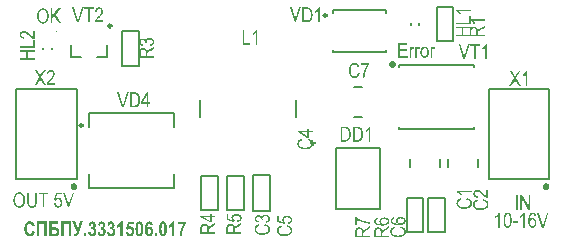
<source format=gto>
G04*
G04 #@! TF.GenerationSoftware,Altium Limited,Altium Designer,19.1.6 (110)*
G04*
G04 Layer_Color=65535*
%FSLAX43Y43*%
%MOMM*%
G71*
G01*
G75*
%ADD10C,0.600*%
%ADD11C,0.250*%
%ADD12C,0.100*%
%ADD13C,0.150*%
%ADD14C,0.200*%
G36*
X5044Y2620D02*
X4901D01*
X4500Y3885D01*
X4650D01*
X4920Y2965D01*
Y2963D01*
X4922Y2959D01*
X4924Y2954D01*
X4925Y2946D01*
X4931Y2926D01*
X4938Y2900D01*
X4946Y2868D01*
X4955Y2833D01*
X4964Y2796D01*
X4974Y2759D01*
Y2761D01*
X4975Y2765D01*
Y2770D01*
X4977Y2778D01*
X4983Y2798D01*
X4990Y2824D01*
X4998Y2856D01*
X5007Y2889D01*
X5018Y2926D01*
X5029Y2965D01*
X5311Y3885D01*
X5449D01*
X5044Y2620D01*
D02*
G37*
G36*
X2278Y3154D02*
Y3152D01*
Y3146D01*
Y3135D01*
Y3124D01*
X2276Y3107D01*
Y3089D01*
X2274Y3068D01*
Y3048D01*
X2268Y3000D01*
X2263Y2950D01*
X2253Y2898D01*
X2241Y2852D01*
Y2850D01*
X2239Y2846D01*
X2237Y2841D01*
X2233Y2833D01*
X2224Y2811D01*
X2211Y2785D01*
X2194Y2756D01*
X2170Y2724D01*
X2144Y2694D01*
X2111Y2667D01*
X2109D01*
X2107Y2663D01*
X2102Y2661D01*
X2094Y2656D01*
X2085Y2652D01*
X2074Y2646D01*
X2046Y2633D01*
X2011Y2620D01*
X1970Y2611D01*
X1924Y2604D01*
X1872Y2600D01*
X1852D01*
X1839Y2602D01*
X1822Y2604D01*
X1802Y2607D01*
X1779Y2611D01*
X1757Y2615D01*
X1707Y2630D01*
X1681Y2639D01*
X1655Y2652D01*
X1631Y2665D01*
X1607Y2681D01*
X1585Y2700D01*
X1565Y2722D01*
X1563Y2724D01*
X1561Y2728D01*
X1555Y2735D01*
X1550Y2746D01*
X1542Y2759D01*
X1533Y2778D01*
X1524Y2798D01*
X1515Y2822D01*
X1505Y2850D01*
X1496Y2881D01*
X1489Y2917D01*
X1480Y2956D01*
X1474Y3000D01*
X1468Y3046D01*
X1467Y3098D01*
X1465Y3154D01*
Y3885D01*
X1602D01*
Y3155D01*
Y3154D01*
Y3148D01*
Y3139D01*
Y3128D01*
Y3113D01*
X1604Y3098D01*
X1605Y3061D01*
X1607Y3020D01*
X1613Y2980D01*
X1618Y2941D01*
X1624Y2922D01*
X1628Y2907D01*
X1629Y2904D01*
X1633Y2894D01*
X1639Y2881D01*
X1648Y2865D01*
X1661Y2846D01*
X1676Y2826D01*
X1694Y2807D01*
X1715Y2791D01*
X1718Y2789D01*
X1726Y2785D01*
X1739Y2778D01*
X1755Y2772D01*
X1778Y2765D01*
X1804Y2757D01*
X1831Y2754D01*
X1863Y2752D01*
X1876D01*
X1887Y2754D01*
X1898D01*
X1913Y2756D01*
X1944Y2763D01*
X1978Y2772D01*
X2013Y2787D01*
X2046Y2807D01*
X2061Y2819D01*
X2074Y2833D01*
Y2835D01*
X2078Y2837D01*
X2079Y2843D01*
X2085Y2850D01*
X2089Y2859D01*
X2094Y2872D01*
X2102Y2887D01*
X2107Y2906D01*
X2113Y2926D01*
X2120Y2948D01*
X2126Y2976D01*
X2129Y3004D01*
X2135Y3037D01*
X2137Y3074D01*
X2141Y3113D01*
Y3155D01*
Y3885D01*
X2278D01*
Y3154D01*
D02*
G37*
G36*
X4383Y3720D02*
X3970D01*
X3914Y3380D01*
X3916Y3381D01*
X3918Y3383D01*
X3924Y3387D01*
X3931Y3393D01*
X3950Y3405D01*
X3974Y3420D01*
X4003Y3433D01*
X4035Y3446D01*
X4072Y3455D01*
X4090Y3459D01*
X4122D01*
X4131Y3457D01*
X4142Y3455D01*
X4155Y3454D01*
X4187Y3446D01*
X4222Y3431D01*
X4240Y3424D01*
X4261Y3413D01*
X4279Y3400D01*
X4300Y3385D01*
X4318Y3368D01*
X4337Y3348D01*
X4338Y3346D01*
X4340Y3343D01*
X4346Y3337D01*
X4351Y3328D01*
X4359Y3317D01*
X4366Y3304D01*
X4376Y3287D01*
X4385Y3268D01*
X4394Y3248D01*
X4403Y3226D01*
X4411Y3202D01*
X4418Y3174D01*
X4424Y3146D01*
X4429Y3115D01*
X4431Y3083D01*
X4433Y3048D01*
Y3046D01*
Y3041D01*
Y3030D01*
X4431Y3017D01*
X4429Y3002D01*
X4427Y2983D01*
X4425Y2961D01*
X4422Y2939D01*
X4409Y2889D01*
X4392Y2837D01*
X4381Y2809D01*
X4368Y2783D01*
X4353Y2757D01*
X4337Y2731D01*
X4335Y2730D01*
X4333Y2726D01*
X4327Y2719D01*
X4320Y2711D01*
X4309Y2702D01*
X4298Y2691D01*
X4285Y2678D01*
X4268Y2667D01*
X4251Y2654D01*
X4231Y2641D01*
X4187Y2620D01*
X4163Y2613D01*
X4135Y2606D01*
X4107Y2602D01*
X4077Y2600D01*
X4064D01*
X4055Y2602D01*
X4044Y2604D01*
X4031Y2606D01*
X4000Y2611D01*
X3963Y2622D01*
X3926Y2639D01*
X3905Y2650D01*
X3887Y2663D01*
X3868Y2676D01*
X3850Y2693D01*
X3848Y2694D01*
X3846Y2696D01*
X3840Y2702D01*
X3835Y2709D01*
X3827Y2720D01*
X3820Y2731D01*
X3811Y2744D01*
X3801Y2761D01*
X3792Y2778D01*
X3783Y2798D01*
X3776Y2819D01*
X3766Y2843D01*
X3753Y2894D01*
X3750Y2924D01*
X3746Y2954D01*
X3879Y2967D01*
Y2965D01*
Y2961D01*
X3881Y2956D01*
X3883Y2946D01*
X3887Y2924D01*
X3894Y2898D01*
X3903Y2868D01*
X3914Y2839D01*
X3929Y2809D01*
X3948Y2785D01*
X3950Y2783D01*
X3957Y2776D01*
X3970Y2767D01*
X3985Y2757D01*
X4003Y2746D01*
X4026Y2737D01*
X4050Y2730D01*
X4076Y2728D01*
X4079D01*
X4090Y2730D01*
X4107Y2731D01*
X4129Y2739D01*
X4153Y2748D01*
X4179Y2763D01*
X4205Y2783D01*
X4218Y2794D01*
X4231Y2809D01*
Y2811D01*
X4235Y2813D01*
X4237Y2819D01*
X4242Y2824D01*
X4251Y2843D01*
X4264Y2868D01*
X4277Y2902D01*
X4287Y2941D01*
X4294Y2985D01*
X4298Y3037D01*
Y3039D01*
Y3043D01*
Y3050D01*
X4296Y3059D01*
Y3070D01*
X4294Y3083D01*
X4290Y3115D01*
X4281Y3148D01*
X4270Y3183D01*
X4255Y3217D01*
X4233Y3246D01*
X4229Y3250D01*
X4222Y3257D01*
X4209Y3270D01*
X4190Y3285D01*
X4166Y3298D01*
X4140Y3311D01*
X4109Y3318D01*
X4076Y3322D01*
X4066D01*
X4055Y3320D01*
X4040Y3318D01*
X4024Y3315D01*
X4005Y3307D01*
X3987Y3300D01*
X3966Y3289D01*
X3964Y3287D01*
X3959Y3283D01*
X3950Y3276D01*
X3939Y3267D01*
X3926Y3254D01*
X3913Y3237D01*
X3900Y3218D01*
X3889Y3198D01*
X3768Y3218D01*
X3870Y3868D01*
X4383D01*
Y3720D01*
D02*
G37*
G36*
X3257Y3735D02*
X2915D01*
Y2620D01*
X2778D01*
Y3735D01*
X2437D01*
Y3885D01*
X3257D01*
Y3735D01*
D02*
G37*
G36*
X820Y3905D02*
X831D01*
X846Y3904D01*
X880Y3898D01*
X918Y3889D01*
X959Y3874D01*
X1004Y3855D01*
X1046Y3829D01*
X1048D01*
X1052Y3826D01*
X1057Y3822D01*
X1065Y3815D01*
X1085Y3798D01*
X1111Y3772D01*
X1141Y3741D01*
X1170Y3702D01*
X1200Y3655D01*
X1226Y3604D01*
Y3602D01*
X1230Y3596D01*
X1231Y3589D01*
X1237Y3578D01*
X1241Y3563D01*
X1246Y3546D01*
X1254Y3526D01*
X1259Y3504D01*
X1265Y3480D01*
X1272Y3452D01*
X1278Y3424D01*
X1281Y3393D01*
X1289Y3326D01*
X1292Y3252D01*
Y3248D01*
Y3239D01*
Y3224D01*
X1291Y3205D01*
X1289Y3181D01*
X1285Y3154D01*
X1281Y3122D01*
X1276Y3089D01*
X1270Y3054D01*
X1261Y3017D01*
X1252Y2978D01*
X1239Y2941D01*
X1224Y2902D01*
X1207Y2865D01*
X1187Y2828D01*
X1165Y2794D01*
X1163Y2793D01*
X1159Y2787D01*
X1150Y2776D01*
X1139Y2765D01*
X1126Y2750D01*
X1107Y2733D01*
X1089Y2715D01*
X1067Y2698D01*
X1041Y2680D01*
X1013Y2661D01*
X983Y2644D01*
X950Y2630D01*
X915Y2619D01*
X878Y2609D01*
X839Y2602D01*
X796Y2600D01*
X787D01*
X774Y2602D01*
X757Y2604D01*
X739Y2606D01*
X717Y2611D01*
X691Y2617D01*
X665Y2624D01*
X635Y2635D01*
X606Y2648D01*
X574Y2665D01*
X543Y2683D01*
X513Y2706D01*
X481Y2733D01*
X454Y2763D01*
X426Y2798D01*
X424Y2800D01*
X420Y2807D01*
X415Y2817D01*
X406Y2831D01*
X396Y2848D01*
X387Y2868D01*
X374Y2893D01*
X363Y2920D01*
X352Y2952D01*
X341Y2985D01*
X330Y3020D01*
X320Y3059D01*
X311Y3100D01*
X306Y3143D01*
X302Y3189D01*
X300Y3235D01*
Y3237D01*
Y3239D01*
Y3250D01*
X302Y3267D01*
Y3289D01*
X304Y3315D01*
X307Y3346D01*
X311Y3381D01*
X319Y3418D01*
X326Y3459D01*
X335Y3500D01*
X346Y3541D01*
X359Y3581D01*
X376Y3622D01*
X394Y3661D01*
X417Y3700D01*
X441Y3733D01*
X443Y3735D01*
X448Y3741D01*
X456Y3750D01*
X467Y3761D01*
X480Y3774D01*
X496Y3789D01*
X517Y3804D01*
X539Y3820D01*
X563Y3837D01*
X591Y3852D01*
X620Y3867D01*
X652Y3879D01*
X685Y3891D01*
X720Y3900D01*
X757Y3905D01*
X796Y3907D01*
X809D01*
X820Y3905D01*
D02*
G37*
G36*
X11824Y1441D02*
X11846Y1439D01*
X11872Y1433D01*
X11903Y1424D01*
X11935Y1409D01*
X11968Y1391D01*
X11998Y1365D01*
X12002Y1361D01*
X12011Y1350D01*
X12024Y1331D01*
X12040Y1307D01*
X12057Y1274D01*
X12074Y1233D01*
X12087Y1187D01*
X12098Y1131D01*
X11907Y1105D01*
Y1107D01*
Y1111D01*
X11905Y1118D01*
X11903Y1128D01*
X11898Y1150D01*
X11887Y1176D01*
X11874Y1200D01*
X11853Y1222D01*
X11840Y1231D01*
X11827Y1239D01*
X11811Y1242D01*
X11794Y1244D01*
X11792D01*
X11783Y1242D01*
X11772Y1241D01*
X11757Y1235D01*
X11740Y1228D01*
X11724Y1215D01*
X11705Y1198D01*
X11689Y1174D01*
X11687Y1170D01*
X11685Y1167D01*
X11681Y1159D01*
X11679Y1152D01*
X11674Y1141D01*
X11670Y1128D01*
X11666Y1113D01*
X11661Y1094D01*
X11657Y1074D01*
X11652Y1050D01*
X11648Y1024D01*
X11644Y996D01*
X11640Y965D01*
X11637Y930D01*
X11635Y891D01*
X11637Y892D01*
X11642Y900D01*
X11650Y909D01*
X11659Y920D01*
X11672Y933D01*
X11685Y946D01*
X11700Y959D01*
X11716Y970D01*
X11718Y972D01*
X11724Y974D01*
X11735Y980D01*
X11746Y985D01*
X11761Y989D01*
X11779Y994D01*
X11798Y996D01*
X11818Y998D01*
X11829D01*
X11839Y996D01*
X11850Y994D01*
X11861Y992D01*
X11890Y983D01*
X11922Y970D01*
X11940Y961D01*
X11957Y950D01*
X11976Y937D01*
X11992Y922D01*
X12011Y905D01*
X12027Y885D01*
X12029Y883D01*
X12031Y880D01*
X12037Y874D01*
X12042Y865D01*
X12048Y854D01*
X12057Y841D01*
X12064Y824D01*
X12074Y805D01*
X12081Y785D01*
X12090Y763D01*
X12098Y739D01*
X12103Y713D01*
X12111Y683D01*
X12114Y654D01*
X12116Y620D01*
X12118Y587D01*
Y585D01*
Y578D01*
Y568D01*
X12116Y555D01*
X12114Y539D01*
X12113Y518D01*
X12111Y498D01*
X12107Y474D01*
X12094Y426D01*
X12077Y374D01*
X12066Y348D01*
X12053Y324D01*
X12039Y300D01*
X12022Y278D01*
X12020Y276D01*
X12018Y272D01*
X12013Y267D01*
X12005Y261D01*
X11996Y252D01*
X11985Y243D01*
X11957Y222D01*
X11924Y202D01*
X11883Y183D01*
X11861Y178D01*
X11837Y172D01*
X11813Y169D01*
X11787Y167D01*
X11779D01*
X11772Y169D01*
X11761D01*
X11748Y170D01*
X11733Y174D01*
X11698Y185D01*
X11677Y193D01*
X11657Y202D01*
X11635Y213D01*
X11615Y228D01*
X11592Y244D01*
X11572Y263D01*
X11552Y285D01*
X11531Y311D01*
X11529Y313D01*
X11528Y318D01*
X11522Y328D01*
X11516Y339D01*
X11509Y356D01*
X11500Y376D01*
X11490Y398D01*
X11481Y426D01*
X11472Y457D01*
X11463Y494D01*
X11455Y533D01*
X11446Y578D01*
X11440Y626D01*
X11435Y678D01*
X11433Y735D01*
X11431Y796D01*
Y798D01*
Y800D01*
Y811D01*
Y830D01*
X11433Y852D01*
X11435Y881D01*
X11437Y913D01*
X11440Y948D01*
X11444Y987D01*
X11457Y1068D01*
X11476Y1150D01*
X11487Y1189D01*
X11502Y1226D01*
X11516Y1261D01*
X11535Y1291D01*
X11537Y1292D01*
X11540Y1298D01*
X11546Y1305D01*
X11553Y1315D01*
X11565Y1326D01*
X11578Y1339D01*
X11592Y1352D01*
X11609Y1367D01*
X11627Y1381D01*
X11648Y1394D01*
X11694Y1418D01*
X11720Y1428D01*
X11746Y1437D01*
X11776Y1441D01*
X11805Y1442D01*
X11816D01*
X11824Y1441D01*
D02*
G37*
G36*
X1734Y1457D02*
X1749Y1455D01*
X1766Y1454D01*
X1784Y1450D01*
X1804Y1444D01*
X1851Y1429D01*
X1875Y1420D01*
X1899Y1409D01*
X1923Y1394D01*
X1947Y1378D01*
X1971Y1359D01*
X1993Y1339D01*
X1995D01*
X1997Y1335D01*
X2001Y1329D01*
X2006Y1324D01*
X2014Y1315D01*
X2021Y1304D01*
X2030Y1291D01*
X2040Y1276D01*
X2049Y1259D01*
X2060Y1242D01*
X2069Y1222D01*
X2080Y1200D01*
X2090Y1174D01*
X2099Y1148D01*
X2108Y1120D01*
X2116Y1091D01*
X1910Y1031D01*
Y1033D01*
X1908Y1035D01*
Y1041D01*
X1906Y1048D01*
X1901Y1067D01*
X1893Y1089D01*
X1882Y1115D01*
X1867Y1141D01*
X1851Y1165D01*
X1830Y1187D01*
X1829Y1189D01*
X1821Y1196D01*
X1808Y1205D01*
X1791Y1215D01*
X1771Y1226D01*
X1749Y1233D01*
X1723Y1241D01*
X1693Y1242D01*
X1682D01*
X1675Y1241D01*
X1654Y1237D01*
X1629Y1230D01*
X1599Y1218D01*
X1567Y1200D01*
X1553Y1189D01*
X1538Y1176D01*
X1523Y1161D01*
X1508Y1142D01*
Y1141D01*
X1504Y1139D01*
X1503Y1131D01*
X1497Y1124D01*
X1492Y1113D01*
X1486Y1100D01*
X1480Y1083D01*
X1473Y1065D01*
X1466Y1044D01*
X1460Y1020D01*
X1454Y992D01*
X1449Y963D01*
X1445Y931D01*
X1442Y896D01*
X1438Y857D01*
Y817D01*
Y815D01*
Y805D01*
Y794D01*
X1440Y778D01*
Y759D01*
X1442Y737D01*
X1443Y713D01*
X1447Y687D01*
X1454Y631D01*
X1467Y576D01*
X1475Y550D01*
X1484Y524D01*
X1495Y502D01*
X1506Y481D01*
Y480D01*
X1510Y478D01*
X1519Y467D01*
X1534Y450D01*
X1556Y433D01*
X1582Y415D01*
X1612Y398D01*
X1649Y387D01*
X1667Y385D01*
X1688Y383D01*
X1691D01*
X1701Y385D01*
X1717Y387D01*
X1736Y391D01*
X1758Y398D01*
X1782Y409D01*
X1806Y426D01*
X1829Y446D01*
X1830Y450D01*
X1838Y459D01*
X1849Y474D01*
X1862Y496D01*
X1877Y524D01*
X1890Y559D01*
X1904Y600D01*
X1916Y650D01*
X2117Y572D01*
Y570D01*
X2116Y563D01*
X2112Y552D01*
X2108Y537D01*
X2103Y520D01*
X2097Y500D01*
X2090Y478D01*
X2080Y454D01*
X2058Y404D01*
X2030Y352D01*
X1999Y304D01*
X1980Y283D01*
X1960Y263D01*
X1958Y261D01*
X1954Y259D01*
X1949Y254D01*
X1940Y248D01*
X1930Y241D01*
X1917Y233D01*
X1903Y224D01*
X1886Y215D01*
X1867Y206D01*
X1847Y196D01*
X1801Y181D01*
X1749Y170D01*
X1721Y169D01*
X1691Y167D01*
X1682D01*
X1673Y169D01*
X1658D01*
X1641Y172D01*
X1621Y174D01*
X1599Y180D01*
X1575Y185D01*
X1549Y194D01*
X1523Y204D01*
X1497Y217D01*
X1469Y231D01*
X1442Y250D01*
X1416Y270D01*
X1390Y293D01*
X1366Y320D01*
X1364Y322D01*
X1360Y328D01*
X1353Y339D01*
X1343Y354D01*
X1332Y370D01*
X1321Y393D01*
X1308Y418D01*
X1295Y448D01*
X1280Y480D01*
X1267Y517D01*
X1256Y555D01*
X1245Y598D01*
X1236Y644D01*
X1229Y694D01*
X1225Y746D01*
X1223Y802D01*
Y804D01*
Y805D01*
Y817D01*
X1225Y833D01*
Y854D01*
X1227Y881D01*
X1230Y913D01*
X1236Y946D01*
X1242Y983D01*
X1249Y1024D01*
X1258Y1065D01*
X1269Y1105D01*
X1284Y1148D01*
X1301Y1189D01*
X1319Y1228D01*
X1342Y1267D01*
X1367Y1302D01*
X1369Y1304D01*
X1373Y1309D01*
X1380Y1317D01*
X1390Y1326D01*
X1403Y1339D01*
X1417Y1352D01*
X1436Y1367D01*
X1456Y1381D01*
X1479Y1394D01*
X1504Y1409D01*
X1532Y1422D01*
X1562Y1435D01*
X1595Y1444D01*
X1629Y1452D01*
X1666Y1457D01*
X1704Y1459D01*
X1721D01*
X1734Y1457D01*
D02*
G37*
G36*
X5837Y487D02*
Y485D01*
X5834Y480D01*
X5832Y470D01*
X5826Y459D01*
X5821Y444D01*
X5813Y428D01*
X5798Y391D01*
X5778Y350D01*
X5758Y311D01*
X5736Y274D01*
X5724Y257D01*
X5713Y243D01*
X5711Y239D01*
X5702Y231D01*
X5689Y220D01*
X5673Y207D01*
X5652Y194D01*
X5628Y183D01*
X5600Y176D01*
X5569Y172D01*
X5541D01*
X5521Y174D01*
X5498Y176D01*
X5474Y178D01*
X5426Y187D01*
Y374D01*
X5454D01*
X5480Y372D01*
X5515D01*
X5528Y374D01*
X5545Y376D01*
X5561Y380D01*
X5578Y385D01*
X5595Y393D01*
X5608Y402D01*
X5610Y404D01*
X5613Y409D01*
X5619Y417D01*
X5628Y431D01*
X5637Y450D01*
X5647Y472D01*
X5658Y502D01*
X5669Y539D01*
X5291Y1439D01*
X5523D01*
X5761Y789D01*
X5969Y1439D01*
X6184D01*
X5837Y487D01*
D02*
G37*
G36*
X8587Y1441D02*
X8598Y1439D01*
X8611Y1437D01*
X8644Y1429D01*
X8680Y1418D01*
X8717Y1400D01*
X8735Y1389D01*
X8754Y1376D01*
X8770Y1361D01*
X8787Y1342D01*
X8789Y1341D01*
X8791Y1339D01*
X8794Y1333D01*
X8800Y1326D01*
X8806Y1317D01*
X8813Y1305D01*
X8830Y1278D01*
X8844Y1244D01*
X8857Y1207D01*
X8867Y1167D01*
X8870Y1144D01*
Y1122D01*
Y1118D01*
Y1109D01*
X8869Y1092D01*
X8865Y1074D01*
X8861Y1050D01*
X8854Y1026D01*
X8844Y1000D01*
X8831Y974D01*
X8830Y970D01*
X8824Y963D01*
X8817Y952D01*
X8804Y935D01*
X8789Y918D01*
X8769Y898D01*
X8746Y878D01*
X8720Y859D01*
X8722D01*
X8724Y857D01*
X8735Y854D01*
X8750Y848D01*
X8770Y839D01*
X8793Y824D01*
X8815Y807D01*
X8837Y785D01*
X8859Y757D01*
X8861Y754D01*
X8869Y743D01*
X8878Y726D01*
X8887Y704D01*
X8898Y676D01*
X8906Y643D01*
X8913Y604D01*
X8915Y561D01*
Y559D01*
Y554D01*
Y544D01*
X8913Y533D01*
X8911Y518D01*
X8909Y502D01*
X8906Y483D01*
X8902Y461D01*
X8889Y417D01*
X8870Y370D01*
X8859Y346D01*
X8846Y322D01*
X8830Y300D01*
X8811Y278D01*
X8809Y276D01*
X8807Y272D01*
X8800Y267D01*
X8793Y261D01*
X8783Y252D01*
X8772Y243D01*
X8743Y222D01*
X8707Y202D01*
X8667Y183D01*
X8643Y178D01*
X8619Y172D01*
X8594Y169D01*
X8569Y167D01*
X8556D01*
X8546Y169D01*
X8535Y170D01*
X8520Y172D01*
X8489Y178D01*
X8454Y189D01*
X8415Y207D01*
X8394Y217D01*
X8376Y230D01*
X8357Y244D01*
X8339Y261D01*
X8337Y263D01*
X8335Y265D01*
X8330Y270D01*
X8324Y278D01*
X8317Y289D01*
X8309Y300D01*
X8300Y313D01*
X8291Y330D01*
X8282Y346D01*
X8272Y367D01*
X8263Y387D01*
X8254Y411D01*
X8241Y461D01*
X8232Y520D01*
X8422Y548D01*
Y546D01*
Y544D01*
X8424Y533D01*
X8426Y518D01*
X8432Y498D01*
X8437Y476D01*
X8446Y454D01*
X8457Y431D01*
X8470Y413D01*
X8472Y411D01*
X8478Y406D01*
X8487Y398D01*
X8498Y391D01*
X8511Y381D01*
X8528Y374D01*
X8546Y368D01*
X8567Y367D01*
X8578D01*
X8589Y370D01*
X8602Y374D01*
X8619Y380D01*
X8637Y389D01*
X8654Y402D01*
X8670Y420D01*
X8672Y422D01*
X8678Y431D01*
X8683Y443D01*
X8693Y461D01*
X8700Y481D01*
X8706Y509D01*
X8711Y539D01*
X8713Y574D01*
Y576D01*
Y578D01*
Y589D01*
X8711Y605D01*
X8707Y626D01*
X8704Y648D01*
X8696Y672D01*
X8685Y696D01*
X8672Y717D01*
X8670Y718D01*
X8665Y726D01*
X8656Y733D01*
X8644Y744D01*
X8630Y754D01*
X8613Y763D01*
X8594Y768D01*
X8574Y770D01*
X8559D01*
X8550Y768D01*
X8537Y767D01*
X8520Y763D01*
X8504Y757D01*
X8485Y752D01*
X8506Y948D01*
X8519D01*
X8533Y950D01*
X8550Y952D01*
X8570Y957D01*
X8591Y963D01*
X8609Y974D01*
X8628Y987D01*
X8630Y989D01*
X8635Y994D01*
X8643Y1005D01*
X8650Y1018D01*
X8657Y1035D01*
X8665Y1055D01*
X8670Y1080D01*
X8672Y1107D01*
Y1111D01*
Y1118D01*
X8670Y1130D01*
X8669Y1144D01*
X8665Y1159D01*
X8657Y1176D01*
X8650Y1192D01*
X8639Y1207D01*
X8637Y1209D01*
X8633Y1213D01*
X8626Y1218D01*
X8617Y1226D01*
X8606Y1233D01*
X8591Y1239D01*
X8574Y1242D01*
X8556Y1244D01*
X8548D01*
X8537Y1242D01*
X8526Y1239D01*
X8513Y1233D01*
X8498Y1226D01*
X8483Y1217D01*
X8469Y1202D01*
X8467Y1200D01*
X8463Y1194D01*
X8457Y1183D01*
X8450Y1170D01*
X8443Y1154D01*
X8435Y1131D01*
X8430Y1107D01*
X8426Y1078D01*
X8245Y1115D01*
Y1117D01*
X8246Y1122D01*
X8248Y1131D01*
X8250Y1142D01*
X8254Y1157D01*
X8257Y1172D01*
X8269Y1209D01*
X8283Y1250D01*
X8302Y1291D01*
X8326Y1329D01*
X8339Y1348D01*
X8354Y1363D01*
X8356Y1365D01*
X8357Y1367D01*
X8369Y1376D01*
X8387Y1389D01*
X8411Y1404D01*
X8441Y1417D01*
X8478Y1429D01*
X8519Y1439D01*
X8541Y1442D01*
X8576D01*
X8587Y1441D01*
D02*
G37*
G36*
X7789Y1441D02*
X7800Y1439D01*
X7813Y1437D01*
X7846Y1429D01*
X7882Y1418D01*
X7919Y1400D01*
X7937Y1389D01*
X7956Y1376D01*
X7972Y1361D01*
X7989Y1342D01*
X7991Y1341D01*
X7993Y1339D01*
X7996Y1333D01*
X8002Y1326D01*
X8007Y1317D01*
X8015Y1305D01*
X8032Y1278D01*
X8046Y1244D01*
X8059Y1207D01*
X8069Y1167D01*
X8072Y1144D01*
Y1122D01*
Y1118D01*
Y1109D01*
X8070Y1092D01*
X8067Y1074D01*
X8063Y1050D01*
X8056Y1026D01*
X8046Y1000D01*
X8033Y974D01*
X8032Y970D01*
X8026Y963D01*
X8019Y952D01*
X8006Y935D01*
X7991Y918D01*
X7970Y898D01*
X7948Y878D01*
X7922Y859D01*
X7924D01*
X7926Y857D01*
X7937Y854D01*
X7952Y848D01*
X7972Y839D01*
X7995Y824D01*
X8017Y807D01*
X8039Y785D01*
X8061Y757D01*
X8063Y754D01*
X8070Y743D01*
X8080Y726D01*
X8089Y704D01*
X8100Y676D01*
X8107Y643D01*
X8115Y604D01*
X8117Y561D01*
Y559D01*
Y554D01*
Y544D01*
X8115Y533D01*
X8113Y518D01*
X8111Y502D01*
X8107Y483D01*
X8104Y461D01*
X8091Y417D01*
X8072Y370D01*
X8061Y346D01*
X8048Y322D01*
X8032Y300D01*
X8013Y278D01*
X8011Y276D01*
X8009Y272D01*
X8002Y267D01*
X7995Y261D01*
X7985Y252D01*
X7974Y243D01*
X7945Y222D01*
X7909Y202D01*
X7869Y183D01*
X7845Y178D01*
X7820Y172D01*
X7796Y169D01*
X7770Y167D01*
X7758D01*
X7748Y169D01*
X7737Y170D01*
X7722Y172D01*
X7691Y178D01*
X7656Y189D01*
X7617Y207D01*
X7596Y217D01*
X7578Y230D01*
X7559Y244D01*
X7541Y261D01*
X7539Y263D01*
X7537Y265D01*
X7532Y270D01*
X7526Y278D01*
X7519Y289D01*
X7511Y300D01*
X7502Y313D01*
X7493Y330D01*
X7483Y346D01*
X7474Y367D01*
X7465Y387D01*
X7456Y411D01*
X7443Y461D01*
X7433Y520D01*
X7624Y548D01*
Y546D01*
Y544D01*
X7626Y533D01*
X7628Y518D01*
X7633Y498D01*
X7639Y476D01*
X7648Y454D01*
X7659Y431D01*
X7672Y413D01*
X7674Y411D01*
X7680Y406D01*
X7689Y398D01*
X7700Y391D01*
X7713Y381D01*
X7730Y374D01*
X7748Y368D01*
X7769Y367D01*
X7780D01*
X7791Y370D01*
X7804Y374D01*
X7820Y380D01*
X7839Y389D01*
X7856Y402D01*
X7872Y420D01*
X7874Y422D01*
X7880Y431D01*
X7885Y443D01*
X7895Y461D01*
X7902Y481D01*
X7908Y509D01*
X7913Y539D01*
X7915Y574D01*
Y576D01*
Y578D01*
Y589D01*
X7913Y605D01*
X7909Y626D01*
X7906Y648D01*
X7898Y672D01*
X7887Y696D01*
X7874Y717D01*
X7872Y718D01*
X7867Y726D01*
X7858Y733D01*
X7846Y744D01*
X7832Y754D01*
X7815Y763D01*
X7796Y768D01*
X7776Y770D01*
X7761D01*
X7752Y768D01*
X7739Y767D01*
X7722Y763D01*
X7706Y757D01*
X7687Y752D01*
X7708Y948D01*
X7720D01*
X7735Y950D01*
X7752Y952D01*
X7772Y957D01*
X7793Y963D01*
X7811Y974D01*
X7830Y987D01*
X7832Y989D01*
X7837Y994D01*
X7845Y1005D01*
X7852Y1018D01*
X7859Y1035D01*
X7867Y1055D01*
X7872Y1080D01*
X7874Y1107D01*
Y1111D01*
Y1118D01*
X7872Y1130D01*
X7870Y1144D01*
X7867Y1159D01*
X7859Y1176D01*
X7852Y1192D01*
X7841Y1207D01*
X7839Y1209D01*
X7835Y1213D01*
X7828Y1218D01*
X7819Y1226D01*
X7808Y1233D01*
X7793Y1239D01*
X7776Y1242D01*
X7758Y1244D01*
X7750D01*
X7739Y1242D01*
X7728Y1239D01*
X7715Y1233D01*
X7700Y1226D01*
X7685Y1217D01*
X7670Y1202D01*
X7669Y1200D01*
X7665Y1194D01*
X7659Y1183D01*
X7652Y1170D01*
X7645Y1154D01*
X7637Y1131D01*
X7632Y1107D01*
X7628Y1078D01*
X7446Y1115D01*
Y1117D01*
X7448Y1122D01*
X7450Y1131D01*
X7452Y1142D01*
X7456Y1157D01*
X7459Y1172D01*
X7471Y1209D01*
X7485Y1250D01*
X7504Y1291D01*
X7528Y1329D01*
X7541Y1348D01*
X7556Y1363D01*
X7558Y1365D01*
X7559Y1367D01*
X7571Y1376D01*
X7589Y1389D01*
X7613Y1404D01*
X7643Y1417D01*
X7680Y1429D01*
X7720Y1439D01*
X7743Y1442D01*
X7778D01*
X7789Y1441D01*
D02*
G37*
G36*
X6991D02*
X7002Y1439D01*
X7015Y1437D01*
X7048Y1429D01*
X7084Y1418D01*
X7121Y1400D01*
X7139Y1389D01*
X7158Y1376D01*
X7174Y1361D01*
X7191Y1342D01*
X7193Y1341D01*
X7195Y1339D01*
X7198Y1333D01*
X7204Y1326D01*
X7209Y1317D01*
X7217Y1305D01*
X7234Y1278D01*
X7248Y1244D01*
X7261Y1207D01*
X7271Y1167D01*
X7274Y1144D01*
Y1122D01*
Y1118D01*
Y1109D01*
X7272Y1092D01*
X7269Y1074D01*
X7265Y1050D01*
X7258Y1026D01*
X7248Y1000D01*
X7235Y974D01*
X7234Y970D01*
X7228Y963D01*
X7221Y952D01*
X7208Y935D01*
X7193Y918D01*
X7172Y898D01*
X7150Y878D01*
X7124Y859D01*
X7126D01*
X7128Y857D01*
X7139Y854D01*
X7154Y848D01*
X7174Y839D01*
X7196Y824D01*
X7219Y807D01*
X7241Y785D01*
X7263Y757D01*
X7265Y754D01*
X7272Y743D01*
X7282Y726D01*
X7291Y704D01*
X7302Y676D01*
X7309Y643D01*
X7317Y604D01*
X7319Y561D01*
Y559D01*
Y554D01*
Y544D01*
X7317Y533D01*
X7315Y518D01*
X7313Y502D01*
X7309Y483D01*
X7306Y461D01*
X7293Y417D01*
X7274Y370D01*
X7263Y346D01*
X7250Y322D01*
X7234Y300D01*
X7215Y278D01*
X7213Y276D01*
X7211Y272D01*
X7204Y267D01*
X7196Y261D01*
X7187Y252D01*
X7176Y243D01*
X7146Y222D01*
X7111Y202D01*
X7071Y183D01*
X7046Y178D01*
X7022Y172D01*
X6998Y169D01*
X6972Y167D01*
X6959D01*
X6950Y169D01*
X6939Y170D01*
X6924Y172D01*
X6893Y178D01*
X6858Y189D01*
X6819Y207D01*
X6798Y217D01*
X6780Y230D01*
X6761Y244D01*
X6743Y261D01*
X6741Y263D01*
X6739Y265D01*
X6734Y270D01*
X6728Y278D01*
X6721Y289D01*
X6713Y300D01*
X6704Y313D01*
X6695Y330D01*
X6685Y346D01*
X6676Y367D01*
X6667Y387D01*
X6658Y411D01*
X6645Y461D01*
X6635Y520D01*
X6826Y548D01*
Y546D01*
Y544D01*
X6828Y533D01*
X6830Y518D01*
X6835Y498D01*
X6841Y476D01*
X6850Y454D01*
X6861Y431D01*
X6874Y413D01*
X6876Y411D01*
X6882Y406D01*
X6891Y398D01*
X6902Y391D01*
X6915Y381D01*
X6932Y374D01*
X6950Y368D01*
X6971Y367D01*
X6982D01*
X6993Y370D01*
X7006Y374D01*
X7022Y380D01*
X7041Y389D01*
X7058Y402D01*
X7074Y420D01*
X7076Y422D01*
X7082Y431D01*
X7087Y443D01*
X7096Y461D01*
X7104Y481D01*
X7109Y509D01*
X7115Y539D01*
X7117Y574D01*
Y576D01*
Y578D01*
Y589D01*
X7115Y605D01*
X7111Y626D01*
X7108Y648D01*
X7100Y672D01*
X7089Y696D01*
X7076Y717D01*
X7074Y718D01*
X7069Y726D01*
X7059Y733D01*
X7048Y744D01*
X7034Y754D01*
X7017Y763D01*
X6998Y768D01*
X6978Y770D01*
X6963D01*
X6954Y768D01*
X6941Y767D01*
X6924Y763D01*
X6908Y757D01*
X6889Y752D01*
X6909Y948D01*
X6922D01*
X6937Y950D01*
X6954Y952D01*
X6974Y957D01*
X6995Y963D01*
X7013Y974D01*
X7032Y987D01*
X7034Y989D01*
X7039Y994D01*
X7046Y1005D01*
X7054Y1018D01*
X7061Y1035D01*
X7069Y1055D01*
X7074Y1080D01*
X7076Y1107D01*
Y1111D01*
Y1118D01*
X7074Y1130D01*
X7072Y1144D01*
X7069Y1159D01*
X7061Y1176D01*
X7054Y1192D01*
X7043Y1207D01*
X7041Y1209D01*
X7037Y1213D01*
X7030Y1218D01*
X7021Y1226D01*
X7009Y1233D01*
X6995Y1239D01*
X6978Y1242D01*
X6959Y1244D01*
X6952D01*
X6941Y1242D01*
X6930Y1239D01*
X6917Y1233D01*
X6902Y1226D01*
X6887Y1217D01*
X6872Y1202D01*
X6871Y1200D01*
X6867Y1194D01*
X6861Y1183D01*
X6854Y1170D01*
X6847Y1154D01*
X6839Y1131D01*
X6834Y1107D01*
X6830Y1078D01*
X6648Y1115D01*
Y1117D01*
X6650Y1122D01*
X6652Y1131D01*
X6654Y1142D01*
X6658Y1157D01*
X6661Y1172D01*
X6672Y1209D01*
X6687Y1250D01*
X6706Y1291D01*
X6730Y1329D01*
X6743Y1348D01*
X6758Y1363D01*
X6759Y1365D01*
X6761Y1367D01*
X6772Y1376D01*
X6791Y1389D01*
X6815Y1404D01*
X6845Y1417D01*
X6882Y1429D01*
X6922Y1439D01*
X6945Y1442D01*
X6980D01*
X6991Y1441D01*
D02*
G37*
G36*
X10481Y1198D02*
X10111D01*
X10078Y983D01*
X10081Y985D01*
X10089Y991D01*
X10102Y996D01*
X10120Y1005D01*
X10141Y1013D01*
X10163Y1018D01*
X10187Y1024D01*
X10213Y1026D01*
X10224D01*
X10233Y1024D01*
X10244Y1022D01*
X10255Y1020D01*
X10285Y1015D01*
X10317Y1002D01*
X10352Y985D01*
X10370Y974D01*
X10387Y961D01*
X10404Y946D01*
X10420Y930D01*
X10422Y928D01*
X10426Y924D01*
X10429Y917D01*
X10437Y907D01*
X10444Y894D01*
X10454Y880D01*
X10465Y863D01*
X10474Y844D01*
X10483Y822D01*
X10494Y798D01*
X10504Y770D01*
X10511Y743D01*
X10518Y711D01*
X10524Y680D01*
X10526Y644D01*
X10528Y607D01*
Y605D01*
Y600D01*
Y591D01*
X10526Y580D01*
Y565D01*
X10522Y548D01*
X10520Y530D01*
X10517Y507D01*
X10505Y461D01*
X10489Y409D01*
X10478Y383D01*
X10467Y357D01*
X10452Y330D01*
X10435Y304D01*
X10433Y302D01*
X10431Y298D01*
X10426Y291D01*
X10418Y281D01*
X10409Y272D01*
X10398Y261D01*
X10383Y248D01*
X10368Y235D01*
X10352Y222D01*
X10331Y209D01*
X10311Y198D01*
X10287Y189D01*
X10263Y180D01*
X10235Y172D01*
X10207Y169D01*
X10176Y167D01*
X10163D01*
X10154Y169D01*
X10142D01*
X10128Y172D01*
X10096Y178D01*
X10061Y189D01*
X10022Y204D01*
X9985Y226D01*
X9967Y241D01*
X9948Y256D01*
X9946Y257D01*
X9944Y259D01*
X9939Y265D01*
X9933Y272D01*
X9926Y281D01*
X9918Y293D01*
X9909Y306D01*
X9900Y320D01*
X9891Y337D01*
X9881Y357D01*
X9872Y378D01*
X9863Y400D01*
X9855Y424D01*
X9848Y452D01*
X9839Y509D01*
X10035Y535D01*
Y531D01*
X10037Y522D01*
X10041Y506D01*
X10044Y487D01*
X10050Y467D01*
X10059Y446D01*
X10070Y424D01*
X10085Y406D01*
X10087Y404D01*
X10092Y398D01*
X10102Y391D01*
X10113Y383D01*
X10126Y374D01*
X10142Y367D01*
X10159Y361D01*
X10178Y359D01*
X10179D01*
X10189Y361D01*
X10200Y363D01*
X10213Y367D01*
X10229Y374D01*
X10248Y385D01*
X10265Y398D01*
X10281Y418D01*
X10283Y422D01*
X10289Y430D01*
X10296Y444D01*
X10304Y463D01*
X10311Y489D01*
X10318Y520D01*
X10324Y559D01*
X10326Y602D01*
Y604D01*
Y607D01*
Y613D01*
Y622D01*
X10324Y643D01*
X10320Y668D01*
X10315Y696D01*
X10307Y726D01*
X10296Y752D01*
X10281Y776D01*
X10279Y778D01*
X10274Y785D01*
X10265Y794D01*
X10252Y805D01*
X10237Y815D01*
X10217Y824D01*
X10196Y831D01*
X10172Y833D01*
X10168D01*
X10157Y831D01*
X10142Y828D01*
X10122Y822D01*
X10098Y811D01*
X10072Y794D01*
X10059Y785D01*
X10046Y772D01*
X10033Y759D01*
X10020Y743D01*
X9861Y770D01*
X9961Y1422D01*
X10481D01*
Y1198D01*
D02*
G37*
G36*
X14896Y1246D02*
Y1244D01*
X14892Y1242D01*
X14888Y1235D01*
X14881Y1228D01*
X14873Y1217D01*
X14864Y1205D01*
X14855Y1191D01*
X14844Y1174D01*
X14831Y1154D01*
X14818Y1133D01*
X14805Y1109D01*
X14790Y1085D01*
X14775Y1057D01*
X14759Y1028D01*
X14744Y996D01*
X14727Y963D01*
Y961D01*
X14723Y955D01*
X14720Y944D01*
X14712Y931D01*
X14707Y915D01*
X14698Y894D01*
X14688Y870D01*
X14679Y844D01*
X14668Y817D01*
X14657Y787D01*
X14648Y754D01*
X14636Y718D01*
X14614Y646D01*
X14596Y568D01*
Y567D01*
X14594Y559D01*
X14592Y548D01*
X14588Y533D01*
X14585Y515D01*
X14581Y493D01*
X14577Y468D01*
X14573Y443D01*
X14568Y413D01*
X14564Y383D01*
X14557Y318D01*
X14551Y252D01*
X14549Y187D01*
X14361D01*
Y191D01*
Y198D01*
X14362Y213D01*
Y233D01*
X14364Y257D01*
X14366Y285D01*
X14370Y318D01*
X14374Y354D01*
X14379Y393D01*
X14385Y433D01*
X14392Y478D01*
X14399Y524D01*
X14420Y620D01*
X14448Y718D01*
X14449Y722D01*
X14451Y730D01*
X14457Y744D01*
X14462Y763D01*
X14472Y787D01*
X14481Y815D01*
X14494Y844D01*
X14507Y880D01*
X14522Y915D01*
X14538Y954D01*
X14577Y1033D01*
X14620Y1118D01*
X14670Y1200D01*
X14224D01*
Y1422D01*
X14896D01*
Y1246D01*
D02*
G37*
G36*
X13931Y187D02*
X13733D01*
Y1092D01*
X13731Y1091D01*
X13727Y1087D01*
X13722Y1081D01*
X13712Y1072D01*
X13703Y1063D01*
X13690Y1050D01*
X13675Y1037D01*
X13659Y1024D01*
X13622Y994D01*
X13579Y963D01*
X13529Y935D01*
X13477Y911D01*
Y1130D01*
X13479D01*
X13481Y1131D01*
X13492Y1135D01*
X13507Y1144D01*
X13529Y1155D01*
X13555Y1172D01*
X13583Y1192D01*
X13614Y1217D01*
X13648Y1246D01*
X13650Y1248D01*
X13651Y1250D01*
X13662Y1261D01*
X13677Y1280D01*
X13696Y1304D01*
X13716Y1331D01*
X13737Y1365D01*
X13755Y1402D01*
X13770Y1442D01*
X13931D01*
Y187D01*
D02*
G37*
G36*
X12466D02*
X12270D01*
Y428D01*
X12466D01*
Y187D01*
D02*
G37*
G36*
X9543D02*
X9344D01*
Y1092D01*
X9343Y1091D01*
X9339Y1087D01*
X9333Y1081D01*
X9324Y1072D01*
X9315Y1063D01*
X9302Y1050D01*
X9287Y1037D01*
X9270Y1024D01*
X9233Y994D01*
X9191Y963D01*
X9141Y935D01*
X9089Y911D01*
Y1130D01*
X9091D01*
X9093Y1131D01*
X9104Y1135D01*
X9118Y1144D01*
X9141Y1155D01*
X9167Y1172D01*
X9194Y1192D01*
X9226Y1217D01*
X9259Y1246D01*
X9261Y1248D01*
X9263Y1250D01*
X9274Y1261D01*
X9289Y1280D01*
X9307Y1304D01*
X9328Y1331D01*
X9348Y1365D01*
X9367Y1402D01*
X9381Y1442D01*
X9543D01*
Y187D01*
D02*
G37*
G36*
X6482Y187D02*
X6285D01*
Y428D01*
X6482D01*
Y187D01*
D02*
G37*
G36*
X5184D02*
X4976D01*
Y1228D01*
X4571D01*
Y187D01*
X4363D01*
Y1439D01*
X5184D01*
Y187D01*
D02*
G37*
G36*
X4104Y1228D02*
X3543D01*
Y941D01*
X3852D01*
X3863Y939D01*
X3876Y937D01*
X3893Y935D01*
X3930Y928D01*
X3973Y915D01*
X4015Y896D01*
X4038Y885D01*
X4058Y872D01*
X4078Y855D01*
X4097Y837D01*
X4099Y835D01*
X4101Y831D01*
X4106Y826D01*
X4112Y818D01*
X4119Y807D01*
X4126Y794D01*
X4136Y780D01*
X4145Y763D01*
X4154Y744D01*
X4163Y724D01*
X4171Y702D01*
X4178Y678D01*
X4189Y622D01*
X4191Y593D01*
X4193Y561D01*
Y559D01*
Y554D01*
Y546D01*
X4191Y537D01*
Y524D01*
X4189Y509D01*
X4186Y491D01*
X4184Y472D01*
X4173Y431D01*
X4158Y389D01*
X4139Y344D01*
X4126Y322D01*
X4112Y300D01*
Y298D01*
X4108Y294D01*
X4102Y289D01*
X4097Y283D01*
X4088Y274D01*
X4076Y265D01*
X4062Y254D01*
X4047Y244D01*
X4028Y233D01*
X4008Y222D01*
X3986Y213D01*
X3962Y206D01*
X3934Y198D01*
X3904Y193D01*
X3871Y189D01*
X3836Y187D01*
X3336D01*
Y1439D01*
X4104D01*
Y1228D01*
D02*
G37*
G36*
X3117Y187D02*
X2910D01*
Y1228D01*
X2504D01*
Y187D01*
X2297D01*
Y1439D01*
X3117D01*
Y187D01*
D02*
G37*
G36*
X12983Y1441D02*
X12996Y1439D01*
X13011Y1435D01*
X13046Y1424D01*
X13064Y1417D01*
X13085Y1407D01*
X13103Y1396D01*
X13124Y1383D01*
X13144Y1367D01*
X13164Y1346D01*
X13183Y1326D01*
X13201Y1300D01*
X13203Y1298D01*
X13205Y1292D01*
X13211Y1285D01*
X13216Y1272D01*
X13224Y1255D01*
X13231Y1237D01*
X13238Y1213D01*
X13248Y1185D01*
X13257Y1152D01*
X13264Y1117D01*
X13272Y1076D01*
X13279Y1030D01*
X13285Y981D01*
X13290Y926D01*
X13292Y868D01*
X13294Y804D01*
Y802D01*
Y800D01*
Y794D01*
Y789D01*
Y770D01*
X13292Y746D01*
Y717D01*
X13288Y685D01*
X13287Y648D01*
X13283Y609D01*
X13272Y528D01*
X13255Y444D01*
X13244Y406D01*
X13233Y370D01*
X13218Y337D01*
X13201Y307D01*
X13200Y306D01*
X13198Y302D01*
X13192Y294D01*
X13185Y285D01*
X13175Y274D01*
X13164Y263D01*
X13137Y237D01*
X13101Y211D01*
X13061Y189D01*
X13038Y180D01*
X13014Y172D01*
X12988Y169D01*
X12961Y167D01*
X12953D01*
X12946Y169D01*
X12937D01*
X12924Y170D01*
X12909Y174D01*
X12874Y183D01*
X12855Y191D01*
X12835Y200D01*
X12816Y211D01*
X12796Y226D01*
X12776Y241D01*
X12755Y259D01*
X12737Y281D01*
X12718Y306D01*
X12716Y307D01*
X12714Y313D01*
X12711Y320D01*
X12703Y333D01*
X12698Y350D01*
X12690Y368D01*
X12681Y393D01*
X12674Y420D01*
X12664Y454D01*
X12657Y489D01*
X12648Y530D01*
X12642Y576D01*
X12637Y626D01*
X12631Y681D01*
X12629Y741D01*
X12627Y805D01*
Y807D01*
Y809D01*
Y815D01*
Y820D01*
Y839D01*
X12629Y863D01*
X12631Y891D01*
X12633Y924D01*
X12635Y961D01*
X12639Y1000D01*
X12650Y1081D01*
X12666Y1163D01*
X12676Y1202D01*
X12689Y1237D01*
X12701Y1270D01*
X12718Y1300D01*
X12720Y1302D01*
X12722Y1305D01*
X12727Y1313D01*
X12735Y1322D01*
X12744Y1333D01*
X12755Y1344D01*
X12783Y1372D01*
X12818Y1398D01*
X12859Y1420D01*
X12881Y1429D01*
X12905Y1437D01*
X12931Y1441D01*
X12959Y1442D01*
X12974D01*
X12983Y1441D01*
D02*
G37*
G36*
X10989D02*
X11002Y1439D01*
X11016Y1435D01*
X11052Y1424D01*
X11070Y1417D01*
X11091Y1407D01*
X11109Y1396D01*
X11129Y1383D01*
X11150Y1367D01*
X11170Y1346D01*
X11189Y1326D01*
X11207Y1300D01*
X11209Y1298D01*
X11211Y1292D01*
X11216Y1285D01*
X11222Y1272D01*
X11229Y1255D01*
X11237Y1237D01*
X11244Y1213D01*
X11253Y1185D01*
X11263Y1152D01*
X11270Y1117D01*
X11278Y1076D01*
X11285Y1030D01*
X11290Y981D01*
X11296Y926D01*
X11298Y868D01*
X11300Y804D01*
Y802D01*
Y800D01*
Y794D01*
Y789D01*
Y770D01*
X11298Y746D01*
Y717D01*
X11294Y685D01*
X11292Y648D01*
X11289Y609D01*
X11278Y528D01*
X11261Y444D01*
X11250Y406D01*
X11239Y370D01*
X11224Y337D01*
X11207Y307D01*
X11205Y306D01*
X11203Y302D01*
X11198Y294D01*
X11191Y285D01*
X11181Y274D01*
X11170Y263D01*
X11142Y237D01*
X11107Y211D01*
X11066Y189D01*
X11044Y180D01*
X11020Y172D01*
X10994Y169D01*
X10966Y167D01*
X10959D01*
X10952Y169D01*
X10942D01*
X10929Y170D01*
X10915Y174D01*
X10879Y183D01*
X10861Y191D01*
X10841Y200D01*
X10822Y211D01*
X10802Y226D01*
X10781Y241D01*
X10761Y259D01*
X10742Y281D01*
X10724Y306D01*
X10722Y307D01*
X10720Y313D01*
X10716Y320D01*
X10709Y333D01*
X10704Y350D01*
X10696Y368D01*
X10687Y393D01*
X10679Y420D01*
X10670Y454D01*
X10663Y489D01*
X10654Y530D01*
X10648Y576D01*
X10642Y626D01*
X10637Y681D01*
X10635Y741D01*
X10633Y805D01*
Y807D01*
Y809D01*
Y815D01*
Y820D01*
Y839D01*
X10635Y863D01*
X10637Y891D01*
X10639Y924D01*
X10641Y961D01*
X10644Y1000D01*
X10655Y1081D01*
X10672Y1163D01*
X10681Y1202D01*
X10694Y1237D01*
X10707Y1270D01*
X10724Y1300D01*
X10726Y1302D01*
X10728Y1305D01*
X10733Y1313D01*
X10741Y1322D01*
X10750Y1333D01*
X10761Y1344D01*
X10789Y1372D01*
X10824Y1398D01*
X10865Y1420D01*
X10887Y1429D01*
X10911Y1437D01*
X10937Y1441D01*
X10965Y1442D01*
X10979D01*
X10989Y1441D01*
D02*
G37*
G36*
X44042Y2444D02*
X43900D01*
X43357Y3438D01*
Y2444D01*
X43226D01*
Y3708D01*
X43365D01*
X43911Y2710D01*
Y3708D01*
X44042D01*
Y2444D01*
D02*
G37*
G36*
X42991D02*
X42854D01*
Y3708D01*
X42991D01*
Y2444D01*
D02*
G37*
G36*
X44285Y2189D02*
X44294D01*
X44307Y2187D01*
X44333Y2181D01*
X44364Y2170D01*
X44398Y2155D01*
X44431Y2137D01*
X44448Y2124D01*
X44463Y2109D01*
X44464D01*
X44466Y2105D01*
X44470Y2100D01*
X44476Y2094D01*
X44489Y2076D01*
X44505Y2050D01*
X44522Y2017D01*
X44539Y1976D01*
X44551Y1930D01*
X44561Y1876D01*
X44435Y1863D01*
Y1865D01*
Y1867D01*
X44431Y1880D01*
X44427Y1896D01*
X44422Y1917D01*
X44414Y1939D01*
X44405Y1963D01*
X44394Y1983D01*
X44381Y2002D01*
X44379Y2004D01*
X44372Y2011D01*
X44361Y2020D01*
X44346Y2033D01*
X44327Y2044D01*
X44307Y2054D01*
X44283Y2061D01*
X44257Y2063D01*
X44246D01*
X44239Y2061D01*
X44218Y2055D01*
X44194Y2046D01*
X44179Y2039D01*
X44165Y2030D01*
X44150Y2018D01*
X44135Y2004D01*
X44120Y1989D01*
X44105Y1970D01*
X44092Y1948D01*
X44079Y1924D01*
Y1922D01*
X44077Y1918D01*
X44074Y1911D01*
X44070Y1902D01*
X44066Y1889D01*
X44061Y1874D01*
X44055Y1855D01*
X44050Y1835D01*
X44044Y1813D01*
X44039Y1787D01*
X44033Y1757D01*
X44029Y1726D01*
X44026Y1691D01*
X44022Y1654D01*
X44020Y1615D01*
Y1574D01*
X44022Y1576D01*
X44027Y1585D01*
X44037Y1600D01*
X44050Y1618D01*
X44066Y1639D01*
X44085Y1659D01*
X44105Y1680D01*
X44129Y1696D01*
X44133Y1698D01*
X44140Y1704D01*
X44155Y1711D01*
X44172Y1718D01*
X44194Y1726D01*
X44218Y1733D01*
X44244Y1739D01*
X44272Y1741D01*
X44283D01*
X44292Y1739D01*
X44303Y1737D01*
X44316Y1735D01*
X44344Y1726D01*
X44377Y1713D01*
X44396Y1704D01*
X44414Y1693D01*
X44433Y1680D01*
X44451Y1665D01*
X44468Y1648D01*
X44487Y1628D01*
X44489Y1626D01*
X44490Y1622D01*
X44496Y1617D01*
X44501Y1607D01*
X44509Y1596D01*
X44516Y1583D01*
X44524Y1567D01*
X44533Y1548D01*
X44542Y1528D01*
X44550Y1505D01*
X44557Y1481D01*
X44564Y1456D01*
X44570Y1426D01*
X44576Y1396D01*
X44577Y1363D01*
X44579Y1330D01*
Y1328D01*
Y1324D01*
Y1317D01*
Y1309D01*
X44577Y1298D01*
Y1285D01*
X44574Y1254D01*
X44568Y1218D01*
X44559Y1180D01*
X44548Y1139D01*
X44533Y1100D01*
Y1098D01*
X44531Y1096D01*
X44527Y1091D01*
X44526Y1083D01*
X44514Y1065D01*
X44501Y1043D01*
X44483Y1019D01*
X44463Y993D01*
X44439Y969D01*
X44413Y948D01*
X44409Y946D01*
X44400Y941D01*
X44385Y933D01*
X44366Y924D01*
X44342Y915D01*
X44314Y907D01*
X44285Y902D01*
X44253Y900D01*
X44246D01*
X44239Y902D01*
X44227D01*
X44214Y904D01*
X44198Y907D01*
X44163Y919D01*
X44142Y926D01*
X44120Y935D01*
X44100Y946D01*
X44077Y959D01*
X44055Y976D01*
X44035Y994D01*
X44015Y1017D01*
X43994Y1041D01*
X43992Y1043D01*
X43990Y1048D01*
X43985Y1056D01*
X43979Y1069D01*
X43972Y1083D01*
X43963Y1104D01*
X43953Y1126D01*
X43944Y1152D01*
X43935Y1183D01*
X43926Y1218D01*
X43918Y1257D01*
X43909Y1300D01*
X43903Y1346D01*
X43898Y1398D01*
X43896Y1454D01*
X43894Y1513D01*
Y1515D01*
Y1517D01*
Y1522D01*
Y1530D01*
Y1548D01*
X43896Y1572D01*
X43898Y1602D01*
X43900Y1637D01*
X43903Y1674D01*
X43907Y1715D01*
X43920Y1800D01*
X43939Y1887D01*
X43950Y1928D01*
X43965Y1967D01*
X43979Y2002D01*
X43998Y2033D01*
X44000Y2035D01*
X44003Y2041D01*
X44009Y2048D01*
X44016Y2057D01*
X44027Y2070D01*
X44039Y2083D01*
X44053Y2098D01*
X44070Y2113D01*
X44089Y2126D01*
X44109Y2141D01*
X44153Y2167D01*
X44179Y2176D01*
X44207Y2183D01*
X44235Y2189D01*
X44264Y2191D01*
X44276D01*
X44285Y2189D01*
D02*
G37*
G36*
X42992Y1300D02*
X42602D01*
Y1456D01*
X42992D01*
Y1300D01*
D02*
G37*
G36*
X45198Y920D02*
X45055D01*
X44653Y2185D01*
X44803D01*
X45074Y1265D01*
Y1263D01*
X45076Y1259D01*
X45077Y1254D01*
X45079Y1246D01*
X45085Y1226D01*
X45092Y1200D01*
X45100Y1168D01*
X45109Y1133D01*
X45118Y1096D01*
X45127Y1059D01*
Y1061D01*
X45129Y1065D01*
Y1070D01*
X45131Y1078D01*
X45137Y1098D01*
X45144Y1124D01*
X45151Y1156D01*
X45161Y1189D01*
X45172Y1226D01*
X45183Y1265D01*
X45464Y2185D01*
X45603D01*
X45198Y920D01*
D02*
G37*
G36*
X43572D02*
X43446D01*
Y1911D01*
X43444Y1909D01*
X43439Y1902D01*
X43428Y1892D01*
X43415Y1878D01*
X43398Y1863D01*
X43378Y1844D01*
X43353Y1824D01*
X43328Y1804D01*
X43324Y1802D01*
X43315Y1794D01*
X43302Y1785D01*
X43283Y1774D01*
X43263Y1761D01*
X43239Y1748D01*
X43216Y1735D01*
X43192Y1724D01*
Y1874D01*
X43194D01*
X43198Y1876D01*
X43202Y1880D01*
X43209Y1885D01*
X43229Y1898D01*
X43253Y1915D01*
X43283Y1935D01*
X43313Y1961D01*
X43344Y1989D01*
X43376Y2020D01*
X43378Y2022D01*
X43379Y2024D01*
X43389Y2035D01*
X43403Y2052D01*
X43420Y2074D01*
X43439Y2100D01*
X43457Y2129D01*
X43476Y2159D01*
X43489Y2191D01*
X43572D01*
Y920D01*
D02*
G37*
G36*
X41480D02*
X41354D01*
Y1911D01*
X41352Y1909D01*
X41346Y1902D01*
X41335Y1892D01*
X41322Y1878D01*
X41306Y1863D01*
X41285Y1844D01*
X41261Y1824D01*
X41235Y1804D01*
X41231Y1802D01*
X41222Y1794D01*
X41209Y1785D01*
X41191Y1774D01*
X41170Y1761D01*
X41146Y1748D01*
X41124Y1735D01*
X41100Y1724D01*
Y1874D01*
X41102D01*
X41106Y1876D01*
X41109Y1880D01*
X41117Y1885D01*
X41137Y1898D01*
X41161Y1915D01*
X41191Y1935D01*
X41220Y1961D01*
X41252Y1989D01*
X41283Y2020D01*
X41285Y2022D01*
X41287Y2024D01*
X41296Y2035D01*
X41311Y2052D01*
X41328Y2074D01*
X41346Y2100D01*
X41365Y2129D01*
X41383Y2159D01*
X41396Y2191D01*
X41480D01*
Y920D01*
D02*
G37*
G36*
X42168Y2189D02*
X42181Y2187D01*
X42196Y2183D01*
X42230Y2174D01*
X42248Y2167D01*
X42268Y2157D01*
X42287Y2148D01*
X42307Y2135D01*
X42326Y2118D01*
X42344Y2102D01*
X42363Y2081D01*
X42380Y2057D01*
X42381Y2055D01*
X42383Y2050D01*
X42389Y2041D01*
X42396Y2026D01*
X42404Y2009D01*
X42413Y1987D01*
X42422Y1963D01*
X42431Y1933D01*
X42441Y1900D01*
X42450Y1861D01*
X42459Y1818D01*
X42467Y1772D01*
X42474Y1722D01*
X42479Y1667D01*
X42481Y1607D01*
X42483Y1544D01*
Y1541D01*
Y1531D01*
Y1515D01*
X42481Y1493D01*
Y1467D01*
X42479Y1435D01*
X42476Y1402D01*
X42472Y1365D01*
X42468Y1328D01*
X42463Y1287D01*
X42446Y1207D01*
X42437Y1168D01*
X42426Y1131D01*
X42411Y1096D01*
X42396Y1063D01*
X42394Y1061D01*
X42392Y1056D01*
X42387Y1048D01*
X42380Y1037D01*
X42372Y1026D01*
X42361Y1011D01*
X42348Y996D01*
X42333Y981D01*
X42317Y967D01*
X42298Y952D01*
X42276Y937D01*
X42254Y926D01*
X42230Y915D01*
X42204Y907D01*
X42174Y902D01*
X42144Y900D01*
X42137D01*
X42130Y902D01*
X42120D01*
X42107Y904D01*
X42092Y907D01*
X42057Y919D01*
X42039Y926D01*
X42018Y935D01*
X41998Y946D01*
X41978Y961D01*
X41957Y978D01*
X41937Y996D01*
X41918Y1019D01*
X41900Y1044D01*
X41898Y1046D01*
X41896Y1052D01*
X41891Y1059D01*
X41885Y1072D01*
X41878Y1089D01*
X41870Y1109D01*
X41863Y1133D01*
X41854Y1161D01*
X41844Y1193D01*
X41837Y1230D01*
X41830Y1270D01*
X41822Y1317D01*
X41817Y1367D01*
X41811Y1420D01*
X41809Y1480D01*
X41807Y1544D01*
Y1546D01*
Y1548D01*
Y1559D01*
Y1574D01*
X41809Y1596D01*
Y1624D01*
X41811Y1654D01*
X41815Y1687D01*
X41818Y1724D01*
X41822Y1763D01*
X41828Y1802D01*
X41843Y1881D01*
X41854Y1920D01*
X41865Y1959D01*
X41878Y1994D01*
X41893Y2026D01*
X41894Y2028D01*
X41896Y2033D01*
X41902Y2041D01*
X41909Y2052D01*
X41917Y2065D01*
X41928Y2078D01*
X41941Y2092D01*
X41955Y2109D01*
X41972Y2124D01*
X41991Y2139D01*
X42013Y2152D01*
X42035Y2165D01*
X42059Y2176D01*
X42085Y2183D01*
X42115Y2189D01*
X42144Y2191D01*
X42159D01*
X42168Y2189D01*
D02*
G37*
G36*
X3863Y18950D02*
X4318Y18200D01*
X4137D01*
X3767Y18839D01*
X3598Y18637D01*
Y18200D01*
X3461D01*
Y19465D01*
X3598D01*
Y18837D01*
X4115Y19465D01*
X4298D01*
X3863Y18950D01*
D02*
G37*
G36*
X2820Y19485D02*
X2831D01*
X2846Y19483D01*
X2880Y19478D01*
X2918Y19468D01*
X2959Y19454D01*
X3004Y19435D01*
X3046Y19409D01*
X3048D01*
X3052Y19405D01*
X3057Y19402D01*
X3065Y19394D01*
X3085Y19378D01*
X3111Y19352D01*
X3141Y19320D01*
X3170Y19281D01*
X3200Y19235D01*
X3226Y19183D01*
Y19181D01*
X3230Y19176D01*
X3231Y19168D01*
X3237Y19157D01*
X3241Y19142D01*
X3246Y19126D01*
X3254Y19105D01*
X3259Y19083D01*
X3265Y19059D01*
X3272Y19031D01*
X3278Y19004D01*
X3281Y18972D01*
X3289Y18905D01*
X3292Y18831D01*
Y18828D01*
Y18818D01*
Y18804D01*
X3291Y18785D01*
X3289Y18761D01*
X3285Y18733D01*
X3281Y18702D01*
X3276Y18668D01*
X3270Y18633D01*
X3261Y18596D01*
X3252Y18557D01*
X3239Y18520D01*
X3224Y18481D01*
X3207Y18444D01*
X3187Y18407D01*
X3165Y18374D01*
X3163Y18372D01*
X3159Y18367D01*
X3150Y18356D01*
X3139Y18344D01*
X3126Y18330D01*
X3107Y18313D01*
X3089Y18294D01*
X3067Y18278D01*
X3041Y18259D01*
X3013Y18241D01*
X2983Y18224D01*
X2950Y18209D01*
X2915Y18198D01*
X2878Y18189D01*
X2839Y18181D01*
X2796Y18180D01*
X2787D01*
X2774Y18181D01*
X2757Y18183D01*
X2739Y18185D01*
X2717Y18191D01*
X2691Y18196D01*
X2665Y18204D01*
X2635Y18215D01*
X2606Y18228D01*
X2574Y18244D01*
X2543Y18263D01*
X2513Y18285D01*
X2481Y18313D01*
X2454Y18343D01*
X2426Y18378D01*
X2424Y18380D01*
X2420Y18387D01*
X2415Y18396D01*
X2406Y18411D01*
X2396Y18428D01*
X2387Y18448D01*
X2374Y18472D01*
X2363Y18500D01*
X2352Y18531D01*
X2341Y18565D01*
X2330Y18600D01*
X2320Y18639D01*
X2311Y18680D01*
X2306Y18722D01*
X2302Y18768D01*
X2300Y18815D01*
Y18817D01*
Y18818D01*
Y18830D01*
X2302Y18846D01*
Y18868D01*
X2304Y18894D01*
X2307Y18926D01*
X2311Y18961D01*
X2319Y18998D01*
X2326Y19039D01*
X2335Y19080D01*
X2346Y19120D01*
X2359Y19161D01*
X2376Y19202D01*
X2394Y19241D01*
X2417Y19280D01*
X2441Y19313D01*
X2443Y19315D01*
X2448Y19320D01*
X2456Y19330D01*
X2467Y19341D01*
X2480Y19354D01*
X2496Y19368D01*
X2517Y19383D01*
X2539Y19400D01*
X2563Y19417D01*
X2591Y19431D01*
X2620Y19446D01*
X2652Y19459D01*
X2685Y19470D01*
X2720Y19479D01*
X2757Y19485D01*
X2796Y19487D01*
X2809D01*
X2820Y19485D01*
D02*
G37*
G36*
X35915Y16235D02*
X35931Y16231D01*
X35952Y16224D01*
X35974Y16217D01*
X35998Y16204D01*
X36022Y16187D01*
X35979Y16043D01*
X35977Y16044D01*
X35972Y16048D01*
X35961Y16054D01*
X35950Y16059D01*
X35935Y16065D01*
X35920Y16070D01*
X35902Y16074D01*
X35885Y16076D01*
X35877D01*
X35870Y16074D01*
X35861Y16072D01*
X35850Y16068D01*
X35837Y16063D01*
X35824Y16055D01*
X35811Y16046D01*
X35809Y16044D01*
X35805Y16041D01*
X35800Y16035D01*
X35792Y16026D01*
X35785Y16015D01*
X35777Y16002D01*
X35770Y15985D01*
X35765Y15967D01*
Y15965D01*
X35763Y15963D01*
Y15957D01*
X35761Y15952D01*
X35757Y15933D01*
X35753Y15909D01*
X35748Y15881D01*
X35744Y15850D01*
X35742Y15815D01*
X35740Y15778D01*
Y15300D01*
X35615D01*
Y16217D01*
X35729D01*
Y16078D01*
X35731Y16080D01*
X35737Y16091D01*
X35744Y16107D01*
X35755Y16128D01*
X35768Y16150D01*
X35781Y16170D01*
X35794Y16189D01*
X35809Y16204D01*
X35811Y16205D01*
X35816Y16209D01*
X35824Y16215D01*
X35833Y16220D01*
X35846Y16226D01*
X35859Y16231D01*
X35874Y16235D01*
X35890Y16237D01*
X35902D01*
X35915Y16235D01*
D02*
G37*
G36*
X34628D02*
X34644Y16231D01*
X34665Y16224D01*
X34687Y16217D01*
X34711Y16204D01*
X34735Y16187D01*
X34692Y16043D01*
X34691Y16044D01*
X34685Y16048D01*
X34674Y16054D01*
X34663Y16059D01*
X34648Y16065D01*
X34633Y16070D01*
X34615Y16074D01*
X34598Y16076D01*
X34591D01*
X34583Y16074D01*
X34574Y16072D01*
X34563Y16068D01*
X34550Y16063D01*
X34537Y16055D01*
X34524Y16046D01*
X34522Y16044D01*
X34518Y16041D01*
X34513Y16035D01*
X34505Y16026D01*
X34498Y16015D01*
X34491Y16002D01*
X34483Y15985D01*
X34478Y15967D01*
Y15965D01*
X34476Y15963D01*
Y15957D01*
X34474Y15952D01*
X34470Y15933D01*
X34466Y15909D01*
X34461Y15881D01*
X34457Y15850D01*
X34455Y15815D01*
X34454Y15778D01*
Y15300D01*
X34328D01*
Y16217D01*
X34442D01*
Y16078D01*
X34444Y16080D01*
X34450Y16091D01*
X34457Y16107D01*
X34468Y16128D01*
X34481Y16150D01*
X34494Y16170D01*
X34507Y16189D01*
X34522Y16204D01*
X34524Y16205D01*
X34529Y16209D01*
X34537Y16215D01*
X34546Y16220D01*
X34559Y16226D01*
X34572Y16231D01*
X34587Y16235D01*
X34604Y16237D01*
X34615D01*
X34628Y16235D01*
D02*
G37*
G36*
X34146D02*
X34163Y16231D01*
X34183Y16224D01*
X34205Y16217D01*
X34229Y16204D01*
X34254Y16187D01*
X34211Y16043D01*
X34209Y16044D01*
X34204Y16048D01*
X34192Y16054D01*
X34181Y16059D01*
X34167Y16065D01*
X34152Y16070D01*
X34133Y16074D01*
X34117Y16076D01*
X34109D01*
X34102Y16074D01*
X34092Y16072D01*
X34081Y16068D01*
X34068Y16063D01*
X34055Y16055D01*
X34042Y16046D01*
X34041Y16044D01*
X34037Y16041D01*
X34031Y16035D01*
X34024Y16026D01*
X34017Y16015D01*
X34009Y16002D01*
X34002Y15985D01*
X33996Y15967D01*
Y15965D01*
X33994Y15963D01*
Y15957D01*
X33992Y15952D01*
X33989Y15933D01*
X33985Y15909D01*
X33980Y15881D01*
X33976Y15850D01*
X33974Y15815D01*
X33972Y15778D01*
Y15300D01*
X33846D01*
Y16217D01*
X33961D01*
Y16078D01*
X33963Y16080D01*
X33968Y16091D01*
X33976Y16107D01*
X33987Y16128D01*
X34000Y16150D01*
X34013Y16170D01*
X34026Y16189D01*
X34041Y16204D01*
X34042Y16205D01*
X34048Y16209D01*
X34055Y16215D01*
X34065Y16220D01*
X34078Y16226D01*
X34091Y16231D01*
X34105Y16235D01*
X34122Y16237D01*
X34133D01*
X34146Y16235D01*
D02*
G37*
G36*
X33650Y16415D02*
X33037D01*
Y16030D01*
X33613D01*
Y15880D01*
X33037D01*
Y15450D01*
X33674D01*
Y15300D01*
X32900D01*
Y16565D01*
X33650D01*
Y16415D01*
D02*
G37*
G36*
X35139Y16235D02*
X35150Y16233D01*
X35166Y16231D01*
X35200Y16222D01*
X35241Y16207D01*
X35261Y16198D01*
X35281Y16185D01*
X35303Y16172D01*
X35324Y16155D01*
X35344Y16137D01*
X35363Y16115D01*
X35365Y16113D01*
X35366Y16109D01*
X35372Y16102D01*
X35379Y16093D01*
X35387Y16080D01*
X35394Y16065D01*
X35403Y16046D01*
X35415Y16026D01*
X35424Y16004D01*
X35433Y15978D01*
X35440Y15948D01*
X35448Y15917D01*
X35455Y15883D01*
X35461Y15846D01*
X35463Y15807D01*
X35465Y15767D01*
Y15765D01*
Y15756D01*
Y15743D01*
X35463Y15726D01*
X35461Y15706D01*
X35459Y15683D01*
X35457Y15656D01*
X35452Y15628D01*
X35440Y15568D01*
X35422Y15507D01*
X35411Y15478D01*
X35398Y15450D01*
X35383Y15424D01*
X35365Y15400D01*
X35363Y15398D01*
X35361Y15394D01*
X35355Y15389D01*
X35346Y15381D01*
X35337Y15372D01*
X35326Y15361D01*
X35311Y15352D01*
X35296Y15341D01*
X35259Y15319D01*
X35216Y15298D01*
X35192Y15291D01*
X35166Y15285D01*
X35141Y15281D01*
X35113Y15280D01*
X35098D01*
X35087Y15281D01*
X35074Y15283D01*
X35059Y15285D01*
X35024Y15294D01*
X34985Y15309D01*
X34965Y15319D01*
X34942Y15330D01*
X34922Y15344D01*
X34900Y15361D01*
X34879Y15380D01*
X34861Y15400D01*
X34859Y15402D01*
X34857Y15406D01*
X34852Y15413D01*
X34846Y15422D01*
X34839Y15435D01*
X34829Y15450D01*
X34820Y15469D01*
X34811Y15491D01*
X34802Y15513D01*
X34792Y15541D01*
X34785Y15570D01*
X34776Y15602D01*
X34770Y15637D01*
X34765Y15674D01*
X34763Y15715D01*
X34761Y15757D01*
Y15759D01*
Y15768D01*
Y15780D01*
X34763Y15796D01*
X34765Y15817D01*
X34766Y15839D01*
X34768Y15865D01*
X34774Y15891D01*
X34785Y15948D01*
X34802Y16007D01*
X34813Y16037D01*
X34828Y16065D01*
X34842Y16091D01*
X34859Y16115D01*
X34861Y16117D01*
X34865Y16120D01*
X34870Y16126D01*
X34878Y16133D01*
X34887Y16143D01*
X34898Y16154D01*
X34913Y16165D01*
X34928Y16176D01*
X34965Y16198D01*
X35009Y16218D01*
X35033Y16226D01*
X35057Y16231D01*
X35085Y16235D01*
X35113Y16237D01*
X35128D01*
X35139Y16235D01*
D02*
G37*
G36*
X2100Y16883D02*
X2098D01*
X2096D01*
X2091D01*
X2083D01*
X2065Y16885D01*
X2041Y16889D01*
X2011Y16894D01*
X1976Y16904D01*
X1939Y16918D01*
X1898Y16937D01*
X1896D01*
X1893Y16941D01*
X1887Y16942D01*
X1878Y16948D01*
X1867Y16955D01*
X1854Y16963D01*
X1839Y16974D01*
X1822Y16985D01*
X1804Y16998D01*
X1783Y17013D01*
X1761Y17031D01*
X1739Y17050D01*
X1715Y17072D01*
X1689Y17094D01*
X1661Y17120D01*
X1633Y17148D01*
X1632Y17150D01*
X1626Y17155D01*
X1617Y17165D01*
X1604Y17178D01*
X1589Y17191D01*
X1572Y17207D01*
X1552Y17226D01*
X1532Y17244D01*
X1487Y17285D01*
X1441Y17324D01*
X1419Y17341D01*
X1396Y17357D01*
X1376Y17372D01*
X1357Y17383D01*
X1356D01*
X1354Y17385D01*
X1348Y17389D01*
X1341Y17392D01*
X1322Y17402D01*
X1298Y17413D01*
X1270Y17422D01*
X1241Y17431D01*
X1207Y17439D01*
X1176Y17441D01*
X1174D01*
X1172D01*
X1167D01*
X1159D01*
X1143Y17437D01*
X1120Y17433D01*
X1095Y17426D01*
X1069Y17416D01*
X1043Y17402D01*
X1019Y17383D01*
X1017Y17381D01*
X1009Y17372D01*
X1000Y17361D01*
X987Y17344D01*
X976Y17324D01*
X967Y17300D01*
X959Y17272D01*
X958Y17242D01*
Y17239D01*
X959Y17228D01*
X961Y17211D01*
X965Y17191D01*
X974Y17168D01*
X985Y17142D01*
X1002Y17118D01*
X1024Y17096D01*
X1028Y17094D01*
X1037Y17087D01*
X1052Y17078D01*
X1072Y17068D01*
X1100Y17057D01*
X1132Y17048D01*
X1170Y17041D01*
X1213Y17039D01*
X1196Y16907D01*
X1195D01*
X1189D01*
X1180Y16909D01*
X1167Y16911D01*
X1152Y16913D01*
X1133Y16916D01*
X1115Y16920D01*
X1095Y16926D01*
X1050Y16939D01*
X1004Y16955D01*
X961Y16979D01*
X941Y16994D01*
X922Y17009D01*
X920Y17011D01*
X919Y17013D01*
X913Y17018D01*
X908Y17026D01*
X900Y17035D01*
X893Y17046D01*
X876Y17072D01*
X859Y17107D01*
X845Y17146D01*
X833Y17192D01*
X832Y17218D01*
X830Y17244D01*
Y17259D01*
X832Y17270D01*
X833Y17283D01*
X835Y17300D01*
X843Y17335D01*
X856Y17374D01*
X865Y17392D01*
X874Y17413D01*
X887Y17433D01*
X902Y17452D01*
X919Y17468D01*
X937Y17485D01*
X939Y17487D01*
X943Y17489D01*
X948Y17492D01*
X956Y17498D01*
X967Y17503D01*
X978Y17511D01*
X1008Y17528D01*
X1045Y17542D01*
X1085Y17555D01*
X1132Y17565D01*
X1156Y17568D01*
X1182D01*
X1183D01*
X1187D01*
X1193D01*
X1202Y17566D01*
X1213D01*
X1226Y17565D01*
X1256Y17561D01*
X1291Y17552D01*
X1330Y17540D01*
X1370Y17526D01*
X1413Y17503D01*
X1415D01*
X1419Y17500D01*
X1424Y17496D01*
X1433Y17490D01*
X1445Y17483D01*
X1457Y17474D01*
X1472Y17463D01*
X1491Y17450D01*
X1511Y17435D01*
X1533Y17416D01*
X1557Y17396D01*
X1583Y17374D01*
X1611Y17350D01*
X1641Y17324D01*
X1674Y17292D01*
X1707Y17261D01*
X1709Y17259D01*
X1713Y17255D01*
X1719Y17250D01*
X1726Y17242D01*
X1746Y17224D01*
X1770Y17200D01*
X1798Y17176D01*
X1824Y17152D01*
X1848Y17131D01*
X1857Y17122D01*
X1867Y17115D01*
X1869Y17113D01*
X1874Y17109D01*
X1882Y17104D01*
X1893Y17096D01*
X1906Y17087D01*
X1920Y17078D01*
X1950Y17061D01*
Y17570D01*
X2100D01*
Y16883D01*
D02*
G37*
G36*
Y16139D02*
X835D01*
Y16276D01*
X1950D01*
Y16787D01*
X2100D01*
Y16139D01*
D02*
G37*
G36*
Y15776D02*
X1504D01*
Y15237D01*
X2100D01*
Y15100D01*
X835D01*
Y15237D01*
X1354D01*
Y15776D01*
X835D01*
Y15913D01*
X2100D01*
Y15776D01*
D02*
G37*
G36*
X39000Y19250D02*
X38009D01*
X38011Y19248D01*
X38019Y19242D01*
X38028Y19231D01*
X38043Y19218D01*
X38058Y19202D01*
X38076Y19181D01*
X38096Y19157D01*
X38117Y19131D01*
X38119Y19128D01*
X38126Y19118D01*
X38135Y19105D01*
X38146Y19087D01*
X38159Y19066D01*
X38172Y19042D01*
X38185Y19020D01*
X38196Y18996D01*
X38046D01*
Y18998D01*
X38045Y19002D01*
X38041Y19005D01*
X38035Y19013D01*
X38022Y19033D01*
X38006Y19057D01*
X37985Y19087D01*
X37959Y19116D01*
X37932Y19148D01*
X37900Y19179D01*
X37898Y19181D01*
X37896Y19183D01*
X37885Y19192D01*
X37869Y19207D01*
X37846Y19224D01*
X37820Y19242D01*
X37791Y19261D01*
X37761Y19279D01*
X37730Y19292D01*
Y19376D01*
X39000D01*
Y19250D01*
D02*
G37*
G36*
Y18570D02*
X40200D01*
Y18444D01*
X39209D01*
X39211Y18442D01*
X39219Y18437D01*
X39228Y18426D01*
X39243Y18413D01*
X39258Y18396D01*
X39276Y18376D01*
X39296Y18352D01*
X39317Y18326D01*
X39319Y18322D01*
X39326Y18313D01*
X39335Y18300D01*
X39346Y18281D01*
X39359Y18261D01*
X39372Y18237D01*
X39385Y18215D01*
X39396Y18191D01*
X39246D01*
Y18192D01*
X39245Y18196D01*
X39241Y18200D01*
X39235Y18207D01*
X39222Y18228D01*
X39206Y18252D01*
X39185Y18281D01*
X39159Y18311D01*
X39132Y18342D01*
X39100Y18374D01*
X39098Y18376D01*
X39096Y18378D01*
X39085Y18387D01*
X39069Y18402D01*
X39046Y18418D01*
X39020Y18437D01*
X39000Y18450D01*
Y18139D01*
X37735D01*
Y18276D01*
X38850D01*
Y18787D01*
X39000D01*
Y18570D01*
D02*
G37*
G36*
X40200Y17841D02*
X39939Y17702D01*
X39937D01*
X39932Y17698D01*
X39924Y17694D01*
X39913Y17689D01*
X39902Y17681D01*
X39887Y17674D01*
X39854Y17657D01*
X39820Y17637D01*
X39785Y17617D01*
X39756Y17598D01*
X39743Y17589D01*
X39732Y17581D01*
X39730Y17580D01*
X39722Y17574D01*
X39713Y17567D01*
X39702Y17556D01*
X39678Y17531D01*
X39669Y17517D01*
X39659Y17502D01*
X39657Y17500D01*
X39656Y17494D01*
X39652Y17485D01*
X39648Y17474D01*
X39645Y17459D01*
X39643Y17441D01*
X39639Y17418D01*
Y17237D01*
X40200D01*
Y17100D01*
X38935D01*
D01*
X37735D01*
Y17237D01*
X38254D01*
Y17776D01*
X37735D01*
Y17913D01*
X39000D01*
Y17813D01*
X39000Y17813D01*
X39017Y17830D01*
X39037Y17848D01*
X39061Y17868D01*
X39091Y17885D01*
X39095Y17887D01*
X39106Y17893D01*
X39122Y17900D01*
X39145Y17907D01*
X39172Y17915D01*
X39206Y17922D01*
X39243Y17928D01*
X39282Y17930D01*
X39283D01*
X39287D01*
X39295D01*
X39306Y17928D01*
X39317D01*
X39332Y17926D01*
X39363Y17920D01*
X39400Y17911D01*
X39439Y17898D01*
X39478Y17880D01*
X39513Y17854D01*
X39515D01*
X39517Y17850D01*
X39528Y17841D01*
X39543Y17822D01*
X39561Y17800D01*
X39580Y17768D01*
X39598Y17731D01*
X39615Y17689D01*
X39626Y17639D01*
X39628Y17641D01*
X39632Y17648D01*
X39639Y17657D01*
X39648Y17670D01*
X39670Y17698D01*
X39683Y17711D01*
X39696Y17724D01*
X39700Y17728D01*
X39709Y17735D01*
X39724Y17746D01*
X39743Y17761D01*
X39767Y17778D01*
X39794Y17796D01*
X39824Y17815D01*
X39857Y17833D01*
X40200Y18015D01*
Y17841D01*
D02*
G37*
G36*
X42859Y13568D02*
X43250Y12900D01*
X43080D01*
X42818Y13350D01*
X42817Y13352D01*
X42815Y13357D01*
X42811Y13365D01*
X42806Y13376D01*
X42798Y13387D01*
X42791Y13402D01*
X42776Y13433D01*
X42774Y13430D01*
X42770Y13422D01*
X42765Y13411D01*
X42757Y13396D01*
X42741Y13365D01*
X42731Y13350D01*
X42726Y13339D01*
X42463Y12900D01*
X42300D01*
X42702Y13557D01*
X42348Y14165D01*
X42511D01*
X42700Y13841D01*
Y13839D01*
X42702Y13837D01*
X42706Y13831D01*
X42709Y13824D01*
X42720Y13805D01*
X42733Y13783D01*
X42746Y13759D01*
X42759Y13733D01*
X42772Y13709D01*
X42781Y13687D01*
X42783Y13691D01*
X42787Y13698D01*
X42794Y13711D01*
X42804Y13730D01*
X42817Y13750D01*
X42831Y13774D01*
X42846Y13800D01*
X42865Y13828D01*
X43072Y14165D01*
X43222D01*
X42859Y13568D01*
D02*
G37*
G36*
X43794Y12900D02*
X43668D01*
Y13891D01*
X43667Y13889D01*
X43661Y13881D01*
X43650Y13872D01*
X43637Y13857D01*
X43620Y13842D01*
X43600Y13824D01*
X43576Y13804D01*
X43550Y13783D01*
X43546Y13781D01*
X43537Y13774D01*
X43524Y13765D01*
X43505Y13754D01*
X43485Y13741D01*
X43461Y13728D01*
X43439Y13715D01*
X43415Y13704D01*
Y13854D01*
X43417D01*
X43420Y13855D01*
X43424Y13859D01*
X43431Y13865D01*
X43452Y13878D01*
X43476Y13894D01*
X43505Y13915D01*
X43535Y13941D01*
X43567Y13968D01*
X43598Y14000D01*
X43600Y14002D01*
X43602Y14004D01*
X43611Y14015D01*
X43626Y14031D01*
X43642Y14054D01*
X43661Y14080D01*
X43679Y14109D01*
X43698Y14139D01*
X43711Y14170D01*
X43794D01*
Y12900D01*
D02*
G37*
G36*
X38543Y15200D02*
X38400D01*
X37998Y16465D01*
X38148D01*
X38418Y15544D01*
Y15543D01*
X38420Y15539D01*
X38422Y15533D01*
X38424Y15526D01*
X38430Y15506D01*
X38437Y15480D01*
X38444Y15448D01*
X38454Y15413D01*
X38463Y15376D01*
X38472Y15339D01*
Y15341D01*
X38474Y15344D01*
Y15350D01*
X38476Y15357D01*
X38481Y15378D01*
X38489Y15404D01*
X38496Y15435D01*
X38506Y15468D01*
X38517Y15506D01*
X38528Y15544D01*
X38809Y16465D01*
X38948D01*
X38543Y15200D01*
D02*
G37*
G36*
X40379D02*
X40253D01*
Y16191D01*
X40252Y16189D01*
X40246Y16181D01*
X40235Y16172D01*
X40222Y16157D01*
X40205Y16142D01*
X40185Y16124D01*
X40161Y16104D01*
X40135Y16083D01*
X40131Y16081D01*
X40122Y16074D01*
X40109Y16065D01*
X40091Y16054D01*
X40070Y16041D01*
X40046Y16028D01*
X40024Y16015D01*
X40000Y16004D01*
Y16154D01*
X40002D01*
X40005Y16155D01*
X40009Y16159D01*
X40016Y16165D01*
X40037Y16178D01*
X40061Y16194D01*
X40091Y16215D01*
X40120Y16241D01*
X40152Y16268D01*
X40183Y16300D01*
X40185Y16302D01*
X40187Y16304D01*
X40196Y16315D01*
X40211Y16331D01*
X40228Y16354D01*
X40246Y16380D01*
X40265Y16409D01*
X40283Y16439D01*
X40296Y16470D01*
X40379D01*
Y15200D01*
D02*
G37*
G36*
X39816Y16315D02*
X39474D01*
Y15200D01*
X39337D01*
Y16315D01*
X38996D01*
Y16465D01*
X39816D01*
Y16315D01*
D02*
G37*
G36*
X24243Y18300D02*
X24100D01*
X23698Y19565D01*
X23848D01*
X24118Y18644D01*
Y18643D01*
X24120Y18639D01*
X24122Y18633D01*
X24124Y18626D01*
X24130Y18606D01*
X24137Y18580D01*
X24144Y18548D01*
X24154Y18513D01*
X24163Y18476D01*
X24172Y18439D01*
Y18441D01*
X24174Y18444D01*
Y18450D01*
X24176Y18457D01*
X24181Y18478D01*
X24189Y18504D01*
X24196Y18535D01*
X24205Y18568D01*
X24217Y18606D01*
X24228Y18644D01*
X24509Y19565D01*
X24648D01*
X24243Y18300D01*
D02*
G37*
G36*
X26240D02*
X26115D01*
Y19291D01*
X26113Y19289D01*
X26107Y19281D01*
X26096Y19272D01*
X26083Y19257D01*
X26066Y19242D01*
X26046Y19224D01*
X26022Y19204D01*
X25996Y19183D01*
X25992Y19181D01*
X25983Y19174D01*
X25970Y19165D01*
X25952Y19154D01*
X25931Y19141D01*
X25907Y19128D01*
X25885Y19115D01*
X25861Y19104D01*
Y19254D01*
X25863D01*
X25866Y19255D01*
X25870Y19259D01*
X25878Y19265D01*
X25898Y19278D01*
X25922Y19294D01*
X25952Y19315D01*
X25981Y19341D01*
X26013Y19368D01*
X26044Y19400D01*
X26046Y19402D01*
X26048Y19404D01*
X26057Y19415D01*
X26072Y19431D01*
X26089Y19454D01*
X26107Y19480D01*
X26126Y19509D01*
X26144Y19539D01*
X26157Y19570D01*
X26240D01*
Y18300D01*
D02*
G37*
G36*
X25172Y19563D02*
X25202Y19561D01*
X25233Y19559D01*
X25267Y19555D01*
X25300Y19548D01*
X25328Y19541D01*
X25329D01*
X25331Y19539D01*
X25342Y19535D01*
X25359Y19528D01*
X25381Y19517D01*
X25405Y19500D01*
X25431Y19481D01*
X25457Y19457D01*
X25483Y19430D01*
X25487Y19426D01*
X25494Y19415D01*
X25505Y19398D01*
X25522Y19374D01*
X25539Y19346D01*
X25555Y19311D01*
X25572Y19272D01*
X25587Y19228D01*
Y19226D01*
X25589Y19222D01*
X25591Y19215D01*
X25592Y19205D01*
X25596Y19194D01*
X25600Y19180D01*
X25604Y19165D01*
X25607Y19146D01*
X25609Y19126D01*
X25613Y19104D01*
X25620Y19054D01*
X25624Y19000D01*
X25626Y18939D01*
Y18937D01*
Y18930D01*
Y18918D01*
Y18904D01*
X25624Y18885D01*
X25622Y18863D01*
X25620Y18839D01*
X25618Y18813D01*
X25611Y18756D01*
X25600Y18694D01*
X25583Y18633D01*
X25563Y18574D01*
Y18572D01*
X25559Y18567D01*
X25557Y18559D01*
X25552Y18550D01*
X25544Y18537D01*
X25537Y18524D01*
X25518Y18491D01*
X25496Y18456D01*
X25468Y18420D01*
X25435Y18389D01*
X25418Y18374D01*
X25400Y18361D01*
X25398D01*
X25396Y18359D01*
X25391Y18356D01*
X25381Y18352D01*
X25372Y18346D01*
X25361Y18343D01*
X25346Y18337D01*
X25331Y18331D01*
X25313Y18324D01*
X25294Y18319D01*
X25250Y18309D01*
X25200Y18302D01*
X25142Y18300D01*
X24768D01*
Y19565D01*
X25159D01*
X25172Y19563D01*
D02*
G37*
G36*
X5843Y18300D02*
X5700D01*
X5298Y19565D01*
X5448D01*
X5718Y18644D01*
Y18643D01*
X5720Y18639D01*
X5722Y18633D01*
X5724Y18626D01*
X5730Y18606D01*
X5737Y18580D01*
X5744Y18548D01*
X5754Y18513D01*
X5763Y18476D01*
X5772Y18439D01*
Y18441D01*
X5774Y18444D01*
Y18450D01*
X5776Y18457D01*
X5781Y18478D01*
X5789Y18504D01*
X5796Y18535D01*
X5806Y18568D01*
X5817Y18606D01*
X5828Y18644D01*
X6109Y19565D01*
X6248D01*
X5843Y18300D01*
D02*
G37*
G36*
X7574Y19568D02*
X7587Y19567D01*
X7603Y19565D01*
X7639Y19557D01*
X7678Y19544D01*
X7696Y19535D01*
X7716Y19526D01*
X7737Y19513D01*
X7755Y19498D01*
X7772Y19481D01*
X7789Y19463D01*
X7790Y19461D01*
X7792Y19457D01*
X7796Y19452D01*
X7802Y19444D01*
X7807Y19433D01*
X7815Y19422D01*
X7831Y19392D01*
X7846Y19355D01*
X7859Y19315D01*
X7868Y19268D01*
X7872Y19244D01*
Y19218D01*
Y19217D01*
Y19213D01*
Y19207D01*
X7870Y19198D01*
Y19187D01*
X7868Y19174D01*
X7865Y19144D01*
X7855Y19109D01*
X7844Y19070D01*
X7829Y19030D01*
X7807Y18987D01*
Y18985D01*
X7803Y18981D01*
X7800Y18976D01*
X7794Y18967D01*
X7787Y18955D01*
X7778Y18943D01*
X7766Y18928D01*
X7753Y18909D01*
X7739Y18889D01*
X7720Y18867D01*
X7700Y18843D01*
X7678Y18817D01*
X7653Y18789D01*
X7628Y18759D01*
X7596Y18726D01*
X7565Y18693D01*
X7563Y18691D01*
X7559Y18687D01*
X7553Y18681D01*
X7546Y18674D01*
X7528Y18654D01*
X7503Y18630D01*
X7479Y18602D01*
X7455Y18576D01*
X7435Y18552D01*
X7426Y18543D01*
X7418Y18533D01*
X7416Y18531D01*
X7413Y18526D01*
X7407Y18518D01*
X7400Y18507D01*
X7391Y18494D01*
X7381Y18480D01*
X7365Y18450D01*
X7874D01*
Y18300D01*
X7187D01*
Y18302D01*
Y18304D01*
Y18309D01*
Y18317D01*
X7189Y18335D01*
X7192Y18359D01*
X7198Y18389D01*
X7207Y18424D01*
X7222Y18461D01*
X7241Y18502D01*
Y18504D01*
X7244Y18507D01*
X7246Y18513D01*
X7252Y18522D01*
X7259Y18533D01*
X7266Y18546D01*
X7278Y18561D01*
X7289Y18578D01*
X7302Y18596D01*
X7316Y18617D01*
X7335Y18639D01*
X7353Y18661D01*
X7376Y18685D01*
X7398Y18711D01*
X7424Y18739D01*
X7452Y18767D01*
X7453Y18768D01*
X7459Y18774D01*
X7468Y18783D01*
X7481Y18796D01*
X7494Y18811D01*
X7511Y18828D01*
X7529Y18848D01*
X7548Y18868D01*
X7589Y18913D01*
X7628Y18959D01*
X7644Y18981D01*
X7661Y19004D01*
X7676Y19024D01*
X7687Y19043D01*
Y19044D01*
X7689Y19046D01*
X7692Y19052D01*
X7696Y19059D01*
X7705Y19078D01*
X7716Y19102D01*
X7726Y19130D01*
X7735Y19159D01*
X7742Y19192D01*
X7744Y19224D01*
Y19226D01*
Y19228D01*
Y19233D01*
Y19241D01*
X7740Y19257D01*
X7737Y19280D01*
X7729Y19305D01*
X7720Y19331D01*
X7705Y19357D01*
X7687Y19381D01*
X7685Y19383D01*
X7676Y19391D01*
X7665Y19400D01*
X7648Y19413D01*
X7628Y19424D01*
X7603Y19433D01*
X7576Y19441D01*
X7546Y19442D01*
X7542D01*
X7531Y19441D01*
X7515Y19439D01*
X7494Y19435D01*
X7472Y19426D01*
X7446Y19415D01*
X7422Y19398D01*
X7400Y19376D01*
X7398Y19372D01*
X7391Y19363D01*
X7381Y19348D01*
X7372Y19328D01*
X7361Y19300D01*
X7352Y19268D01*
X7344Y19230D01*
X7342Y19187D01*
X7211Y19204D01*
Y19205D01*
Y19211D01*
X7213Y19220D01*
X7215Y19233D01*
X7216Y19248D01*
X7220Y19267D01*
X7224Y19285D01*
X7229Y19305D01*
X7242Y19350D01*
X7259Y19396D01*
X7283Y19439D01*
X7298Y19459D01*
X7313Y19478D01*
X7315Y19480D01*
X7316Y19481D01*
X7322Y19487D01*
X7329Y19492D01*
X7339Y19500D01*
X7350Y19507D01*
X7376Y19524D01*
X7411Y19541D01*
X7450Y19555D01*
X7496Y19567D01*
X7522Y19568D01*
X7548Y19570D01*
X7563D01*
X7574Y19568D01*
D02*
G37*
G36*
X7116Y19415D02*
X6774D01*
Y18300D01*
X6637D01*
Y19415D01*
X6296D01*
Y19565D01*
X7116D01*
Y19415D01*
D02*
G37*
G36*
X9643Y11100D02*
X9500D01*
X9098Y12365D01*
X9248D01*
X9518Y11444D01*
Y11443D01*
X9520Y11439D01*
X9522Y11433D01*
X9524Y11426D01*
X9530Y11406D01*
X9537Y11380D01*
X9544Y11348D01*
X9554Y11313D01*
X9563Y11276D01*
X9572Y11239D01*
Y11241D01*
X9574Y11244D01*
Y11250D01*
X9576Y11257D01*
X9581Y11278D01*
X9589Y11304D01*
X9596Y11335D01*
X9606Y11368D01*
X9617Y11406D01*
X9628Y11444D01*
X9909Y12365D01*
X10048D01*
X9643Y11100D01*
D02*
G37*
G36*
X11698Y11546D02*
X11839D01*
Y11404D01*
X11698D01*
Y11100D01*
X11572D01*
Y11404D01*
X11122D01*
Y11546D01*
X11592Y12365D01*
X11698D01*
Y11546D01*
D02*
G37*
G36*
X10572Y12363D02*
X10602Y12361D01*
X10633Y12359D01*
X10667Y12355D01*
X10700Y12348D01*
X10728Y12341D01*
X10729D01*
X10731Y12339D01*
X10742Y12335D01*
X10759Y12328D01*
X10781Y12317D01*
X10805Y12300D01*
X10831Y12281D01*
X10857Y12257D01*
X10883Y12230D01*
X10887Y12226D01*
X10894Y12215D01*
X10905Y12198D01*
X10922Y12174D01*
X10939Y12146D01*
X10955Y12111D01*
X10972Y12072D01*
X10987Y12028D01*
Y12026D01*
X10989Y12022D01*
X10991Y12015D01*
X10992Y12005D01*
X10996Y11994D01*
X11000Y11980D01*
X11004Y11965D01*
X11007Y11946D01*
X11009Y11926D01*
X11013Y11904D01*
X11020Y11854D01*
X11024Y11800D01*
X11026Y11739D01*
Y11737D01*
Y11730D01*
Y11718D01*
Y11704D01*
X11024Y11685D01*
X11022Y11663D01*
X11020Y11639D01*
X11018Y11613D01*
X11011Y11556D01*
X11000Y11494D01*
X10983Y11433D01*
X10963Y11374D01*
Y11372D01*
X10959Y11367D01*
X10957Y11359D01*
X10952Y11350D01*
X10944Y11337D01*
X10937Y11324D01*
X10918Y11291D01*
X10896Y11256D01*
X10868Y11220D01*
X10835Y11189D01*
X10818Y11174D01*
X10800Y11161D01*
X10798D01*
X10796Y11159D01*
X10791Y11156D01*
X10781Y11152D01*
X10772Y11146D01*
X10761Y11143D01*
X10746Y11137D01*
X10731Y11131D01*
X10713Y11124D01*
X10694Y11119D01*
X10650Y11109D01*
X10600Y11102D01*
X10542Y11100D01*
X10168D01*
Y12365D01*
X10559D01*
X10572Y12363D01*
D02*
G37*
G36*
X11856Y16970D02*
X11870Y16968D01*
X11887Y16966D01*
X11906Y16963D01*
X11926Y16959D01*
X11972Y16946D01*
X12020Y16928D01*
X12043Y16917D01*
X12067Y16904D01*
X12089Y16887D01*
X12111Y16868D01*
X12113Y16867D01*
X12117Y16865D01*
X12120Y16857D01*
X12128Y16850D01*
X12137Y16841D01*
X12146Y16829D01*
X12156Y16815D01*
X12165Y16800D01*
X12185Y16763D01*
X12204Y16722D01*
X12211Y16698D01*
X12215Y16674D01*
X12219Y16648D01*
X12220Y16622D01*
Y16609D01*
X12219Y16600D01*
X12217Y16589D01*
X12215Y16576D01*
X12207Y16544D01*
X12196Y16509D01*
X12180Y16470D01*
X12169Y16452D01*
X12156Y16433D01*
X12141Y16415D01*
X12124Y16396D01*
X12122Y16394D01*
X12120Y16392D01*
X12115Y16387D01*
X12106Y16381D01*
X12096Y16374D01*
X12085Y16367D01*
X12070Y16359D01*
X12056Y16350D01*
X12037Y16341D01*
X12019Y16331D01*
X11974Y16315D01*
X11922Y16300D01*
X11865Y16292D01*
X11844Y16418D01*
X11846D01*
X11856Y16420D01*
X11867Y16424D01*
X11883Y16428D01*
X11902Y16433D01*
X11922Y16439D01*
X11944Y16448D01*
X11969Y16459D01*
X11991Y16470D01*
X12015Y16485D01*
X12035Y16502D01*
X12054Y16520D01*
X12070Y16541D01*
X12081Y16565D01*
X12089Y16591D01*
X12093Y16620D01*
Y16624D01*
X12091Y16635D01*
X12089Y16652D01*
X12083Y16672D01*
X12074Y16696D01*
X12063Y16720D01*
X12044Y16746D01*
X12020Y16772D01*
X12017Y16776D01*
X12007Y16783D01*
X11991Y16792D01*
X11969Y16805D01*
X11941Y16817D01*
X11909Y16828D01*
X11870Y16835D01*
X11830Y16837D01*
X11828D01*
X11824D01*
X11819D01*
X11811D01*
X11791Y16833D01*
X11765Y16829D01*
X11737Y16822D01*
X11707Y16813D01*
X11678Y16798D01*
X11652Y16778D01*
X11648Y16776D01*
X11641Y16767D01*
X11630Y16754D01*
X11617Y16737D01*
X11606Y16717D01*
X11595Y16692D01*
X11587Y16665D01*
X11583Y16633D01*
Y16618D01*
X11585Y16609D01*
X11587Y16596D01*
X11591Y16580D01*
X11596Y16563D01*
X11602Y16544D01*
X11465Y16559D01*
X11467Y16578D01*
Y16581D01*
X11465Y16594D01*
X11463Y16611D01*
X11459Y16633D01*
X11452Y16657D01*
X11443Y16683D01*
X11428Y16707D01*
X11409Y16731D01*
X11407Y16733D01*
X11398Y16741D01*
X11385Y16750D01*
X11369Y16761D01*
X11346Y16772D01*
X11320Y16781D01*
X11289Y16789D01*
X11256Y16791D01*
X11254D01*
X11252D01*
X11241D01*
X11224Y16789D01*
X11204Y16785D01*
X11182Y16778D01*
X11158Y16770D01*
X11135Y16757D01*
X11113Y16741D01*
X11111Y16739D01*
X11104Y16731D01*
X11095Y16720D01*
X11085Y16707D01*
X11074Y16689D01*
X11067Y16668D01*
X11059Y16646D01*
X11058Y16620D01*
Y16607D01*
X11061Y16594D01*
X11065Y16578D01*
X11072Y16557D01*
X11082Y16535D01*
X11096Y16515D01*
X11115Y16494D01*
X11117Y16492D01*
X11126Y16487D01*
X11139Y16478D01*
X11158Y16468D01*
X11182Y16457D01*
X11211Y16446D01*
X11246Y16439D01*
X11285Y16431D01*
X11258Y16305D01*
X11256D01*
X11250Y16307D01*
X11243Y16309D01*
X11232Y16311D01*
X11217Y16313D01*
X11202Y16318D01*
X11167Y16328D01*
X11128Y16342D01*
X11087Y16361D01*
X11048Y16385D01*
X11013Y16413D01*
X11011Y16415D01*
X11009Y16417D01*
X11000Y16428D01*
X10987Y16446D01*
X10970Y16470D01*
X10956Y16500D01*
X10943Y16535D01*
X10933Y16576D01*
X10930Y16596D01*
Y16631D01*
X10932Y16639D01*
X10933Y16650D01*
X10935Y16663D01*
X10941Y16692D01*
X10952Y16726D01*
X10969Y16763D01*
X10980Y16781D01*
X10993Y16798D01*
X11008Y16817D01*
X11024Y16833D01*
X11026Y16835D01*
X11028Y16837D01*
X11033Y16841D01*
X11041Y16848D01*
X11050Y16854D01*
X11061Y16861D01*
X11087Y16878D01*
X11122Y16894D01*
X11161Y16909D01*
X11208Y16918D01*
X11232Y16920D01*
X11258Y16922D01*
X11259D01*
X11261D01*
X11272D01*
X11289Y16920D01*
X11309Y16917D01*
X11333Y16913D01*
X11359Y16905D01*
X11385Y16896D01*
X11411Y16883D01*
X11415Y16881D01*
X11422Y16876D01*
X11433Y16868D01*
X11448Y16855D01*
X11465Y16841D01*
X11482Y16824D01*
X11500Y16802D01*
X11515Y16778D01*
Y16781D01*
X11519Y16789D01*
X11522Y16800D01*
X11528Y16815D01*
X11535Y16831D01*
X11546Y16848D01*
X11557Y16865D01*
X11572Y16881D01*
X11574Y16883D01*
X11580Y16889D01*
X11589Y16896D01*
X11600Y16905D01*
X11615Y16915D01*
X11633Y16926D01*
X11654Y16937D01*
X11678Y16946D01*
X11682Y16948D01*
X11689Y16950D01*
X11704Y16954D01*
X11720Y16959D01*
X11743Y16965D01*
X11769Y16968D01*
X11796Y16970D01*
X11826Y16972D01*
X11828D01*
X11833D01*
X11843D01*
X11856Y16970D01*
D02*
G37*
G36*
X12200Y16041D02*
X11939Y15902D01*
X11937D01*
X11932Y15898D01*
X11924Y15894D01*
X11913Y15889D01*
X11902Y15881D01*
X11887Y15874D01*
X11854Y15857D01*
X11820Y15837D01*
X11785Y15817D01*
X11756Y15798D01*
X11743Y15789D01*
X11732Y15781D01*
X11730Y15780D01*
X11722Y15774D01*
X11713Y15767D01*
X11702Y15756D01*
X11678Y15731D01*
X11669Y15717D01*
X11659Y15702D01*
X11657Y15700D01*
X11656Y15694D01*
X11652Y15685D01*
X11648Y15674D01*
X11644Y15659D01*
X11643Y15641D01*
X11639Y15618D01*
Y15437D01*
X12200D01*
Y15300D01*
X10935D01*
Y15783D01*
X10937Y15794D01*
Y15809D01*
X10939Y15841D01*
X10945Y15874D01*
X10950Y15909D01*
X10959Y15943D01*
X10972Y15972D01*
X10974Y15976D01*
X10980Y15983D01*
X10987Y15996D01*
X11000Y16013D01*
X11017Y16030D01*
X11037Y16048D01*
X11061Y16068D01*
X11091Y16085D01*
X11095Y16087D01*
X11106Y16093D01*
X11122Y16100D01*
X11145Y16107D01*
X11172Y16115D01*
X11206Y16122D01*
X11243Y16128D01*
X11282Y16130D01*
X11283D01*
X11287D01*
X11295D01*
X11306Y16128D01*
X11317D01*
X11332Y16126D01*
X11363Y16120D01*
X11400Y16111D01*
X11439Y16098D01*
X11478Y16080D01*
X11513Y16054D01*
X11515D01*
X11517Y16050D01*
X11528Y16041D01*
X11543Y16022D01*
X11561Y16000D01*
X11580Y15968D01*
X11598Y15931D01*
X11615Y15889D01*
X11626Y15839D01*
X11628Y15841D01*
X11632Y15848D01*
X11639Y15857D01*
X11648Y15870D01*
X11670Y15898D01*
X11683Y15911D01*
X11696Y15924D01*
X11700Y15928D01*
X11709Y15935D01*
X11724Y15946D01*
X11743Y15961D01*
X11767Y15978D01*
X11794Y15996D01*
X11824Y16015D01*
X11857Y16033D01*
X12200Y16215D01*
Y16041D01*
D02*
G37*
G36*
X20937Y16400D02*
X20811D01*
Y17391D01*
X20809Y17389D01*
X20804Y17381D01*
X20792Y17372D01*
X20780Y17357D01*
X20763Y17343D01*
X20742Y17324D01*
X20718Y17304D01*
X20692Y17283D01*
X20689Y17281D01*
X20680Y17274D01*
X20667Y17265D01*
X20648Y17254D01*
X20628Y17241D01*
X20604Y17228D01*
X20581Y17215D01*
X20557Y17204D01*
Y17354D01*
X20559D01*
X20563Y17355D01*
X20567Y17359D01*
X20574Y17365D01*
X20594Y17378D01*
X20618Y17394D01*
X20648Y17415D01*
X20678Y17441D01*
X20709Y17468D01*
X20741Y17500D01*
X20742Y17502D01*
X20744Y17504D01*
X20754Y17515D01*
X20768Y17531D01*
X20785Y17554D01*
X20804Y17580D01*
X20822Y17609D01*
X20841Y17639D01*
X20854Y17670D01*
X20937D01*
Y16400D01*
D02*
G37*
G36*
X19837Y16550D02*
X20348D01*
Y16400D01*
X19700D01*
Y17665D01*
X19837D01*
Y16550D01*
D02*
G37*
G36*
X29215Y14885D02*
X29228Y14883D01*
X29243Y14881D01*
X29278Y14876D01*
X29318Y14865D01*
X29363Y14848D01*
X29385Y14837D01*
X29405Y14824D01*
X29428Y14809D01*
X29448Y14792D01*
X29450Y14791D01*
X29454Y14789D01*
X29459Y14783D01*
X29465Y14776D01*
X29474Y14765D01*
X29485Y14754D01*
X29496Y14741D01*
X29507Y14724D01*
X29520Y14705D01*
X29533Y14685D01*
X29544Y14663D01*
X29557Y14639D01*
X29570Y14613D01*
X29581Y14583D01*
X29591Y14554D01*
X29600Y14520D01*
X29465Y14481D01*
Y14485D01*
X29461Y14493D01*
X29457Y14505D01*
X29450Y14522D01*
X29443Y14542D01*
X29431Y14565D01*
X29418Y14589D01*
X29404Y14613D01*
X29387Y14637D01*
X29367Y14661D01*
X29343Y14683D01*
X29318Y14704D01*
X29289Y14720D01*
X29259Y14733D01*
X29224Y14741D01*
X29187Y14744D01*
X29170D01*
X29150Y14742D01*
X29126Y14737D01*
X29098Y14731D01*
X29067Y14722D01*
X29037Y14709D01*
X29007Y14691D01*
X29004Y14689D01*
X28994Y14681D01*
X28981Y14668D01*
X28963Y14650D01*
X28944Y14626D01*
X28924Y14598D01*
X28904Y14563D01*
X28885Y14524D01*
Y14522D01*
X28883Y14518D01*
X28881Y14513D01*
X28878Y14504D01*
X28874Y14493D01*
X28870Y14480D01*
X28867Y14465D01*
X28863Y14446D01*
X28859Y14428D01*
X28856Y14405D01*
X28852Y14383D01*
X28848Y14357D01*
X28843Y14302D01*
X28841Y14241D01*
Y14237D01*
Y14230D01*
Y14217D01*
X28843Y14198D01*
X28844Y14176D01*
X28846Y14152D01*
X28848Y14124D01*
X28852Y14094D01*
X28863Y14031D01*
X28880Y13967D01*
X28889Y13935D01*
X28902Y13906D01*
X28915Y13878D01*
X28931Y13852D01*
X28933Y13850D01*
X28935Y13846D01*
X28941Y13841D01*
X28948Y13831D01*
X28957Y13822D01*
X28968Y13811D01*
X28981Y13800D01*
X28996Y13787D01*
X29031Y13763D01*
X29072Y13743D01*
X29094Y13733D01*
X29120Y13728D01*
X29146Y13724D01*
X29174Y13722D01*
X29185D01*
X29193Y13724D01*
X29215Y13726D01*
X29241Y13731D01*
X29270Y13743D01*
X29304Y13756D01*
X29337Y13776D01*
X29354Y13787D01*
X29368Y13802D01*
X29370Y13804D01*
X29372Y13806D01*
X29376Y13811D01*
X29381Y13817D01*
X29389Y13826D01*
X29396Y13835D01*
X29404Y13848D01*
X29413Y13863D01*
X29422Y13878D01*
X29431Y13896D01*
X29441Y13917D01*
X29448Y13937D01*
X29457Y13961D01*
X29465Y13987D01*
X29472Y14015D01*
X29478Y14044D01*
X29617Y14002D01*
Y14000D01*
X29615Y13993D01*
X29611Y13981D01*
X29607Y13967D01*
X29602Y13950D01*
X29596Y13930D01*
X29589Y13906D01*
X29580Y13881D01*
X29557Y13831D01*
X29530Y13778D01*
X29496Y13728D01*
X29476Y13704D01*
X29455Y13683D01*
X29454Y13681D01*
X29450Y13680D01*
X29444Y13674D01*
X29435Y13667D01*
X29424Y13659D01*
X29411Y13650D01*
X29394Y13641D01*
X29378Y13631D01*
X29359Y13622D01*
X29337Y13613D01*
X29291Y13596D01*
X29237Y13583D01*
X29207Y13581D01*
X29178Y13580D01*
X29163D01*
X29154Y13581D01*
X29141D01*
X29126Y13583D01*
X29093Y13589D01*
X29054Y13596D01*
X29013Y13609D01*
X28972Y13626D01*
X28931Y13648D01*
X28930D01*
X28928Y13652D01*
X28922Y13656D01*
X28915Y13661D01*
X28896Y13678D01*
X28872Y13704D01*
X28859Y13719D01*
X28846Y13735D01*
X28831Y13754D01*
X28819Y13774D01*
X28804Y13796D01*
X28791Y13820D01*
X28778Y13846D01*
X28765Y13874D01*
Y13876D01*
X28763Y13881D01*
X28759Y13891D01*
X28756Y13902D01*
X28750Y13917D01*
X28744Y13935D01*
X28739Y13956D01*
X28733Y13978D01*
X28726Y14004D01*
X28720Y14031D01*
X28715Y14063D01*
X28711Y14094D01*
X28706Y14128D01*
X28704Y14165D01*
X28700Y14241D01*
Y14243D01*
Y14250D01*
Y14261D01*
X28702Y14276D01*
Y14294D01*
X28704Y14315D01*
X28706Y14339D01*
X28707Y14363D01*
X28717Y14418D01*
X28728Y14478D01*
X28743Y14537D01*
X28765Y14594D01*
Y14596D01*
X28769Y14600D01*
X28772Y14607D01*
X28776Y14618D01*
X28783Y14630D01*
X28791Y14644D01*
X28811Y14676D01*
X28837Y14711D01*
X28867Y14748D01*
X28902Y14781D01*
X28941Y14813D01*
X28943D01*
X28946Y14817D01*
X28952Y14820D01*
X28961Y14824D01*
X28970Y14830D01*
X28983Y14837D01*
X28998Y14842D01*
X29013Y14850D01*
X29050Y14863D01*
X29093Y14876D01*
X29139Y14883D01*
X29189Y14887D01*
X29204D01*
X29215Y14885D01*
D02*
G37*
G36*
X30415Y14726D02*
X30413Y14724D01*
X30407Y14717D01*
X30400Y14705D01*
X30389Y14691D01*
X30376Y14672D01*
X30361Y14648D01*
X30344Y14620D01*
X30326Y14589D01*
X30305Y14555D01*
X30285Y14517D01*
X30263Y14474D01*
X30241Y14430D01*
X30217Y14381D01*
X30194Y14330D01*
X30172Y14276D01*
X30150Y14218D01*
X30148Y14215D01*
X30144Y14204D01*
X30139Y14187D01*
X30131Y14165D01*
X30124Y14137D01*
X30113Y14104D01*
X30102Y14065D01*
X30091Y14024D01*
X30079Y13978D01*
X30068Y13930D01*
X30057Y13880D01*
X30048Y13826D01*
X30031Y13715D01*
X30024Y13657D01*
X30020Y13600D01*
X29889D01*
Y13602D01*
Y13607D01*
Y13617D01*
X29891Y13628D01*
Y13643D01*
X29892Y13661D01*
X29894Y13681D01*
X29896Y13706D01*
X29898Y13731D01*
X29902Y13759D01*
X29905Y13789D01*
X29909Y13822D01*
X29915Y13856D01*
X29922Y13893D01*
X29937Y13968D01*
Y13970D01*
X29939Y13978D01*
X29942Y13989D01*
X29946Y14004D01*
X29950Y14024D01*
X29957Y14046D01*
X29963Y14070D01*
X29972Y14098D01*
X29979Y14128D01*
X29991Y14159D01*
X30013Y14228D01*
X30039Y14298D01*
X30068Y14370D01*
X30070Y14372D01*
X30072Y14380D01*
X30078Y14389D01*
X30083Y14402D01*
X30091Y14418D01*
X30100Y14439D01*
X30111Y14459D01*
X30124Y14483D01*
X30150Y14535D01*
X30181Y14591D01*
X30215Y14644D01*
X30250Y14698D01*
X29744D01*
Y14848D01*
X30415D01*
Y14726D01*
D02*
G37*
G36*
X33122Y1813D02*
X33135D01*
X33167Y1809D01*
X33202Y1804D01*
X33241Y1794D01*
X33282Y1783D01*
X33320Y1768D01*
X33322D01*
X33324Y1766D01*
X33330Y1763D01*
X33337Y1761D01*
X33356Y1750D01*
X33378Y1737D01*
X33402Y1718D01*
X33428Y1698D01*
X33452Y1674D01*
X33472Y1648D01*
X33474Y1644D01*
X33480Y1635D01*
X33487Y1620D01*
X33496Y1602D01*
X33506Y1578D01*
X33513Y1550D01*
X33519Y1520D01*
X33520Y1489D01*
Y1481D01*
X33519Y1474D01*
Y1463D01*
X33517Y1450D01*
X33513Y1433D01*
X33502Y1398D01*
X33494Y1378D01*
X33485Y1355D01*
X33474Y1335D01*
X33461Y1313D01*
X33444Y1291D01*
X33426Y1270D01*
X33404Y1250D01*
X33380Y1230D01*
X33378Y1228D01*
X33372Y1226D01*
X33365Y1220D01*
X33352Y1215D01*
X33337Y1207D01*
X33317Y1198D01*
X33294Y1189D01*
X33269Y1180D01*
X33237Y1170D01*
X33202Y1161D01*
X33163Y1154D01*
X33120Y1144D01*
X33074Y1139D01*
X33022Y1133D01*
X32967Y1131D01*
X32907Y1130D01*
X32906D01*
X32904D01*
X32898D01*
X32891D01*
X32872D01*
X32848Y1131D01*
X32819Y1133D01*
X32783Y1135D01*
X32746Y1139D01*
X32706Y1142D01*
X32620Y1155D01*
X32533Y1174D01*
X32493Y1185D01*
X32454Y1200D01*
X32419Y1215D01*
X32387Y1233D01*
X32385Y1235D01*
X32380Y1239D01*
X32372Y1244D01*
X32363Y1252D01*
X32350Y1263D01*
X32337Y1274D01*
X32322Y1289D01*
X32308Y1305D01*
X32295Y1324D01*
X32280Y1344D01*
X32254Y1389D01*
X32245Y1415D01*
X32237Y1442D01*
X32232Y1470D01*
X32230Y1500D01*
Y1511D01*
X32232Y1520D01*
Y1529D01*
X32233Y1542D01*
X32239Y1568D01*
X32250Y1600D01*
X32265Y1633D01*
X32283Y1667D01*
X32296Y1683D01*
X32311Y1698D01*
Y1700D01*
X32315Y1702D01*
X32320Y1705D01*
X32326Y1711D01*
X32345Y1724D01*
X32370Y1741D01*
X32404Y1757D01*
X32445Y1774D01*
X32491Y1787D01*
X32545Y1796D01*
X32557Y1670D01*
X32556D01*
X32554D01*
X32541Y1667D01*
X32524Y1663D01*
X32504Y1657D01*
X32482Y1650D01*
X32458Y1641D01*
X32437Y1629D01*
X32419Y1617D01*
X32417Y1615D01*
X32409Y1607D01*
X32400Y1596D01*
X32387Y1581D01*
X32376Y1563D01*
X32367Y1542D01*
X32359Y1518D01*
X32358Y1492D01*
Y1481D01*
X32359Y1474D01*
X32365Y1454D01*
X32374Y1429D01*
X32382Y1415D01*
X32391Y1400D01*
X32402Y1385D01*
X32417Y1370D01*
X32432Y1355D01*
X32450Y1341D01*
X32472Y1328D01*
X32496Y1315D01*
X32498D01*
X32502Y1313D01*
X32509Y1309D01*
X32519Y1305D01*
X32532Y1302D01*
X32546Y1296D01*
X32565Y1291D01*
X32585Y1285D01*
X32607Y1280D01*
X32633Y1274D01*
X32663Y1268D01*
X32695Y1265D01*
X32730Y1261D01*
X32767Y1257D01*
X32806Y1255D01*
X32846D01*
X32845Y1257D01*
X32835Y1263D01*
X32820Y1272D01*
X32802Y1285D01*
X32782Y1302D01*
X32761Y1320D01*
X32741Y1341D01*
X32724Y1365D01*
X32722Y1368D01*
X32717Y1376D01*
X32709Y1391D01*
X32702Y1407D01*
X32695Y1429D01*
X32687Y1454D01*
X32682Y1479D01*
X32680Y1507D01*
Y1518D01*
X32682Y1528D01*
X32683Y1539D01*
X32685Y1552D01*
X32695Y1579D01*
X32707Y1613D01*
X32717Y1631D01*
X32728Y1650D01*
X32741Y1668D01*
X32756Y1687D01*
X32772Y1704D01*
X32793Y1722D01*
X32795Y1724D01*
X32798Y1726D01*
X32804Y1731D01*
X32813Y1737D01*
X32824Y1744D01*
X32837Y1752D01*
X32854Y1759D01*
X32872Y1768D01*
X32893Y1778D01*
X32915Y1785D01*
X32939Y1792D01*
X32965Y1800D01*
X32994Y1805D01*
X33024Y1811D01*
X33057Y1813D01*
X33091Y1815D01*
X33093D01*
X33096D01*
X33104D01*
X33111D01*
X33122Y1813D01*
D02*
G37*
G36*
X33107Y1015D02*
X33119Y1011D01*
X33133Y1007D01*
X33150Y1002D01*
X33170Y996D01*
X33194Y989D01*
X33219Y980D01*
X33269Y957D01*
X33322Y930D01*
X33372Y896D01*
X33396Y876D01*
X33417Y855D01*
X33419Y854D01*
X33420Y850D01*
X33426Y844D01*
X33433Y835D01*
X33441Y824D01*
X33450Y811D01*
X33459Y794D01*
X33469Y778D01*
X33478Y759D01*
X33487Y737D01*
X33504Y691D01*
X33517Y637D01*
X33519Y607D01*
X33520Y578D01*
Y563D01*
X33519Y554D01*
Y541D01*
X33517Y526D01*
X33511Y493D01*
X33504Y454D01*
X33491Y413D01*
X33474Y372D01*
X33452Y331D01*
Y330D01*
X33448Y328D01*
X33444Y322D01*
X33439Y315D01*
X33422Y296D01*
X33396Y272D01*
X33381Y259D01*
X33365Y246D01*
X33346Y231D01*
X33326Y219D01*
X33304Y204D01*
X33280Y191D01*
X33254Y178D01*
X33226Y165D01*
X33224D01*
X33219Y163D01*
X33209Y159D01*
X33198Y156D01*
X33183Y150D01*
X33165Y144D01*
X33144Y139D01*
X33122Y133D01*
X33096Y126D01*
X33069Y120D01*
X33037Y115D01*
X33006Y111D01*
X32972Y106D01*
X32935Y104D01*
X32859Y100D01*
X32857D01*
X32850D01*
X32839D01*
X32824Y102D01*
X32806D01*
X32785Y104D01*
X32761Y106D01*
X32737Y107D01*
X32682Y117D01*
X32622Y128D01*
X32563Y143D01*
X32506Y165D01*
X32504D01*
X32500Y169D01*
X32493Y172D01*
X32482Y176D01*
X32470Y183D01*
X32456Y191D01*
X32424Y211D01*
X32389Y237D01*
X32352Y267D01*
X32319Y302D01*
X32287Y341D01*
Y343D01*
X32283Y346D01*
X32280Y352D01*
X32276Y361D01*
X32271Y370D01*
X32263Y383D01*
X32258Y398D01*
X32250Y413D01*
X32237Y450D01*
X32224Y493D01*
X32217Y539D01*
X32213Y589D01*
Y604D01*
X32215Y615D01*
X32217Y628D01*
X32219Y643D01*
X32224Y678D01*
X32235Y718D01*
X32252Y763D01*
X32263Y785D01*
X32276Y805D01*
X32291Y828D01*
X32308Y848D01*
X32309Y850D01*
X32311Y854D01*
X32317Y859D01*
X32324Y865D01*
X32335Y874D01*
X32346Y885D01*
X32359Y896D01*
X32376Y907D01*
X32395Y920D01*
X32415Y933D01*
X32437Y944D01*
X32461Y957D01*
X32487Y970D01*
X32517Y981D01*
X32546Y991D01*
X32580Y1000D01*
X32619Y865D01*
X32615D01*
X32607Y861D01*
X32595Y857D01*
X32578Y850D01*
X32557Y843D01*
X32535Y831D01*
X32511Y818D01*
X32487Y804D01*
X32463Y787D01*
X32439Y767D01*
X32417Y743D01*
X32396Y718D01*
X32380Y689D01*
X32367Y659D01*
X32359Y624D01*
X32356Y587D01*
Y570D01*
X32358Y550D01*
X32363Y526D01*
X32369Y498D01*
X32378Y467D01*
X32391Y437D01*
X32409Y407D01*
X32411Y404D01*
X32419Y394D01*
X32432Y381D01*
X32450Y363D01*
X32474Y344D01*
X32502Y324D01*
X32537Y304D01*
X32576Y285D01*
X32578D01*
X32582Y283D01*
X32587Y281D01*
X32596Y278D01*
X32607Y274D01*
X32620Y270D01*
X32635Y267D01*
X32654Y263D01*
X32672Y259D01*
X32695Y256D01*
X32717Y252D01*
X32743Y248D01*
X32798Y243D01*
X32859Y241D01*
X32863D01*
X32870D01*
X32883D01*
X32902Y243D01*
X32924Y244D01*
X32948Y246D01*
X32976Y248D01*
X33006Y252D01*
X33069Y263D01*
X33133Y280D01*
X33165Y289D01*
X33194Y302D01*
X33222Y315D01*
X33248Y331D01*
X33250Y333D01*
X33254Y335D01*
X33259Y341D01*
X33269Y348D01*
X33278Y357D01*
X33289Y368D01*
X33300Y381D01*
X33313Y396D01*
X33337Y431D01*
X33357Y472D01*
X33367Y494D01*
X33372Y520D01*
X33376Y546D01*
X33378Y574D01*
Y585D01*
X33376Y593D01*
X33374Y615D01*
X33369Y641D01*
X33357Y670D01*
X33344Y704D01*
X33324Y737D01*
X33313Y754D01*
X33298Y768D01*
X33296Y770D01*
X33294Y772D01*
X33289Y776D01*
X33283Y781D01*
X33274Y789D01*
X33265Y796D01*
X33252Y804D01*
X33237Y813D01*
X33222Y822D01*
X33204Y831D01*
X33183Y841D01*
X33163Y848D01*
X33139Y857D01*
X33113Y865D01*
X33085Y872D01*
X33056Y878D01*
X33098Y1017D01*
X33100D01*
X33107Y1015D01*
D02*
G37*
G36*
X23504Y1920D02*
X23519Y1918D01*
X23537Y1916D01*
X23559Y1915D01*
X23582Y1911D01*
X23632Y1898D01*
X23683Y1881D01*
X23711Y1870D01*
X23737Y1857D01*
X23763Y1842D01*
X23789Y1826D01*
X23791Y1824D01*
X23794Y1822D01*
X23802Y1816D01*
X23809Y1809D01*
X23819Y1798D01*
X23830Y1787D01*
X23843Y1774D01*
X23854Y1757D01*
X23867Y1741D01*
X23880Y1720D01*
X23900Y1676D01*
X23907Y1652D01*
X23915Y1624D01*
X23919Y1596D01*
X23920Y1567D01*
Y1554D01*
X23919Y1544D01*
X23917Y1533D01*
X23915Y1520D01*
X23909Y1489D01*
X23898Y1452D01*
X23881Y1415D01*
X23870Y1394D01*
X23857Y1376D01*
X23844Y1357D01*
X23828Y1339D01*
X23826Y1337D01*
X23824Y1335D01*
X23819Y1330D01*
X23811Y1324D01*
X23800Y1317D01*
X23789Y1309D01*
X23776Y1300D01*
X23759Y1291D01*
X23743Y1281D01*
X23722Y1272D01*
X23702Y1265D01*
X23678Y1255D01*
X23626Y1242D01*
X23596Y1239D01*
X23567Y1235D01*
X23554Y1368D01*
X23556D01*
X23559D01*
X23565Y1370D01*
X23574Y1372D01*
X23596Y1376D01*
X23622Y1383D01*
X23652Y1392D01*
X23681Y1404D01*
X23711Y1418D01*
X23735Y1437D01*
X23737Y1439D01*
X23744Y1446D01*
X23754Y1459D01*
X23763Y1474D01*
X23774Y1492D01*
X23783Y1515D01*
X23791Y1539D01*
X23793Y1565D01*
Y1568D01*
X23791Y1579D01*
X23789Y1596D01*
X23781Y1618D01*
X23772Y1642D01*
X23757Y1668D01*
X23737Y1694D01*
X23726Y1707D01*
X23711Y1720D01*
X23709D01*
X23707Y1724D01*
X23702Y1726D01*
X23696Y1731D01*
X23678Y1741D01*
X23652Y1754D01*
X23619Y1766D01*
X23580Y1776D01*
X23535Y1783D01*
X23483Y1787D01*
X23482D01*
X23478D01*
X23470D01*
X23461Y1785D01*
X23450D01*
X23437Y1783D01*
X23406Y1779D01*
X23372Y1770D01*
X23337Y1759D01*
X23304Y1744D01*
X23274Y1722D01*
X23270Y1718D01*
X23263Y1711D01*
X23250Y1698D01*
X23235Y1679D01*
X23222Y1655D01*
X23209Y1629D01*
X23202Y1598D01*
X23198Y1565D01*
Y1555D01*
X23200Y1544D01*
X23202Y1529D01*
X23206Y1513D01*
X23213Y1494D01*
X23220Y1476D01*
X23232Y1455D01*
X23233Y1454D01*
X23237Y1448D01*
X23245Y1439D01*
X23254Y1428D01*
X23267Y1415D01*
X23283Y1402D01*
X23302Y1389D01*
X23322Y1378D01*
X23302Y1257D01*
X22652Y1359D01*
Y1872D01*
X22800D01*
Y1459D01*
X23141Y1404D01*
X23139Y1405D01*
X23137Y1407D01*
X23133Y1413D01*
X23128Y1420D01*
X23115Y1439D01*
X23100Y1463D01*
X23087Y1492D01*
X23074Y1524D01*
X23065Y1561D01*
X23061Y1579D01*
Y1611D01*
X23063Y1620D01*
X23065Y1631D01*
X23067Y1644D01*
X23074Y1676D01*
X23089Y1711D01*
X23096Y1729D01*
X23107Y1750D01*
X23120Y1768D01*
X23135Y1789D01*
X23152Y1807D01*
X23172Y1826D01*
X23174Y1828D01*
X23178Y1829D01*
X23183Y1835D01*
X23193Y1841D01*
X23204Y1848D01*
X23217Y1855D01*
X23233Y1865D01*
X23252Y1874D01*
X23272Y1883D01*
X23295Y1892D01*
X23319Y1900D01*
X23346Y1907D01*
X23374Y1913D01*
X23406Y1918D01*
X23437Y1920D01*
X23472Y1922D01*
X23474D01*
X23480D01*
X23491D01*
X23504Y1920D01*
D02*
G37*
G36*
X23507Y1115D02*
X23519Y1111D01*
X23533Y1107D01*
X23550Y1102D01*
X23570Y1096D01*
X23594Y1089D01*
X23619Y1080D01*
X23669Y1057D01*
X23722Y1030D01*
X23772Y996D01*
X23796Y976D01*
X23817Y955D01*
X23819Y954D01*
X23820Y950D01*
X23826Y944D01*
X23833Y935D01*
X23841Y924D01*
X23850Y911D01*
X23859Y894D01*
X23869Y878D01*
X23878Y859D01*
X23887Y837D01*
X23904Y791D01*
X23917Y737D01*
X23919Y707D01*
X23920Y678D01*
Y663D01*
X23919Y654D01*
Y641D01*
X23917Y626D01*
X23911Y593D01*
X23904Y554D01*
X23891Y513D01*
X23874Y472D01*
X23852Y431D01*
Y430D01*
X23848Y428D01*
X23844Y422D01*
X23839Y415D01*
X23822Y396D01*
X23796Y372D01*
X23781Y359D01*
X23765Y346D01*
X23746Y331D01*
X23726Y319D01*
X23704Y304D01*
X23680Y291D01*
X23654Y278D01*
X23626Y265D01*
X23624D01*
X23619Y263D01*
X23609Y259D01*
X23598Y256D01*
X23583Y250D01*
X23565Y244D01*
X23544Y239D01*
X23522Y233D01*
X23496Y226D01*
X23469Y220D01*
X23437Y215D01*
X23406Y211D01*
X23372Y206D01*
X23335Y204D01*
X23259Y200D01*
X23257D01*
X23250D01*
X23239D01*
X23224Y202D01*
X23206D01*
X23185Y204D01*
X23161Y206D01*
X23137Y207D01*
X23082Y217D01*
X23022Y228D01*
X22963Y243D01*
X22906Y265D01*
X22904D01*
X22900Y269D01*
X22893Y272D01*
X22882Y276D01*
X22870Y283D01*
X22856Y291D01*
X22824Y311D01*
X22789Y337D01*
X22752Y367D01*
X22719Y402D01*
X22687Y441D01*
Y443D01*
X22683Y446D01*
X22680Y452D01*
X22676Y461D01*
X22670Y470D01*
X22663Y483D01*
X22658Y498D01*
X22650Y513D01*
X22637Y550D01*
X22624Y593D01*
X22617Y639D01*
X22613Y689D01*
Y704D01*
X22615Y715D01*
X22617Y728D01*
X22619Y743D01*
X22624Y778D01*
X22635Y818D01*
X22652Y863D01*
X22663Y885D01*
X22676Y905D01*
X22691Y928D01*
X22708Y948D01*
X22709Y950D01*
X22711Y954D01*
X22717Y959D01*
X22724Y965D01*
X22735Y974D01*
X22746Y985D01*
X22759Y996D01*
X22776Y1007D01*
X22795Y1020D01*
X22815Y1033D01*
X22837Y1044D01*
X22861Y1057D01*
X22887Y1070D01*
X22917Y1081D01*
X22946Y1091D01*
X22980Y1100D01*
X23019Y965D01*
X23015D01*
X23007Y961D01*
X22995Y957D01*
X22978Y950D01*
X22958Y943D01*
X22935Y931D01*
X22911Y918D01*
X22887Y904D01*
X22863Y887D01*
X22839Y867D01*
X22817Y843D01*
X22796Y818D01*
X22780Y789D01*
X22767Y759D01*
X22759Y724D01*
X22756Y687D01*
Y670D01*
X22758Y650D01*
X22763Y626D01*
X22769Y598D01*
X22778Y567D01*
X22791Y537D01*
X22809Y507D01*
X22811Y504D01*
X22819Y494D01*
X22832Y481D01*
X22850Y463D01*
X22874Y444D01*
X22902Y424D01*
X22937Y404D01*
X22976Y385D01*
X22978D01*
X22982Y383D01*
X22987Y381D01*
X22996Y378D01*
X23007Y374D01*
X23020Y370D01*
X23035Y367D01*
X23054Y363D01*
X23072Y359D01*
X23095Y356D01*
X23117Y352D01*
X23143Y348D01*
X23198Y343D01*
X23259Y341D01*
X23263D01*
X23270D01*
X23283D01*
X23302Y343D01*
X23324Y344D01*
X23348Y346D01*
X23376Y348D01*
X23406Y352D01*
X23469Y363D01*
X23533Y380D01*
X23565Y389D01*
X23594Y402D01*
X23622Y415D01*
X23648Y431D01*
X23650Y433D01*
X23654Y435D01*
X23659Y441D01*
X23669Y448D01*
X23678Y457D01*
X23689Y468D01*
X23700Y481D01*
X23713Y496D01*
X23737Y531D01*
X23757Y572D01*
X23767Y594D01*
X23772Y620D01*
X23776Y646D01*
X23778Y674D01*
Y685D01*
X23776Y693D01*
X23774Y715D01*
X23769Y741D01*
X23757Y770D01*
X23744Y804D01*
X23724Y837D01*
X23713Y854D01*
X23698Y868D01*
X23696Y870D01*
X23694Y872D01*
X23689Y876D01*
X23683Y881D01*
X23674Y889D01*
X23665Y896D01*
X23652Y904D01*
X23637Y913D01*
X23622Y922D01*
X23604Y931D01*
X23583Y941D01*
X23563Y948D01*
X23539Y957D01*
X23513Y965D01*
X23485Y972D01*
X23456Y978D01*
X23498Y1117D01*
X23500D01*
X23507Y1115D01*
D02*
G37*
G36*
X25321Y9110D02*
X25625D01*
Y8984D01*
X25321D01*
Y8534D01*
X25179D01*
X24360Y9005D01*
Y9110D01*
X25179D01*
Y9251D01*
X25321D01*
Y9110D01*
D02*
G37*
G36*
X25232Y8455D02*
X25244Y8451D01*
X25258Y8447D01*
X25275Y8442D01*
X25295Y8436D01*
X25319Y8429D01*
X25344Y8420D01*
X25394Y8397D01*
X25447Y8370D01*
X25497Y8336D01*
X25521Y8316D01*
X25542Y8295D01*
X25544Y8294D01*
X25545Y8290D01*
X25551Y8284D01*
X25558Y8275D01*
X25566Y8264D01*
X25575Y8251D01*
X25584Y8234D01*
X25594Y8218D01*
X25603Y8199D01*
X25612Y8177D01*
X25629Y8131D01*
X25642Y8077D01*
X25644Y8047D01*
X25645Y8018D01*
Y8003D01*
X25644Y7994D01*
Y7981D01*
X25642Y7966D01*
X25636Y7933D01*
X25629Y7894D01*
X25616Y7853D01*
X25599Y7812D01*
X25577Y7771D01*
Y7770D01*
X25573Y7768D01*
X25569Y7762D01*
X25564Y7755D01*
X25547Y7736D01*
X25521Y7712D01*
X25506Y7699D01*
X25490Y7686D01*
X25471Y7671D01*
X25451Y7659D01*
X25429Y7644D01*
X25405Y7631D01*
X25379Y7618D01*
X25351Y7605D01*
X25349D01*
X25344Y7603D01*
X25334Y7599D01*
X25323Y7596D01*
X25308Y7590D01*
X25290Y7584D01*
X25269Y7579D01*
X25247Y7573D01*
X25221Y7566D01*
X25194Y7560D01*
X25162Y7555D01*
X25131Y7551D01*
X25097Y7546D01*
X25060Y7544D01*
X24984Y7540D01*
X24982D01*
X24975D01*
X24964D01*
X24949Y7542D01*
X24931D01*
X24910Y7544D01*
X24886Y7546D01*
X24862Y7547D01*
X24807Y7557D01*
X24747Y7568D01*
X24688Y7583D01*
X24631Y7605D01*
X24629D01*
X24625Y7609D01*
X24618Y7612D01*
X24607Y7616D01*
X24595Y7623D01*
X24581Y7631D01*
X24549Y7651D01*
X24514Y7677D01*
X24477Y7707D01*
X24444Y7742D01*
X24412Y7781D01*
Y7783D01*
X24408Y7786D01*
X24405Y7792D01*
X24401Y7801D01*
X24396Y7810D01*
X24388Y7823D01*
X24383Y7838D01*
X24375Y7853D01*
X24362Y7890D01*
X24349Y7933D01*
X24342Y7979D01*
X24338Y8029D01*
Y8044D01*
X24340Y8055D01*
X24342Y8068D01*
X24344Y8083D01*
X24349Y8118D01*
X24360Y8158D01*
X24377Y8203D01*
X24388Y8225D01*
X24401Y8245D01*
X24416Y8268D01*
X24433Y8288D01*
X24434Y8290D01*
X24436Y8294D01*
X24442Y8299D01*
X24449Y8305D01*
X24460Y8314D01*
X24471Y8325D01*
X24484Y8336D01*
X24501Y8347D01*
X24520Y8360D01*
X24540Y8373D01*
X24562Y8384D01*
X24586Y8397D01*
X24612Y8410D01*
X24642Y8421D01*
X24671Y8431D01*
X24705Y8440D01*
X24744Y8305D01*
X24740D01*
X24733Y8301D01*
X24720Y8297D01*
X24703Y8290D01*
X24683Y8283D01*
X24660Y8271D01*
X24636Y8258D01*
X24612Y8244D01*
X24588Y8227D01*
X24564Y8207D01*
X24542Y8183D01*
X24521Y8158D01*
X24505Y8129D01*
X24492Y8099D01*
X24484Y8064D01*
X24481Y8027D01*
Y8010D01*
X24483Y7990D01*
X24488Y7966D01*
X24494Y7938D01*
X24503Y7907D01*
X24516Y7877D01*
X24534Y7847D01*
X24536Y7844D01*
X24544Y7834D01*
X24557Y7821D01*
X24575Y7803D01*
X24599Y7784D01*
X24627Y7764D01*
X24662Y7744D01*
X24701Y7725D01*
X24703D01*
X24707Y7723D01*
X24712Y7721D01*
X24721Y7718D01*
X24733Y7714D01*
X24745Y7710D01*
X24760Y7707D01*
X24779Y7703D01*
X24797Y7699D01*
X24820Y7696D01*
X24842Y7692D01*
X24868Y7688D01*
X24923Y7683D01*
X24984Y7681D01*
X24988D01*
X24995D01*
X25008D01*
X25027Y7683D01*
X25049Y7684D01*
X25073Y7686D01*
X25101Y7688D01*
X25131Y7692D01*
X25194Y7703D01*
X25258Y7720D01*
X25290Y7729D01*
X25319Y7742D01*
X25347Y7755D01*
X25373Y7771D01*
X25375Y7773D01*
X25379Y7775D01*
X25384Y7781D01*
X25394Y7788D01*
X25403Y7797D01*
X25414Y7808D01*
X25425Y7821D01*
X25438Y7836D01*
X25462Y7871D01*
X25482Y7912D01*
X25492Y7934D01*
X25497Y7960D01*
X25501Y7986D01*
X25503Y8014D01*
Y8025D01*
X25501Y8033D01*
X25499Y8055D01*
X25494Y8081D01*
X25482Y8110D01*
X25469Y8144D01*
X25449Y8177D01*
X25438Y8194D01*
X25423Y8208D01*
X25421Y8210D01*
X25419Y8212D01*
X25414Y8216D01*
X25408Y8221D01*
X25399Y8229D01*
X25390Y8236D01*
X25377Y8244D01*
X25362Y8253D01*
X25347Y8262D01*
X25329Y8271D01*
X25308Y8281D01*
X25288Y8288D01*
X25264Y8297D01*
X25238Y8305D01*
X25210Y8312D01*
X25181Y8318D01*
X25223Y8457D01*
X25225D01*
X25232Y8455D01*
D02*
G37*
G36*
X21656Y2013D02*
X21670Y2011D01*
X21687Y2009D01*
X21706Y2005D01*
X21726Y2002D01*
X21772Y1989D01*
X21820Y1970D01*
X21843Y1959D01*
X21867Y1946D01*
X21889Y1929D01*
X21911Y1911D01*
X21913Y1909D01*
X21917Y1907D01*
X21920Y1900D01*
X21928Y1892D01*
X21937Y1883D01*
X21946Y1872D01*
X21956Y1857D01*
X21965Y1842D01*
X21985Y1805D01*
X22004Y1765D01*
X22011Y1741D01*
X22015Y1717D01*
X22019Y1691D01*
X22020Y1665D01*
Y1652D01*
X22019Y1642D01*
X22017Y1631D01*
X22015Y1618D01*
X22007Y1587D01*
X21996Y1552D01*
X21980Y1513D01*
X21969Y1494D01*
X21956Y1476D01*
X21941Y1457D01*
X21924Y1439D01*
X21922Y1437D01*
X21920Y1435D01*
X21915Y1430D01*
X21906Y1424D01*
X21896Y1417D01*
X21885Y1409D01*
X21870Y1402D01*
X21856Y1392D01*
X21837Y1383D01*
X21819Y1374D01*
X21774Y1357D01*
X21722Y1342D01*
X21665Y1335D01*
X21644Y1461D01*
X21646D01*
X21656Y1463D01*
X21667Y1467D01*
X21683Y1470D01*
X21702Y1476D01*
X21722Y1481D01*
X21744Y1491D01*
X21769Y1502D01*
X21791Y1513D01*
X21815Y1528D01*
X21835Y1544D01*
X21854Y1563D01*
X21870Y1583D01*
X21881Y1607D01*
X21889Y1633D01*
X21893Y1663D01*
Y1667D01*
X21891Y1678D01*
X21889Y1694D01*
X21883Y1715D01*
X21874Y1739D01*
X21863Y1763D01*
X21844Y1789D01*
X21820Y1815D01*
X21817Y1818D01*
X21807Y1826D01*
X21791Y1835D01*
X21769Y1848D01*
X21741Y1859D01*
X21709Y1870D01*
X21670Y1878D01*
X21630Y1879D01*
X21628D01*
X21624D01*
X21619D01*
X21611D01*
X21591Y1876D01*
X21565Y1872D01*
X21537Y1865D01*
X21507Y1855D01*
X21478Y1841D01*
X21452Y1820D01*
X21448Y1818D01*
X21441Y1809D01*
X21430Y1796D01*
X21417Y1779D01*
X21406Y1759D01*
X21395Y1735D01*
X21387Y1707D01*
X21383Y1676D01*
Y1661D01*
X21385Y1652D01*
X21387Y1639D01*
X21391Y1622D01*
X21396Y1605D01*
X21402Y1587D01*
X21265Y1602D01*
X21267Y1620D01*
Y1624D01*
X21265Y1637D01*
X21263Y1654D01*
X21259Y1676D01*
X21252Y1700D01*
X21243Y1726D01*
X21228Y1750D01*
X21209Y1774D01*
X21207Y1776D01*
X21198Y1783D01*
X21185Y1792D01*
X21169Y1804D01*
X21146Y1815D01*
X21120Y1824D01*
X21089Y1831D01*
X21056Y1833D01*
X21054D01*
X21052D01*
X21041D01*
X21024Y1831D01*
X21004Y1828D01*
X20982Y1820D01*
X20958Y1813D01*
X20935Y1800D01*
X20913Y1783D01*
X20911Y1781D01*
X20904Y1774D01*
X20895Y1763D01*
X20885Y1750D01*
X20874Y1731D01*
X20867Y1711D01*
X20859Y1689D01*
X20858Y1663D01*
Y1650D01*
X20861Y1637D01*
X20865Y1620D01*
X20872Y1600D01*
X20882Y1578D01*
X20896Y1557D01*
X20915Y1537D01*
X20917Y1535D01*
X20926Y1530D01*
X20939Y1520D01*
X20958Y1511D01*
X20982Y1500D01*
X21011Y1489D01*
X21046Y1481D01*
X21085Y1474D01*
X21058Y1348D01*
X21056D01*
X21050Y1350D01*
X21043Y1352D01*
X21032Y1354D01*
X21017Y1355D01*
X21002Y1361D01*
X20967Y1370D01*
X20928Y1385D01*
X20887Y1404D01*
X20848Y1428D01*
X20813Y1455D01*
X20811Y1457D01*
X20809Y1459D01*
X20800Y1470D01*
X20787Y1489D01*
X20771Y1513D01*
X20756Y1542D01*
X20743Y1578D01*
X20733Y1618D01*
X20730Y1639D01*
Y1674D01*
X20732Y1681D01*
X20733Y1692D01*
X20735Y1705D01*
X20741Y1735D01*
X20752Y1768D01*
X20769Y1805D01*
X20780Y1824D01*
X20793Y1841D01*
X20808Y1859D01*
X20824Y1876D01*
X20826Y1878D01*
X20828Y1879D01*
X20833Y1883D01*
X20841Y1891D01*
X20850Y1896D01*
X20861Y1904D01*
X20887Y1920D01*
X20922Y1937D01*
X20961Y1952D01*
X21008Y1961D01*
X21032Y1963D01*
X21058Y1965D01*
X21059D01*
X21061D01*
X21072D01*
X21089Y1963D01*
X21109Y1959D01*
X21133Y1955D01*
X21159Y1948D01*
X21185Y1939D01*
X21211Y1926D01*
X21215Y1924D01*
X21222Y1918D01*
X21233Y1911D01*
X21248Y1898D01*
X21265Y1883D01*
X21282Y1867D01*
X21300Y1844D01*
X21315Y1820D01*
Y1824D01*
X21319Y1831D01*
X21322Y1842D01*
X21328Y1857D01*
X21335Y1874D01*
X21346Y1891D01*
X21357Y1907D01*
X21372Y1924D01*
X21374Y1926D01*
X21380Y1931D01*
X21389Y1939D01*
X21400Y1948D01*
X21415Y1957D01*
X21433Y1968D01*
X21454Y1979D01*
X21478Y1989D01*
X21482Y1991D01*
X21489Y1992D01*
X21504Y1996D01*
X21520Y2002D01*
X21543Y2007D01*
X21569Y2011D01*
X21596Y2013D01*
X21626Y2015D01*
X21628D01*
X21633D01*
X21643D01*
X21656Y2013D01*
D02*
G37*
G36*
X21607Y1215D02*
X21619Y1211D01*
X21633Y1207D01*
X21650Y1202D01*
X21670Y1196D01*
X21694Y1189D01*
X21719Y1180D01*
X21769Y1157D01*
X21822Y1130D01*
X21872Y1096D01*
X21896Y1076D01*
X21917Y1055D01*
X21919Y1054D01*
X21920Y1050D01*
X21926Y1044D01*
X21933Y1035D01*
X21941Y1024D01*
X21950Y1011D01*
X21959Y994D01*
X21969Y978D01*
X21978Y959D01*
X21987Y937D01*
X22004Y891D01*
X22017Y837D01*
X22019Y807D01*
X22020Y778D01*
Y763D01*
X22019Y754D01*
Y741D01*
X22017Y726D01*
X22011Y693D01*
X22004Y654D01*
X21991Y613D01*
X21974Y572D01*
X21952Y531D01*
Y530D01*
X21948Y528D01*
X21944Y522D01*
X21939Y515D01*
X21922Y496D01*
X21896Y472D01*
X21881Y459D01*
X21865Y446D01*
X21846Y431D01*
X21826Y419D01*
X21804Y404D01*
X21780Y391D01*
X21754Y378D01*
X21726Y365D01*
X21724D01*
X21719Y363D01*
X21709Y359D01*
X21698Y356D01*
X21683Y350D01*
X21665Y344D01*
X21644Y339D01*
X21622Y333D01*
X21596Y326D01*
X21569Y320D01*
X21537Y315D01*
X21506Y311D01*
X21472Y306D01*
X21435Y304D01*
X21359Y300D01*
X21357D01*
X21350D01*
X21339D01*
X21324Y302D01*
X21306D01*
X21285Y304D01*
X21261Y306D01*
X21237Y307D01*
X21182Y317D01*
X21122Y328D01*
X21063Y343D01*
X21006Y365D01*
X21004D01*
X21000Y369D01*
X20993Y372D01*
X20982Y376D01*
X20970Y383D01*
X20956Y391D01*
X20924Y411D01*
X20889Y437D01*
X20852Y467D01*
X20819Y502D01*
X20787Y541D01*
Y543D01*
X20783Y546D01*
X20780Y552D01*
X20776Y561D01*
X20771Y570D01*
X20763Y583D01*
X20758Y598D01*
X20750Y613D01*
X20737Y650D01*
X20724Y693D01*
X20717Y739D01*
X20713Y789D01*
Y804D01*
X20715Y815D01*
X20717Y828D01*
X20719Y843D01*
X20724Y878D01*
X20735Y918D01*
X20752Y963D01*
X20763Y985D01*
X20776Y1005D01*
X20791Y1028D01*
X20808Y1048D01*
X20809Y1050D01*
X20811Y1054D01*
X20817Y1059D01*
X20824Y1065D01*
X20835Y1074D01*
X20846Y1085D01*
X20859Y1096D01*
X20876Y1107D01*
X20895Y1120D01*
X20915Y1133D01*
X20937Y1144D01*
X20961Y1157D01*
X20987Y1170D01*
X21017Y1181D01*
X21046Y1191D01*
X21080Y1200D01*
X21119Y1065D01*
X21115D01*
X21108Y1061D01*
X21095Y1057D01*
X21078Y1050D01*
X21058Y1043D01*
X21035Y1031D01*
X21011Y1018D01*
X20987Y1004D01*
X20963Y987D01*
X20939Y967D01*
X20917Y943D01*
X20896Y918D01*
X20880Y889D01*
X20867Y859D01*
X20859Y824D01*
X20856Y787D01*
Y770D01*
X20858Y750D01*
X20863Y726D01*
X20869Y698D01*
X20878Y667D01*
X20891Y637D01*
X20909Y607D01*
X20911Y604D01*
X20919Y594D01*
X20932Y581D01*
X20950Y563D01*
X20974Y544D01*
X21002Y524D01*
X21037Y504D01*
X21076Y485D01*
X21078D01*
X21082Y483D01*
X21087Y481D01*
X21096Y478D01*
X21108Y474D01*
X21120Y470D01*
X21135Y467D01*
X21154Y463D01*
X21172Y459D01*
X21195Y456D01*
X21217Y452D01*
X21243Y448D01*
X21298Y443D01*
X21359Y441D01*
X21363D01*
X21370D01*
X21383D01*
X21402Y443D01*
X21424Y444D01*
X21448Y446D01*
X21476Y448D01*
X21506Y452D01*
X21569Y463D01*
X21633Y480D01*
X21665Y489D01*
X21694Y502D01*
X21722Y515D01*
X21748Y531D01*
X21750Y533D01*
X21754Y535D01*
X21759Y541D01*
X21769Y548D01*
X21778Y557D01*
X21789Y568D01*
X21800Y581D01*
X21813Y596D01*
X21837Y631D01*
X21857Y672D01*
X21867Y694D01*
X21872Y720D01*
X21876Y746D01*
X21878Y774D01*
Y785D01*
X21876Y793D01*
X21874Y815D01*
X21869Y841D01*
X21857Y870D01*
X21844Y904D01*
X21824Y937D01*
X21813Y954D01*
X21798Y968D01*
X21796Y970D01*
X21794Y972D01*
X21789Y976D01*
X21783Y981D01*
X21774Y989D01*
X21765Y996D01*
X21752Y1004D01*
X21737Y1013D01*
X21722Y1022D01*
X21704Y1031D01*
X21683Y1041D01*
X21663Y1048D01*
X21639Y1057D01*
X21613Y1065D01*
X21585Y1072D01*
X21556Y1078D01*
X21598Y1217D01*
X21600D01*
X21607Y1215D01*
D02*
G37*
G36*
X40500Y3420D02*
X40498D01*
X40496D01*
X40491D01*
X40483D01*
X40465Y3422D01*
X40441Y3426D01*
X40411Y3431D01*
X40376Y3441D01*
X40339Y3455D01*
X40298Y3474D01*
X40296D01*
X40293Y3478D01*
X40287Y3480D01*
X40278Y3485D01*
X40267Y3492D01*
X40254Y3500D01*
X40239Y3511D01*
X40222Y3522D01*
X40204Y3535D01*
X40183Y3550D01*
X40161Y3568D01*
X40139Y3587D01*
X40115Y3609D01*
X40089Y3631D01*
X40061Y3657D01*
X40033Y3685D01*
X40032Y3687D01*
X40026Y3692D01*
X40017Y3702D01*
X40004Y3715D01*
X39989Y3728D01*
X39972Y3744D01*
X39952Y3763D01*
X39932Y3781D01*
X39887Y3822D01*
X39841Y3861D01*
X39819Y3878D01*
X39796Y3894D01*
X39776Y3909D01*
X39757Y3920D01*
X39756D01*
X39754Y3922D01*
X39748Y3926D01*
X39741Y3929D01*
X39722Y3939D01*
X39698Y3950D01*
X39670Y3959D01*
X39641Y3968D01*
X39607Y3976D01*
X39576Y3978D01*
X39574D01*
X39572D01*
X39567D01*
X39559D01*
X39543Y3974D01*
X39520Y3970D01*
X39495Y3963D01*
X39469Y3954D01*
X39443Y3939D01*
X39419Y3920D01*
X39417Y3918D01*
X39409Y3909D01*
X39400Y3898D01*
X39387Y3881D01*
X39376Y3861D01*
X39367Y3837D01*
X39359Y3809D01*
X39358Y3779D01*
Y3776D01*
X39359Y3765D01*
X39361Y3748D01*
X39365Y3728D01*
X39374Y3705D01*
X39385Y3680D01*
X39402Y3655D01*
X39424Y3633D01*
X39428Y3631D01*
X39437Y3624D01*
X39452Y3615D01*
X39472Y3605D01*
X39500Y3594D01*
X39532Y3585D01*
X39570Y3578D01*
X39613Y3576D01*
X39596Y3444D01*
X39595D01*
X39589D01*
X39580Y3446D01*
X39567Y3448D01*
X39552Y3450D01*
X39533Y3454D01*
X39515Y3457D01*
X39495Y3463D01*
X39450Y3476D01*
X39404Y3492D01*
X39361Y3517D01*
X39341Y3531D01*
X39322Y3546D01*
X39320Y3548D01*
X39319Y3550D01*
X39313Y3555D01*
X39308Y3563D01*
X39300Y3572D01*
X39293Y3583D01*
X39276Y3609D01*
X39259Y3644D01*
X39245Y3683D01*
X39233Y3729D01*
X39232Y3755D01*
X39230Y3781D01*
Y3796D01*
X39232Y3807D01*
X39233Y3820D01*
X39235Y3837D01*
X39243Y3872D01*
X39256Y3911D01*
X39265Y3929D01*
X39274Y3950D01*
X39287Y3970D01*
X39302Y3989D01*
X39319Y4005D01*
X39337Y4022D01*
X39339Y4024D01*
X39343Y4026D01*
X39348Y4029D01*
X39356Y4035D01*
X39367Y4041D01*
X39378Y4048D01*
X39408Y4065D01*
X39445Y4079D01*
X39485Y4092D01*
X39532Y4102D01*
X39556Y4105D01*
X39582D01*
X39583D01*
X39587D01*
X39593D01*
X39602Y4104D01*
X39613D01*
X39626Y4102D01*
X39656Y4098D01*
X39691Y4089D01*
X39730Y4078D01*
X39770Y4063D01*
X39813Y4041D01*
X39815D01*
X39819Y4037D01*
X39824Y4033D01*
X39833Y4028D01*
X39845Y4020D01*
X39857Y4011D01*
X39872Y4000D01*
X39891Y3987D01*
X39911Y3972D01*
X39933Y3954D01*
X39957Y3933D01*
X39983Y3911D01*
X40011Y3887D01*
X40041Y3861D01*
X40074Y3829D01*
X40107Y3798D01*
X40109Y3796D01*
X40113Y3792D01*
X40119Y3787D01*
X40126Y3779D01*
X40146Y3761D01*
X40170Y3737D01*
X40198Y3713D01*
X40224Y3689D01*
X40248Y3668D01*
X40257Y3659D01*
X40267Y3652D01*
X40269Y3650D01*
X40274Y3646D01*
X40282Y3641D01*
X40293Y3633D01*
X40306Y3624D01*
X40320Y3615D01*
X40350Y3598D01*
Y4107D01*
X40500D01*
Y3420D01*
D02*
G37*
G36*
X40107Y3315D02*
X40119Y3311D01*
X40133Y3307D01*
X40150Y3302D01*
X40170Y3296D01*
X40194Y3289D01*
X40219Y3280D01*
X40269Y3257D01*
X40322Y3230D01*
X40372Y3196D01*
X40396Y3176D01*
X40417Y3155D01*
X40419Y3154D01*
X40420Y3150D01*
X40426Y3144D01*
X40433Y3135D01*
X40441Y3124D01*
X40450Y3111D01*
X40459Y3094D01*
X40469Y3078D01*
X40478Y3059D01*
X40487Y3037D01*
X40504Y2991D01*
X40517Y2937D01*
X40519Y2907D01*
X40520Y2878D01*
Y2863D01*
X40519Y2854D01*
Y2841D01*
X40517Y2826D01*
X40511Y2793D01*
X40504Y2754D01*
X40491Y2713D01*
X40474Y2672D01*
X40452Y2631D01*
Y2630D01*
X40448Y2628D01*
X40444Y2622D01*
X40439Y2615D01*
X40422Y2596D01*
X40396Y2572D01*
X40381Y2559D01*
X40365Y2546D01*
X40346Y2531D01*
X40326Y2519D01*
X40304Y2504D01*
X40280Y2491D01*
X40254Y2478D01*
X40226Y2465D01*
X40224D01*
X40219Y2463D01*
X40209Y2459D01*
X40198Y2456D01*
X40183Y2450D01*
X40165Y2444D01*
X40144Y2439D01*
X40122Y2433D01*
X40096Y2426D01*
X40069Y2420D01*
X40037Y2415D01*
X40006Y2411D01*
X39972Y2406D01*
X39935Y2404D01*
X39859Y2400D01*
X39857D01*
X39850D01*
X39839D01*
X39824Y2402D01*
X39806D01*
X39785Y2404D01*
X39761Y2406D01*
X39737Y2407D01*
X39682Y2417D01*
X39622Y2428D01*
X39563Y2443D01*
X39506Y2465D01*
X39504D01*
X39500Y2469D01*
X39493Y2472D01*
X39482Y2476D01*
X39470Y2483D01*
X39456Y2491D01*
X39424Y2511D01*
X39389Y2537D01*
X39352Y2567D01*
X39319Y2602D01*
X39287Y2641D01*
Y2643D01*
X39283Y2646D01*
X39280Y2652D01*
X39276Y2661D01*
X39271Y2670D01*
X39263Y2683D01*
X39258Y2698D01*
X39250Y2713D01*
X39237Y2750D01*
X39224Y2793D01*
X39217Y2839D01*
X39213Y2889D01*
Y2904D01*
X39215Y2915D01*
X39217Y2928D01*
X39219Y2943D01*
X39224Y2978D01*
X39235Y3018D01*
X39252Y3063D01*
X39263Y3085D01*
X39276Y3105D01*
X39291Y3128D01*
X39308Y3148D01*
X39309Y3150D01*
X39311Y3154D01*
X39317Y3159D01*
X39324Y3165D01*
X39335Y3174D01*
X39346Y3185D01*
X39359Y3196D01*
X39376Y3207D01*
X39395Y3220D01*
X39415Y3233D01*
X39437Y3244D01*
X39461Y3257D01*
X39487Y3270D01*
X39517Y3281D01*
X39546Y3291D01*
X39580Y3300D01*
X39619Y3165D01*
X39615D01*
X39607Y3161D01*
X39595Y3157D01*
X39578Y3150D01*
X39558Y3143D01*
X39535Y3131D01*
X39511Y3118D01*
X39487Y3104D01*
X39463Y3087D01*
X39439Y3067D01*
X39417Y3043D01*
X39396Y3018D01*
X39380Y2989D01*
X39367Y2959D01*
X39359Y2924D01*
X39356Y2887D01*
Y2870D01*
X39358Y2850D01*
X39363Y2826D01*
X39369Y2798D01*
X39378Y2767D01*
X39391Y2737D01*
X39409Y2707D01*
X39411Y2704D01*
X39419Y2694D01*
X39432Y2681D01*
X39450Y2663D01*
X39474Y2644D01*
X39502Y2624D01*
X39537Y2604D01*
X39576Y2585D01*
X39578D01*
X39582Y2583D01*
X39587Y2581D01*
X39596Y2578D01*
X39607Y2574D01*
X39620Y2570D01*
X39635Y2567D01*
X39654Y2563D01*
X39672Y2559D01*
X39695Y2556D01*
X39717Y2552D01*
X39743Y2548D01*
X39798Y2543D01*
X39859Y2541D01*
X39863D01*
X39870D01*
X39883D01*
X39902Y2543D01*
X39924Y2544D01*
X39948Y2546D01*
X39976Y2548D01*
X40006Y2552D01*
X40069Y2563D01*
X40133Y2580D01*
X40165Y2589D01*
X40194Y2602D01*
X40222Y2615D01*
X40248Y2631D01*
X40250Y2633D01*
X40254Y2635D01*
X40259Y2641D01*
X40269Y2648D01*
X40278Y2657D01*
X40289Y2668D01*
X40300Y2681D01*
X40313Y2696D01*
X40337Y2731D01*
X40357Y2772D01*
X40367Y2794D01*
X40372Y2820D01*
X40376Y2846D01*
X40378Y2874D01*
Y2885D01*
X40376Y2893D01*
X40374Y2915D01*
X40369Y2941D01*
X40357Y2970D01*
X40344Y3004D01*
X40324Y3037D01*
X40313Y3054D01*
X40298Y3068D01*
X40296Y3070D01*
X40294Y3072D01*
X40289Y3076D01*
X40283Y3081D01*
X40274Y3089D01*
X40265Y3096D01*
X40252Y3104D01*
X40237Y3113D01*
X40222Y3122D01*
X40204Y3131D01*
X40183Y3141D01*
X40163Y3148D01*
X40139Y3157D01*
X40113Y3165D01*
X40085Y3172D01*
X40056Y3178D01*
X40098Y3317D01*
X40100D01*
X40107Y3315D01*
D02*
G37*
G36*
X39100Y3887D02*
X38109D01*
X38111Y3885D01*
X38119Y3879D01*
X38128Y3868D01*
X38143Y3855D01*
X38158Y3839D01*
X38176Y3818D01*
X38196Y3794D01*
X38217Y3768D01*
X38219Y3765D01*
X38226Y3755D01*
X38235Y3742D01*
X38246Y3724D01*
X38259Y3704D01*
X38272Y3680D01*
X38285Y3657D01*
X38296Y3633D01*
X38146D01*
Y3635D01*
X38145Y3639D01*
X38141Y3642D01*
X38135Y3650D01*
X38122Y3670D01*
X38106Y3694D01*
X38085Y3724D01*
X38059Y3754D01*
X38032Y3785D01*
X38000Y3817D01*
X37998Y3818D01*
X37996Y3820D01*
X37985Y3829D01*
X37969Y3844D01*
X37946Y3861D01*
X37920Y3879D01*
X37891Y3898D01*
X37861Y3917D01*
X37830Y3929D01*
Y4013D01*
X39100D01*
Y3887D01*
D02*
G37*
G36*
X38707Y3415D02*
X38719Y3411D01*
X38733Y3407D01*
X38750Y3402D01*
X38770Y3396D01*
X38794Y3389D01*
X38819Y3380D01*
X38869Y3357D01*
X38922Y3330D01*
X38972Y3296D01*
X38996Y3276D01*
X39017Y3255D01*
X39019Y3254D01*
X39020Y3250D01*
X39026Y3244D01*
X39033Y3235D01*
X39041Y3224D01*
X39050Y3211D01*
X39059Y3194D01*
X39069Y3178D01*
X39078Y3159D01*
X39087Y3137D01*
X39104Y3091D01*
X39117Y3037D01*
X39119Y3007D01*
X39120Y2978D01*
Y2963D01*
X39119Y2954D01*
Y2941D01*
X39117Y2926D01*
X39111Y2893D01*
X39104Y2854D01*
X39091Y2813D01*
X39074Y2772D01*
X39052Y2731D01*
Y2730D01*
X39048Y2728D01*
X39044Y2722D01*
X39039Y2715D01*
X39022Y2696D01*
X38996Y2672D01*
X38981Y2659D01*
X38965Y2646D01*
X38946Y2631D01*
X38926Y2619D01*
X38904Y2604D01*
X38880Y2591D01*
X38854Y2578D01*
X38826Y2565D01*
X38824D01*
X38819Y2563D01*
X38809Y2559D01*
X38798Y2556D01*
X38783Y2550D01*
X38765Y2544D01*
X38744Y2539D01*
X38722Y2533D01*
X38696Y2526D01*
X38669Y2520D01*
X38637Y2515D01*
X38606Y2511D01*
X38572Y2506D01*
X38535Y2504D01*
X38459Y2500D01*
X38457D01*
X38450D01*
X38439D01*
X38424Y2502D01*
X38406D01*
X38385Y2504D01*
X38361Y2506D01*
X38337Y2507D01*
X38282Y2517D01*
X38222Y2528D01*
X38163Y2543D01*
X38106Y2565D01*
X38104D01*
X38100Y2569D01*
X38093Y2572D01*
X38082Y2576D01*
X38070Y2583D01*
X38056Y2591D01*
X38024Y2611D01*
X37989Y2637D01*
X37952Y2667D01*
X37919Y2702D01*
X37887Y2741D01*
Y2743D01*
X37883Y2746D01*
X37880Y2752D01*
X37876Y2761D01*
X37870Y2770D01*
X37863Y2783D01*
X37858Y2798D01*
X37850Y2813D01*
X37837Y2850D01*
X37824Y2893D01*
X37817Y2939D01*
X37813Y2989D01*
Y3004D01*
X37815Y3015D01*
X37817Y3028D01*
X37819Y3043D01*
X37824Y3078D01*
X37835Y3118D01*
X37852Y3163D01*
X37863Y3185D01*
X37876Y3205D01*
X37891Y3228D01*
X37908Y3248D01*
X37909Y3250D01*
X37911Y3254D01*
X37917Y3259D01*
X37924Y3265D01*
X37935Y3274D01*
X37946Y3285D01*
X37959Y3296D01*
X37976Y3307D01*
X37995Y3320D01*
X38015Y3333D01*
X38037Y3344D01*
X38061Y3357D01*
X38087Y3370D01*
X38117Y3381D01*
X38146Y3391D01*
X38180Y3400D01*
X38219Y3265D01*
X38215D01*
X38208Y3261D01*
X38195Y3257D01*
X38178Y3250D01*
X38158Y3243D01*
X38135Y3231D01*
X38111Y3218D01*
X38087Y3204D01*
X38063Y3187D01*
X38039Y3167D01*
X38017Y3143D01*
X37996Y3118D01*
X37980Y3089D01*
X37967Y3059D01*
X37959Y3024D01*
X37956Y2987D01*
Y2970D01*
X37958Y2950D01*
X37963Y2926D01*
X37969Y2898D01*
X37978Y2867D01*
X37991Y2837D01*
X38009Y2807D01*
X38011Y2804D01*
X38019Y2794D01*
X38032Y2781D01*
X38050Y2763D01*
X38074Y2744D01*
X38102Y2724D01*
X38137Y2704D01*
X38176Y2685D01*
X38178D01*
X38182Y2683D01*
X38187Y2681D01*
X38196Y2678D01*
X38208Y2674D01*
X38220Y2670D01*
X38235Y2667D01*
X38254Y2663D01*
X38272Y2659D01*
X38295Y2656D01*
X38317Y2652D01*
X38343Y2648D01*
X38398Y2643D01*
X38459Y2641D01*
X38463D01*
X38470D01*
X38483D01*
X38502Y2643D01*
X38524Y2644D01*
X38548Y2646D01*
X38576Y2648D01*
X38606Y2652D01*
X38669Y2663D01*
X38733Y2680D01*
X38765Y2689D01*
X38794Y2702D01*
X38822Y2715D01*
X38848Y2731D01*
X38850Y2733D01*
X38854Y2735D01*
X38859Y2741D01*
X38869Y2748D01*
X38878Y2757D01*
X38889Y2768D01*
X38900Y2781D01*
X38913Y2796D01*
X38937Y2831D01*
X38957Y2872D01*
X38967Y2894D01*
X38972Y2920D01*
X38976Y2946D01*
X38978Y2974D01*
Y2985D01*
X38976Y2993D01*
X38974Y3015D01*
X38969Y3041D01*
X38957Y3070D01*
X38944Y3104D01*
X38924Y3137D01*
X38913Y3154D01*
X38898Y3168D01*
X38896Y3170D01*
X38894Y3172D01*
X38889Y3176D01*
X38883Y3181D01*
X38874Y3189D01*
X38865Y3196D01*
X38852Y3204D01*
X38837Y3213D01*
X38822Y3222D01*
X38804Y3231D01*
X38783Y3241D01*
X38763Y3248D01*
X38739Y3257D01*
X38713Y3265D01*
X38685Y3272D01*
X38656Y3278D01*
X38698Y3417D01*
X38700D01*
X38707Y3415D01*
D02*
G37*
G36*
X2659Y13668D02*
X3050Y13000D01*
X2880D01*
X2618Y13450D01*
X2617Y13452D01*
X2615Y13457D01*
X2611Y13465D01*
X2605Y13476D01*
X2598Y13487D01*
X2591Y13502D01*
X2576Y13533D01*
X2574Y13530D01*
X2570Y13522D01*
X2565Y13511D01*
X2557Y13496D01*
X2541Y13465D01*
X2531Y13450D01*
X2526Y13439D01*
X2263Y13000D01*
X2100D01*
X2502Y13657D01*
X2148Y14265D01*
X2311D01*
X2500Y13941D01*
Y13939D01*
X2502Y13937D01*
X2506Y13931D01*
X2509Y13924D01*
X2520Y13905D01*
X2533Y13883D01*
X2546Y13859D01*
X2559Y13833D01*
X2572Y13809D01*
X2581Y13787D01*
X2583Y13791D01*
X2587Y13798D01*
X2594Y13811D01*
X2604Y13830D01*
X2617Y13850D01*
X2631Y13874D01*
X2646Y13900D01*
X2665Y13928D01*
X2872Y14265D01*
X3022D01*
X2659Y13668D01*
D02*
G37*
G36*
X3489Y14268D02*
X3502Y14267D01*
X3518Y14265D01*
X3554Y14257D01*
X3592Y14244D01*
X3611Y14235D01*
X3631Y14226D01*
X3652Y14213D01*
X3670Y14198D01*
X3687Y14181D01*
X3704Y14163D01*
X3705Y14161D01*
X3707Y14157D01*
X3711Y14152D01*
X3717Y14144D01*
X3722Y14133D01*
X3729Y14122D01*
X3746Y14092D01*
X3761Y14055D01*
X3774Y14015D01*
X3783Y13968D01*
X3787Y13944D01*
Y13918D01*
Y13917D01*
Y13913D01*
Y13907D01*
X3785Y13898D01*
Y13887D01*
X3783Y13874D01*
X3779Y13844D01*
X3770Y13809D01*
X3759Y13770D01*
X3744Y13730D01*
X3722Y13687D01*
Y13685D01*
X3718Y13681D01*
X3715Y13676D01*
X3709Y13667D01*
X3702Y13655D01*
X3692Y13643D01*
X3681Y13628D01*
X3668Y13609D01*
X3654Y13589D01*
X3635Y13567D01*
X3615Y13543D01*
X3592Y13517D01*
X3568Y13489D01*
X3542Y13459D01*
X3511Y13426D01*
X3479Y13393D01*
X3478Y13391D01*
X3474Y13387D01*
X3468Y13381D01*
X3461Y13374D01*
X3442Y13354D01*
X3418Y13330D01*
X3394Y13302D01*
X3370Y13276D01*
X3350Y13252D01*
X3341Y13243D01*
X3333Y13233D01*
X3331Y13231D01*
X3328Y13226D01*
X3322Y13219D01*
X3315Y13207D01*
X3305Y13194D01*
X3296Y13180D01*
X3280Y13150D01*
X3789D01*
Y13000D01*
X3102D01*
Y13002D01*
Y13004D01*
Y13009D01*
Y13017D01*
X3104Y13035D01*
X3107Y13059D01*
X3113Y13089D01*
X3122Y13124D01*
X3137Y13161D01*
X3155Y13202D01*
Y13204D01*
X3159Y13207D01*
X3161Y13213D01*
X3167Y13222D01*
X3174Y13233D01*
X3181Y13246D01*
X3192Y13261D01*
X3204Y13278D01*
X3217Y13296D01*
X3231Y13317D01*
X3250Y13339D01*
X3268Y13361D01*
X3291Y13385D01*
X3313Y13411D01*
X3339Y13439D01*
X3367Y13467D01*
X3368Y13468D01*
X3374Y13474D01*
X3383Y13483D01*
X3396Y13496D01*
X3409Y13511D01*
X3426Y13528D01*
X3444Y13548D01*
X3463Y13568D01*
X3504Y13613D01*
X3542Y13659D01*
X3559Y13681D01*
X3576Y13704D01*
X3591Y13724D01*
X3602Y13743D01*
Y13744D01*
X3604Y13746D01*
X3607Y13752D01*
X3611Y13759D01*
X3620Y13778D01*
X3631Y13802D01*
X3641Y13830D01*
X3650Y13859D01*
X3657Y13892D01*
X3659Y13924D01*
Y13926D01*
Y13928D01*
Y13933D01*
Y13941D01*
X3655Y13957D01*
X3652Y13980D01*
X3644Y14005D01*
X3635Y14031D01*
X3620Y14057D01*
X3602Y14081D01*
X3600Y14083D01*
X3591Y14091D01*
X3579Y14100D01*
X3563Y14113D01*
X3542Y14124D01*
X3518Y14133D01*
X3491Y14141D01*
X3461Y14142D01*
X3457D01*
X3446Y14141D01*
X3429Y14139D01*
X3409Y14135D01*
X3387Y14126D01*
X3361Y14115D01*
X3337Y14098D01*
X3315Y14076D01*
X3313Y14072D01*
X3305Y14063D01*
X3296Y14048D01*
X3287Y14028D01*
X3276Y14000D01*
X3267Y13968D01*
X3259Y13930D01*
X3257Y13887D01*
X3126Y13904D01*
Y13905D01*
Y13911D01*
X3128Y13920D01*
X3130Y13933D01*
X3131Y13948D01*
X3135Y13967D01*
X3139Y13985D01*
X3144Y14005D01*
X3157Y14050D01*
X3174Y14096D01*
X3198Y14139D01*
X3213Y14159D01*
X3228Y14178D01*
X3230Y14180D01*
X3231Y14181D01*
X3237Y14187D01*
X3244Y14192D01*
X3254Y14200D01*
X3265Y14207D01*
X3291Y14224D01*
X3326Y14241D01*
X3365Y14255D01*
X3411Y14267D01*
X3437Y14268D01*
X3463Y14270D01*
X3478D01*
X3489Y14268D01*
D02*
G37*
G36*
X29376Y1770D02*
X29383Y1765D01*
X29395Y1757D01*
X29409Y1746D01*
X29428Y1733D01*
X29452Y1718D01*
X29480Y1702D01*
X29511Y1683D01*
X29545Y1663D01*
X29583Y1642D01*
X29626Y1620D01*
X29670Y1598D01*
X29719Y1574D01*
X29770Y1552D01*
X29824Y1529D01*
X29882Y1507D01*
X29885Y1505D01*
X29896Y1502D01*
X29913Y1496D01*
X29935Y1489D01*
X29963Y1481D01*
X29996Y1470D01*
X30035Y1459D01*
X30076Y1448D01*
X30122Y1437D01*
X30170Y1426D01*
X30220Y1415D01*
X30274Y1405D01*
X30385Y1389D01*
X30443Y1381D01*
X30500Y1378D01*
Y1246D01*
X30498D01*
X30493D01*
X30483D01*
X30472Y1248D01*
X30457D01*
X30439Y1250D01*
X30419Y1252D01*
X30394Y1254D01*
X30369Y1255D01*
X30341Y1259D01*
X30311Y1263D01*
X30278Y1267D01*
X30244Y1272D01*
X30207Y1280D01*
X30132Y1294D01*
X30130D01*
X30122Y1296D01*
X30111Y1300D01*
X30096Y1304D01*
X30076Y1307D01*
X30054Y1315D01*
X30030Y1320D01*
X30002Y1329D01*
X29972Y1337D01*
X29941Y1348D01*
X29872Y1370D01*
X29802Y1396D01*
X29730Y1426D01*
X29728Y1428D01*
X29720Y1429D01*
X29711Y1435D01*
X29698Y1441D01*
X29682Y1448D01*
X29661Y1457D01*
X29641Y1468D01*
X29617Y1481D01*
X29565Y1507D01*
X29509Y1539D01*
X29456Y1572D01*
X29402Y1607D01*
Y1102D01*
X29252D01*
Y1772D01*
X29374D01*
X29376Y1770D01*
D02*
G37*
G36*
X30500Y841D02*
X30239Y702D01*
X30237D01*
X30232Y698D01*
X30224Y694D01*
X30213Y689D01*
X30202Y681D01*
X30187Y674D01*
X30154Y657D01*
X30120Y637D01*
X30085Y617D01*
X30056Y598D01*
X30043Y589D01*
X30032Y581D01*
X30030Y580D01*
X30022Y574D01*
X30013Y567D01*
X30002Y556D01*
X29978Y531D01*
X29969Y517D01*
X29959Y502D01*
X29957Y500D01*
X29956Y494D01*
X29952Y485D01*
X29948Y474D01*
X29944Y459D01*
X29943Y441D01*
X29939Y418D01*
Y237D01*
X30500D01*
Y100D01*
X29235D01*
Y583D01*
X29237Y594D01*
Y609D01*
X29239Y641D01*
X29245Y674D01*
X29250Y709D01*
X29259Y743D01*
X29272Y772D01*
X29274Y776D01*
X29280Y783D01*
X29287Y796D01*
X29300Y813D01*
X29317Y830D01*
X29337Y848D01*
X29361Y868D01*
X29391Y885D01*
X29395Y887D01*
X29406Y893D01*
X29422Y900D01*
X29445Y907D01*
X29472Y915D01*
X29506Y922D01*
X29543Y928D01*
X29582Y930D01*
X29583D01*
X29587D01*
X29595D01*
X29606Y928D01*
X29617D01*
X29632Y926D01*
X29663Y920D01*
X29700Y911D01*
X29739Y898D01*
X29778Y880D01*
X29813Y854D01*
X29815D01*
X29817Y850D01*
X29828Y841D01*
X29843Y822D01*
X29861Y800D01*
X29880Y768D01*
X29898Y731D01*
X29915Y689D01*
X29926Y639D01*
X29928Y641D01*
X29932Y648D01*
X29939Y657D01*
X29948Y670D01*
X29970Y698D01*
X29983Y711D01*
X29996Y724D01*
X30000Y728D01*
X30009Y735D01*
X30024Y746D01*
X30043Y761D01*
X30067Y778D01*
X30094Y796D01*
X30124Y815D01*
X30157Y833D01*
X30500Y1015D01*
Y841D01*
D02*
G37*
G36*
X31722Y1770D02*
X31735D01*
X31767Y1766D01*
X31802Y1761D01*
X31841Y1752D01*
X31882Y1741D01*
X31920Y1726D01*
X31922D01*
X31924Y1724D01*
X31930Y1720D01*
X31937Y1718D01*
X31956Y1707D01*
X31978Y1694D01*
X32002Y1676D01*
X32028Y1655D01*
X32052Y1631D01*
X32072Y1605D01*
X32074Y1602D01*
X32080Y1592D01*
X32087Y1578D01*
X32096Y1559D01*
X32106Y1535D01*
X32113Y1507D01*
X32119Y1478D01*
X32120Y1446D01*
Y1439D01*
X32119Y1431D01*
Y1420D01*
X32117Y1407D01*
X32113Y1391D01*
X32102Y1355D01*
X32094Y1335D01*
X32085Y1313D01*
X32074Y1292D01*
X32061Y1270D01*
X32044Y1248D01*
X32026Y1228D01*
X32004Y1207D01*
X31980Y1187D01*
X31978Y1185D01*
X31972Y1183D01*
X31965Y1178D01*
X31952Y1172D01*
X31937Y1165D01*
X31917Y1155D01*
X31894Y1146D01*
X31869Y1137D01*
X31837Y1128D01*
X31802Y1118D01*
X31763Y1111D01*
X31720Y1102D01*
X31674Y1096D01*
X31622Y1091D01*
X31567Y1089D01*
X31507Y1087D01*
X31506D01*
X31504D01*
X31498D01*
X31491D01*
X31472D01*
X31448Y1089D01*
X31419Y1091D01*
X31383Y1092D01*
X31346Y1096D01*
X31306Y1100D01*
X31220Y1113D01*
X31133Y1131D01*
X31093Y1142D01*
X31054Y1157D01*
X31019Y1172D01*
X30987Y1191D01*
X30985Y1192D01*
X30980Y1196D01*
X30972Y1202D01*
X30963Y1209D01*
X30950Y1220D01*
X30937Y1231D01*
X30922Y1246D01*
X30908Y1263D01*
X30895Y1281D01*
X30880Y1302D01*
X30854Y1346D01*
X30845Y1372D01*
X30837Y1400D01*
X30832Y1428D01*
X30830Y1457D01*
Y1468D01*
X30832Y1478D01*
Y1487D01*
X30833Y1500D01*
X30839Y1526D01*
X30850Y1557D01*
X30865Y1591D01*
X30883Y1624D01*
X30896Y1641D01*
X30911Y1655D01*
Y1657D01*
X30915Y1659D01*
X30920Y1663D01*
X30926Y1668D01*
X30945Y1681D01*
X30970Y1698D01*
X31004Y1715D01*
X31045Y1731D01*
X31091Y1744D01*
X31145Y1754D01*
X31157Y1628D01*
X31156D01*
X31154D01*
X31141Y1624D01*
X31124Y1620D01*
X31104Y1615D01*
X31082Y1607D01*
X31058Y1598D01*
X31037Y1587D01*
X31019Y1574D01*
X31017Y1572D01*
X31009Y1565D01*
X31000Y1554D01*
X30987Y1539D01*
X30976Y1520D01*
X30967Y1500D01*
X30959Y1476D01*
X30958Y1450D01*
Y1439D01*
X30959Y1431D01*
X30965Y1411D01*
X30974Y1387D01*
X30982Y1372D01*
X30991Y1357D01*
X31002Y1342D01*
X31017Y1328D01*
X31032Y1313D01*
X31050Y1298D01*
X31072Y1285D01*
X31096Y1272D01*
X31098D01*
X31102Y1270D01*
X31109Y1267D01*
X31119Y1263D01*
X31132Y1259D01*
X31146Y1254D01*
X31165Y1248D01*
X31185Y1242D01*
X31208Y1237D01*
X31233Y1231D01*
X31263Y1226D01*
X31295Y1222D01*
X31330Y1218D01*
X31367Y1215D01*
X31406Y1213D01*
X31446D01*
X31445Y1215D01*
X31435Y1220D01*
X31420Y1230D01*
X31402Y1242D01*
X31382Y1259D01*
X31361Y1278D01*
X31341Y1298D01*
X31324Y1322D01*
X31322Y1326D01*
X31317Y1333D01*
X31309Y1348D01*
X31302Y1365D01*
X31295Y1387D01*
X31287Y1411D01*
X31282Y1437D01*
X31280Y1465D01*
Y1476D01*
X31282Y1485D01*
X31283Y1496D01*
X31285Y1509D01*
X31295Y1537D01*
X31307Y1570D01*
X31317Y1589D01*
X31328Y1607D01*
X31341Y1626D01*
X31356Y1644D01*
X31372Y1661D01*
X31393Y1679D01*
X31395Y1681D01*
X31398Y1683D01*
X31404Y1689D01*
X31413Y1694D01*
X31424Y1702D01*
X31437Y1709D01*
X31454Y1717D01*
X31472Y1726D01*
X31493Y1735D01*
X31515Y1742D01*
X31539Y1750D01*
X31565Y1757D01*
X31594Y1763D01*
X31624Y1768D01*
X31657Y1770D01*
X31691Y1772D01*
X31693D01*
X31696D01*
X31704D01*
X31711D01*
X31722Y1770D01*
D02*
G37*
G36*
X32100Y841D02*
X31839Y702D01*
X31837D01*
X31832Y698D01*
X31824Y694D01*
X31813Y689D01*
X31802Y681D01*
X31787Y674D01*
X31754Y657D01*
X31720Y637D01*
X31685Y617D01*
X31656Y598D01*
X31643Y589D01*
X31632Y581D01*
X31630Y580D01*
X31622Y574D01*
X31613Y567D01*
X31602Y556D01*
X31578Y531D01*
X31569Y517D01*
X31559Y502D01*
X31557Y500D01*
X31556Y494D01*
X31552Y485D01*
X31548Y474D01*
X31545Y459D01*
X31543Y441D01*
X31539Y418D01*
Y237D01*
X32100D01*
Y100D01*
X30835D01*
Y583D01*
X30837Y594D01*
Y609D01*
X30839Y641D01*
X30845Y674D01*
X30850Y709D01*
X30859Y743D01*
X30872Y772D01*
X30874Y776D01*
X30880Y783D01*
X30887Y796D01*
X30900Y813D01*
X30917Y830D01*
X30937Y848D01*
X30961Y868D01*
X30991Y885D01*
X30995Y887D01*
X31006Y893D01*
X31022Y900D01*
X31045Y907D01*
X31072Y915D01*
X31106Y922D01*
X31143Y928D01*
X31182Y930D01*
X31183D01*
X31187D01*
X31195D01*
X31206Y928D01*
X31217D01*
X31232Y926D01*
X31263Y920D01*
X31300Y911D01*
X31339Y898D01*
X31378Y880D01*
X31413Y854D01*
X31415D01*
X31417Y850D01*
X31428Y841D01*
X31443Y822D01*
X31461Y800D01*
X31480Y768D01*
X31498Y731D01*
X31515Y689D01*
X31526Y639D01*
X31528Y641D01*
X31532Y648D01*
X31539Y657D01*
X31548Y670D01*
X31570Y698D01*
X31583Y711D01*
X31596Y724D01*
X31600Y728D01*
X31609Y735D01*
X31624Y746D01*
X31643Y761D01*
X31667Y778D01*
X31694Y796D01*
X31724Y815D01*
X31757Y833D01*
X32100Y1015D01*
Y841D01*
D02*
G37*
G36*
X19204Y2078D02*
X19219Y2076D01*
X19237Y2074D01*
X19259Y2072D01*
X19282Y2068D01*
X19332Y2055D01*
X19383Y2039D01*
X19411Y2028D01*
X19437Y2015D01*
X19463Y2000D01*
X19489Y1983D01*
X19491Y1981D01*
X19494Y1979D01*
X19502Y1974D01*
X19509Y1967D01*
X19519Y1955D01*
X19530Y1944D01*
X19543Y1931D01*
X19554Y1915D01*
X19567Y1898D01*
X19580Y1878D01*
X19600Y1833D01*
X19607Y1809D01*
X19615Y1781D01*
X19619Y1754D01*
X19620Y1724D01*
Y1711D01*
X19619Y1702D01*
X19617Y1691D01*
X19615Y1678D01*
X19609Y1646D01*
X19598Y1609D01*
X19581Y1572D01*
X19570Y1552D01*
X19557Y1533D01*
X19544Y1515D01*
X19528Y1496D01*
X19526Y1494D01*
X19524Y1492D01*
X19519Y1487D01*
X19511Y1481D01*
X19500Y1474D01*
X19489Y1467D01*
X19476Y1457D01*
X19459Y1448D01*
X19443Y1439D01*
X19422Y1430D01*
X19402Y1422D01*
X19378Y1413D01*
X19326Y1400D01*
X19296Y1396D01*
X19267Y1392D01*
X19254Y1526D01*
X19256D01*
X19259D01*
X19265Y1528D01*
X19274Y1530D01*
X19296Y1533D01*
X19322Y1541D01*
X19352Y1550D01*
X19382Y1561D01*
X19411Y1576D01*
X19435Y1594D01*
X19437Y1596D01*
X19444Y1604D01*
X19454Y1617D01*
X19463Y1631D01*
X19474Y1650D01*
X19483Y1672D01*
X19491Y1696D01*
X19493Y1722D01*
Y1726D01*
X19491Y1737D01*
X19489Y1754D01*
X19481Y1776D01*
X19472Y1800D01*
X19457Y1826D01*
X19437Y1852D01*
X19426Y1865D01*
X19411Y1878D01*
X19409D01*
X19407Y1881D01*
X19402Y1883D01*
X19396Y1889D01*
X19378Y1898D01*
X19352Y1911D01*
X19319Y1924D01*
X19280Y1933D01*
X19235Y1941D01*
X19183Y1944D01*
X19182D01*
X19178D01*
X19170D01*
X19161Y1942D01*
X19150D01*
X19137Y1941D01*
X19106Y1937D01*
X19072Y1928D01*
X19037Y1917D01*
X19004Y1902D01*
X18974Y1879D01*
X18970Y1876D01*
X18963Y1868D01*
X18950Y1855D01*
X18935Y1837D01*
X18922Y1813D01*
X18909Y1787D01*
X18902Y1755D01*
X18898Y1722D01*
Y1713D01*
X18900Y1702D01*
X18902Y1687D01*
X18906Y1670D01*
X18913Y1652D01*
X18920Y1633D01*
X18932Y1613D01*
X18933Y1611D01*
X18937Y1605D01*
X18945Y1596D01*
X18954Y1585D01*
X18967Y1572D01*
X18983Y1559D01*
X19002Y1546D01*
X19022Y1535D01*
X19002Y1415D01*
X18352Y1517D01*
Y2029D01*
X18500D01*
Y1617D01*
X18841Y1561D01*
X18839Y1563D01*
X18837Y1565D01*
X18833Y1570D01*
X18828Y1578D01*
X18815Y1596D01*
X18800Y1620D01*
X18787Y1650D01*
X18774Y1681D01*
X18765Y1718D01*
X18761Y1737D01*
Y1768D01*
X18763Y1778D01*
X18765Y1789D01*
X18767Y1802D01*
X18774Y1833D01*
X18789Y1868D01*
X18796Y1887D01*
X18807Y1907D01*
X18820Y1926D01*
X18835Y1946D01*
X18852Y1965D01*
X18872Y1983D01*
X18874Y1985D01*
X18878Y1987D01*
X18883Y1992D01*
X18893Y1998D01*
X18904Y2005D01*
X18917Y2013D01*
X18933Y2022D01*
X18952Y2031D01*
X18972Y2041D01*
X18995Y2050D01*
X19019Y2057D01*
X19046Y2065D01*
X19074Y2070D01*
X19106Y2076D01*
X19137Y2078D01*
X19172Y2079D01*
X19174D01*
X19180D01*
X19191D01*
X19204Y2078D01*
D02*
G37*
G36*
X19600Y1141D02*
X19339Y1002D01*
X19337D01*
X19332Y998D01*
X19324Y994D01*
X19313Y989D01*
X19302Y981D01*
X19287Y974D01*
X19254Y957D01*
X19220Y937D01*
X19185Y917D01*
X19156Y898D01*
X19143Y889D01*
X19132Y881D01*
X19130Y880D01*
X19122Y874D01*
X19113Y867D01*
X19102Y856D01*
X19078Y831D01*
X19069Y817D01*
X19059Y802D01*
X19057Y800D01*
X19056Y794D01*
X19052Y785D01*
X19048Y774D01*
X19045Y759D01*
X19043Y741D01*
X19039Y718D01*
Y537D01*
X19600D01*
Y400D01*
X18335D01*
Y883D01*
X18337Y894D01*
Y909D01*
X18339Y941D01*
X18345Y974D01*
X18350Y1009D01*
X18359Y1043D01*
X18372Y1072D01*
X18374Y1076D01*
X18380Y1083D01*
X18387Y1096D01*
X18400Y1113D01*
X18417Y1130D01*
X18437Y1148D01*
X18461Y1168D01*
X18491Y1185D01*
X18495Y1187D01*
X18506Y1193D01*
X18522Y1200D01*
X18545Y1207D01*
X18572Y1215D01*
X18606Y1222D01*
X18643Y1228D01*
X18682Y1230D01*
X18683D01*
X18687D01*
X18695D01*
X18706Y1228D01*
X18717D01*
X18732Y1226D01*
X18763Y1220D01*
X18800Y1211D01*
X18839Y1198D01*
X18878Y1180D01*
X18913Y1154D01*
X18915D01*
X18917Y1150D01*
X18928Y1141D01*
X18943Y1122D01*
X18961Y1100D01*
X18980Y1068D01*
X18998Y1031D01*
X19015Y989D01*
X19026Y939D01*
X19028Y941D01*
X19032Y948D01*
X19039Y957D01*
X19048Y970D01*
X19070Y998D01*
X19083Y1011D01*
X19096Y1024D01*
X19100Y1028D01*
X19109Y1035D01*
X19124Y1046D01*
X19143Y1061D01*
X19167Y1078D01*
X19194Y1096D01*
X19224Y1115D01*
X19257Y1133D01*
X19600Y1315D01*
Y1141D01*
D02*
G37*
G36*
X17096Y1928D02*
X17400D01*
Y1802D01*
X17096D01*
Y1352D01*
X16954D01*
X16135Y1822D01*
Y1928D01*
X16954D01*
Y2068D01*
X17096D01*
Y1928D01*
D02*
G37*
G36*
X17400Y1141D02*
X17139Y1002D01*
X17137D01*
X17132Y998D01*
X17124Y994D01*
X17113Y989D01*
X17102Y981D01*
X17087Y974D01*
X17054Y957D01*
X17020Y937D01*
X16985Y917D01*
X16956Y898D01*
X16943Y889D01*
X16932Y881D01*
X16930Y880D01*
X16922Y874D01*
X16913Y867D01*
X16902Y856D01*
X16878Y831D01*
X16869Y817D01*
X16859Y802D01*
X16857Y800D01*
X16856Y794D01*
X16852Y785D01*
X16848Y774D01*
X16844Y759D01*
X16843Y741D01*
X16839Y718D01*
Y537D01*
X17400D01*
Y400D01*
X16135D01*
Y883D01*
X16137Y894D01*
Y909D01*
X16139Y941D01*
X16145Y974D01*
X16150Y1009D01*
X16159Y1043D01*
X16172Y1072D01*
X16174Y1076D01*
X16180Y1083D01*
X16187Y1096D01*
X16200Y1113D01*
X16217Y1130D01*
X16237Y1148D01*
X16261Y1168D01*
X16291Y1185D01*
X16295Y1187D01*
X16306Y1193D01*
X16322Y1200D01*
X16345Y1207D01*
X16372Y1215D01*
X16406Y1222D01*
X16443Y1228D01*
X16482Y1230D01*
X16483D01*
X16487D01*
X16495D01*
X16506Y1228D01*
X16517D01*
X16532Y1226D01*
X16563Y1220D01*
X16600Y1211D01*
X16639Y1198D01*
X16678Y1180D01*
X16713Y1154D01*
X16715D01*
X16717Y1150D01*
X16728Y1141D01*
X16743Y1122D01*
X16761Y1100D01*
X16780Y1068D01*
X16798Y1031D01*
X16815Y989D01*
X16826Y939D01*
X16828Y941D01*
X16832Y948D01*
X16839Y957D01*
X16848Y970D01*
X16870Y998D01*
X16883Y1011D01*
X16896Y1024D01*
X16900Y1028D01*
X16909Y1035D01*
X16924Y1046D01*
X16943Y1061D01*
X16967Y1078D01*
X16994Y1096D01*
X17024Y1115D01*
X17057Y1133D01*
X17400Y1315D01*
Y1141D01*
D02*
G37*
G36*
X30518Y8200D02*
X30392D01*
Y9191D01*
X30390Y9189D01*
X30385Y9181D01*
X30374Y9172D01*
X30361Y9157D01*
X30344Y9142D01*
X30324Y9124D01*
X30300Y9104D01*
X30274Y9083D01*
X30270Y9081D01*
X30261Y9074D01*
X30248Y9065D01*
X30229Y9054D01*
X30209Y9041D01*
X30185Y9028D01*
X30163Y9015D01*
X30139Y9004D01*
Y9154D01*
X30141D01*
X30144Y9155D01*
X30148Y9159D01*
X30155Y9165D01*
X30176Y9178D01*
X30200Y9194D01*
X30229Y9215D01*
X30259Y9241D01*
X30291Y9268D01*
X30322Y9300D01*
X30324Y9302D01*
X30326Y9304D01*
X30335Y9315D01*
X30350Y9331D01*
X30366Y9354D01*
X30385Y9380D01*
X30403Y9409D01*
X30422Y9439D01*
X30435Y9470D01*
X30518D01*
Y8200D01*
D02*
G37*
G36*
X29450Y9463D02*
X29479Y9461D01*
X29511Y9459D01*
X29544Y9455D01*
X29578Y9448D01*
X29605Y9441D01*
X29607D01*
X29609Y9439D01*
X29620Y9435D01*
X29637Y9428D01*
X29659Y9417D01*
X29683Y9400D01*
X29709Y9381D01*
X29735Y9357D01*
X29761Y9330D01*
X29765Y9326D01*
X29772Y9315D01*
X29783Y9298D01*
X29800Y9274D01*
X29816Y9246D01*
X29833Y9211D01*
X29850Y9172D01*
X29865Y9128D01*
Y9126D01*
X29866Y9122D01*
X29868Y9115D01*
X29870Y9105D01*
X29874Y9094D01*
X29878Y9080D01*
X29881Y9065D01*
X29885Y9046D01*
X29887Y9026D01*
X29891Y9004D01*
X29898Y8954D01*
X29902Y8900D01*
X29904Y8839D01*
Y8837D01*
Y8830D01*
Y8818D01*
Y8804D01*
X29902Y8785D01*
X29900Y8763D01*
X29898Y8739D01*
X29896Y8713D01*
X29889Y8656D01*
X29878Y8594D01*
X29861Y8533D01*
X29841Y8474D01*
Y8472D01*
X29837Y8467D01*
X29835Y8459D01*
X29829Y8450D01*
X29822Y8437D01*
X29815Y8424D01*
X29796Y8391D01*
X29774Y8356D01*
X29746Y8320D01*
X29713Y8289D01*
X29696Y8274D01*
X29678Y8261D01*
X29676D01*
X29674Y8259D01*
X29668Y8256D01*
X29659Y8252D01*
X29650Y8246D01*
X29639Y8243D01*
X29624Y8237D01*
X29609Y8231D01*
X29591Y8224D01*
X29572Y8219D01*
X29528Y8209D01*
X29478Y8202D01*
X29420Y8200D01*
X29046D01*
Y9465D01*
X29437D01*
X29450Y9463D01*
D02*
G37*
G36*
X28404D02*
X28433Y9461D01*
X28465Y9459D01*
X28498Y9455D01*
X28531Y9448D01*
X28559Y9441D01*
X28561D01*
X28563Y9439D01*
X28574Y9435D01*
X28591Y9428D01*
X28613Y9417D01*
X28637Y9400D01*
X28663Y9381D01*
X28689Y9357D01*
X28715Y9330D01*
X28718Y9326D01*
X28726Y9315D01*
X28737Y9298D01*
X28754Y9274D01*
X28770Y9246D01*
X28787Y9211D01*
X28804Y9172D01*
X28818Y9128D01*
Y9126D01*
X28820Y9122D01*
X28822Y9115D01*
X28824Y9105D01*
X28828Y9094D01*
X28831Y9080D01*
X28835Y9065D01*
X28839Y9046D01*
X28841Y9026D01*
X28844Y9004D01*
X28852Y8954D01*
X28855Y8900D01*
X28857Y8839D01*
Y8837D01*
Y8830D01*
Y8818D01*
Y8804D01*
X28855Y8785D01*
X28854Y8763D01*
X28852Y8739D01*
X28850Y8713D01*
X28843Y8656D01*
X28831Y8594D01*
X28815Y8533D01*
X28794Y8474D01*
Y8472D01*
X28791Y8467D01*
X28789Y8459D01*
X28783Y8450D01*
X28776Y8437D01*
X28768Y8424D01*
X28750Y8391D01*
X28728Y8356D01*
X28700Y8320D01*
X28667Y8289D01*
X28650Y8274D01*
X28631Y8261D01*
X28630D01*
X28628Y8259D01*
X28622Y8256D01*
X28613Y8252D01*
X28604Y8246D01*
X28593Y8243D01*
X28578Y8237D01*
X28563Y8231D01*
X28544Y8224D01*
X28526Y8219D01*
X28481Y8209D01*
X28431Y8202D01*
X28374Y8200D01*
X28000D01*
Y9465D01*
X28391D01*
X28404Y9463D01*
D02*
G37*
%LPC*%
G36*
X796Y3765D02*
X781D01*
X770Y3763D01*
X757Y3761D01*
X743Y3757D01*
X706Y3748D01*
X687Y3742D01*
X665Y3733D01*
X644Y3722D01*
X622Y3711D01*
X602Y3694D01*
X580Y3678D01*
X559Y3657D01*
X541Y3635D01*
X539Y3633D01*
X537Y3630D01*
X531Y3622D01*
X526Y3611D01*
X518Y3596D01*
X509Y3580D01*
X500Y3559D01*
X491Y3537D01*
X481Y3509D01*
X472Y3480D01*
X465Y3446D01*
X456Y3411D01*
X450Y3372D01*
X444Y3330D01*
X443Y3283D01*
X441Y3233D01*
Y3231D01*
Y3222D01*
Y3211D01*
X443Y3194D01*
X444Y3176D01*
X446Y3152D01*
X450Y3128D01*
X454Y3100D01*
X465Y3043D01*
X483Y2981D01*
X496Y2952D01*
X509Y2924D01*
X524Y2896D01*
X543Y2870D01*
X544Y2868D01*
X548Y2865D01*
X554Y2859D01*
X561Y2850D01*
X570Y2841D01*
X583Y2830D01*
X598Y2819D01*
X613Y2807D01*
X650Y2783D01*
X693Y2763D01*
X717Y2754D01*
X741Y2748D01*
X767Y2744D01*
X794Y2743D01*
X809D01*
X820Y2744D01*
X833Y2746D01*
X848Y2750D01*
X883Y2759D01*
X902Y2765D01*
X924Y2774D01*
X944Y2785D01*
X965Y2798D01*
X987Y2813D01*
X1007Y2830D01*
X1028Y2850D01*
X1048Y2872D01*
X1050Y2874D01*
X1052Y2878D01*
X1057Y2885D01*
X1065Y2896D01*
X1072Y2909D01*
X1081Y2926D01*
X1091Y2946D01*
X1100Y2968D01*
X1109Y2994D01*
X1118Y3022D01*
X1128Y3054D01*
X1135Y3089D01*
X1143Y3126D01*
X1148Y3167D01*
X1150Y3209D01*
X1152Y3255D01*
Y3257D01*
Y3263D01*
Y3272D01*
Y3283D01*
X1150Y3298D01*
Y3315D01*
X1148Y3333D01*
X1144Y3354D01*
X1139Y3398D01*
X1130Y3446D01*
X1117Y3496D01*
X1098Y3546D01*
Y3548D01*
X1096Y3550D01*
X1094Y3555D01*
X1091Y3563D01*
X1081Y3581D01*
X1068Y3604D01*
X1050Y3630D01*
X1030Y3655D01*
X1005Y3681D01*
X976Y3705D01*
X972Y3707D01*
X961Y3715D01*
X944Y3724D01*
X922Y3735D01*
X896Y3746D01*
X867Y3755D01*
X831Y3763D01*
X796Y3765D01*
D02*
G37*
G36*
X11789Y820D02*
X11779D01*
X11768Y818D01*
X11755Y813D01*
X11740Y807D01*
X11724Y798D01*
X11707Y785D01*
X11692Y767D01*
X11690Y765D01*
X11687Y757D01*
X11679Y744D01*
X11674Y726D01*
X11666Y704D01*
X11659Y678D01*
X11655Y644D01*
X11653Y607D01*
Y605D01*
Y602D01*
Y596D01*
Y589D01*
X11655Y567D01*
X11659Y541D01*
X11665Y513D01*
X11672Y483D01*
X11681Y454D01*
X11696Y428D01*
X11698Y426D01*
X11703Y418D01*
X11713Y409D01*
X11726Y398D01*
X11740Y385D01*
X11757Y376D01*
X11777Y368D01*
X11798Y367D01*
X11807D01*
X11816Y368D01*
X11829Y372D01*
X11844Y380D01*
X11859Y387D01*
X11874Y400D01*
X11889Y417D01*
X11890Y418D01*
X11894Y426D01*
X11900Y439D01*
X11907Y457D01*
X11915Y481D01*
X11920Y511D01*
X11924Y546D01*
X11926Y587D01*
Y589D01*
Y593D01*
Y598D01*
Y607D01*
X11924Y628D01*
X11920Y654D01*
X11916Y683D01*
X11909Y713D01*
X11898Y739D01*
X11885Y763D01*
X11883Y765D01*
X11877Y772D01*
X11870Y781D01*
X11859Y793D01*
X11844Y802D01*
X11827Y811D01*
X11809Y818D01*
X11789Y820D01*
D02*
G37*
G36*
X3769Y730D02*
X3543D01*
Y398D01*
X3789D01*
X3808Y400D01*
X3847Y404D01*
X3865Y406D01*
X3882Y409D01*
X3884D01*
X3889Y411D01*
X3895Y415D01*
X3904Y420D01*
X3915Y428D01*
X3926Y435D01*
X3938Y448D01*
X3949Y461D01*
X3951Y463D01*
X3954Y468D01*
X3958Y478D01*
X3963Y489D01*
X3969Y504D01*
X3975Y520D01*
X3976Y539D01*
X3978Y559D01*
Y561D01*
Y567D01*
X3976Y576D01*
X3975Y585D01*
X3973Y598D01*
X3967Y613D01*
X3962Y628D01*
X3952Y644D01*
X3941Y661D01*
X3926Y676D01*
X3910Y691D01*
X3889Y704D01*
X3865Y715D01*
X3838Y722D01*
X3806Y728D01*
X3769Y730D01*
D02*
G37*
G36*
X12961Y1242D02*
X12959D01*
X12951Y1241D01*
X12940Y1239D01*
X12927Y1233D01*
X12913Y1224D01*
X12896Y1209D01*
X12881Y1191D01*
X12868Y1165D01*
X12866Y1161D01*
X12864Y1155D01*
X12863Y1148D01*
X12861Y1139D01*
X12857Y1126D01*
X12855Y1109D01*
X12851Y1091D01*
X12848Y1068D01*
X12846Y1042D01*
X12842Y1013D01*
X12840Y980D01*
X12838Y942D01*
X12837Y902D01*
X12835Y855D01*
Y804D01*
Y800D01*
Y791D01*
Y778D01*
Y757D01*
X12837Y735D01*
Y709D01*
X12838Y681D01*
Y652D01*
X12842Y591D01*
X12846Y559D01*
X12850Y531D01*
X12853Y504D01*
X12857Y480D01*
X12863Y459D01*
X12868Y443D01*
X12870Y439D01*
X12874Y431D01*
X12881Y418D01*
X12892Y406D01*
X12905Y391D01*
X12922Y378D01*
X12940Y370D01*
X12961Y367D01*
X12963D01*
X12970Y368D01*
X12981Y370D01*
X12994Y376D01*
X13009Y385D01*
X13024Y398D01*
X13038Y417D01*
X13051Y443D01*
Y444D01*
X13053Y446D01*
X13055Y452D01*
X13057Y459D01*
X13059Y468D01*
X13063Y481D01*
X13066Y498D01*
X13070Y517D01*
X13072Y539D01*
X13075Y565D01*
X13079Y594D01*
X13081Y628D01*
X13083Y665D01*
X13085Y705D01*
X13087Y752D01*
Y804D01*
Y807D01*
Y817D01*
Y831D01*
Y850D01*
X13085Y872D01*
Y898D01*
X13083Y926D01*
Y955D01*
X13077Y1017D01*
X13075Y1048D01*
X13072Y1076D01*
X13068Y1104D01*
X13063Y1128D01*
X13057Y1148D01*
X13051Y1165D01*
X13050Y1168D01*
X13046Y1178D01*
X13038Y1189D01*
X13027Y1204D01*
X13014Y1218D01*
X13000Y1230D01*
X12981Y1239D01*
X12961Y1242D01*
D02*
G37*
G36*
X10966D02*
X10965D01*
X10957Y1241D01*
X10946Y1239D01*
X10933Y1233D01*
X10918Y1224D01*
X10902Y1209D01*
X10887Y1191D01*
X10874Y1165D01*
X10872Y1161D01*
X10870Y1155D01*
X10868Y1148D01*
X10866Y1139D01*
X10863Y1126D01*
X10861Y1109D01*
X10857Y1091D01*
X10854Y1068D01*
X10852Y1042D01*
X10848Y1013D01*
X10846Y980D01*
X10844Y942D01*
X10842Y902D01*
X10841Y855D01*
Y804D01*
Y800D01*
Y791D01*
Y778D01*
Y757D01*
X10842Y735D01*
Y709D01*
X10844Y681D01*
Y652D01*
X10848Y591D01*
X10852Y559D01*
X10855Y531D01*
X10859Y504D01*
X10863Y480D01*
X10868Y459D01*
X10874Y443D01*
X10876Y439D01*
X10879Y431D01*
X10887Y418D01*
X10898Y406D01*
X10911Y391D01*
X10928Y378D01*
X10946Y370D01*
X10966Y367D01*
X10968D01*
X10976Y368D01*
X10987Y370D01*
X11000Y376D01*
X11015Y385D01*
X11029Y398D01*
X11044Y417D01*
X11057Y443D01*
Y444D01*
X11059Y446D01*
X11061Y452D01*
X11063Y459D01*
X11065Y468D01*
X11068Y481D01*
X11072Y498D01*
X11076Y517D01*
X11078Y539D01*
X11081Y565D01*
X11085Y594D01*
X11087Y628D01*
X11089Y665D01*
X11091Y705D01*
X11092Y752D01*
Y804D01*
Y807D01*
Y817D01*
Y831D01*
Y850D01*
X11091Y872D01*
Y898D01*
X11089Y926D01*
Y955D01*
X11083Y1017D01*
X11081Y1048D01*
X11078Y1076D01*
X11074Y1104D01*
X11068Y1128D01*
X11063Y1148D01*
X11057Y1165D01*
X11055Y1168D01*
X11052Y1178D01*
X11044Y1189D01*
X11033Y1204D01*
X11020Y1218D01*
X11005Y1230D01*
X10987Y1239D01*
X10966Y1242D01*
D02*
G37*
G36*
X44248Y1604D02*
X44244D01*
X44233Y1602D01*
X44218Y1600D01*
X44198Y1594D01*
X44176Y1585D01*
X44152Y1572D01*
X44126Y1554D01*
X44102Y1530D01*
X44100Y1526D01*
X44092Y1517D01*
X44083Y1500D01*
X44072Y1478D01*
X44059Y1448D01*
X44050Y1415D01*
X44042Y1374D01*
X44040Y1330D01*
Y1328D01*
Y1324D01*
Y1317D01*
X44042Y1307D01*
Y1294D01*
X44044Y1281D01*
X44048Y1250D01*
X44057Y1215D01*
X44068Y1180D01*
X44083Y1143D01*
X44105Y1109D01*
X44109Y1106D01*
X44116Y1096D01*
X44131Y1083D01*
X44148Y1069D01*
X44170Y1054D01*
X44196Y1041D01*
X44224Y1031D01*
X44240Y1030D01*
X44255Y1028D01*
X44259D01*
X44268Y1030D01*
X44283Y1031D01*
X44302Y1037D01*
X44322Y1046D01*
X44344Y1061D01*
X44368Y1080D01*
X44390Y1106D01*
X44392Y1109D01*
X44400Y1120D01*
X44409Y1137D01*
X44422Y1161D01*
X44433Y1193D01*
X44442Y1230D01*
X44450Y1272D01*
X44451Y1320D01*
Y1322D01*
Y1326D01*
Y1333D01*
Y1343D01*
X44450Y1354D01*
X44448Y1367D01*
X44444Y1398D01*
X44437Y1431D01*
X44427Y1467D01*
X44413Y1500D01*
X44392Y1530D01*
X44390Y1533D01*
X44381Y1541D01*
X44368Y1554D01*
X44352Y1567D01*
X44331Y1580D01*
X44307Y1593D01*
X44279Y1600D01*
X44248Y1604D01*
D02*
G37*
G36*
X42139Y2063D02*
X42135D01*
X42124Y2061D01*
X42107Y2057D01*
X42089Y2050D01*
X42065Y2037D01*
X42054Y2028D01*
X42041Y2018D01*
X42028Y2005D01*
X42017Y1991D01*
X42004Y1974D01*
X41993Y1955D01*
Y1954D01*
X41991Y1950D01*
X41987Y1944D01*
X41983Y1935D01*
X41980Y1922D01*
X41974Y1905D01*
X41968Y1887D01*
X41965Y1865D01*
X41959Y1839D01*
X41954Y1809D01*
X41948Y1776D01*
X41944Y1737D01*
X41941Y1696D01*
X41937Y1650D01*
X41935Y1600D01*
Y1544D01*
Y1541D01*
Y1531D01*
Y1515D01*
X41937Y1494D01*
Y1470D01*
X41939Y1443D01*
X41941Y1411D01*
X41943Y1378D01*
X41950Y1309D01*
X41961Y1241D01*
X41967Y1209D01*
X41974Y1180D01*
X41983Y1154D01*
X41994Y1131D01*
Y1130D01*
X41998Y1128D01*
X42005Y1115D01*
X42018Y1098D01*
X42035Y1080D01*
X42057Y1061D01*
X42085Y1044D01*
X42115Y1031D01*
X42131Y1030D01*
X42148Y1028D01*
X42152D01*
X42163Y1030D01*
X42180Y1033D01*
X42200Y1041D01*
X42222Y1054D01*
X42235Y1063D01*
X42246Y1072D01*
X42259Y1085D01*
X42270Y1098D01*
X42283Y1115D01*
X42294Y1133D01*
Y1135D01*
X42296Y1139D01*
X42300Y1144D01*
X42304Y1156D01*
X42309Y1167D01*
X42313Y1183D01*
X42318Y1202D01*
X42326Y1224D01*
X42331Y1250D01*
X42337Y1280D01*
X42341Y1313D01*
X42346Y1352D01*
X42350Y1393D01*
X42354Y1439D01*
X42355Y1489D01*
Y1544D01*
Y1548D01*
Y1557D01*
Y1574D01*
Y1594D01*
X42354Y1618D01*
X42352Y1648D01*
X42350Y1680D01*
X42348Y1713D01*
X42341Y1781D01*
X42329Y1850D01*
X42322Y1881D01*
X42315Y1909D01*
X42305Y1935D01*
X42294Y1957D01*
Y1959D01*
X42292Y1961D01*
X42289Y1967D01*
X42283Y1974D01*
X42270Y1991D01*
X42254Y2011D01*
X42230Y2030D01*
X42204Y2046D01*
X42189Y2054D01*
X42174Y2059D01*
X42157Y2061D01*
X42139Y2063D01*
D02*
G37*
G36*
X2796Y19344D02*
X2781D01*
X2770Y19342D01*
X2757Y19341D01*
X2743Y19337D01*
X2706Y19328D01*
X2687Y19322D01*
X2665Y19313D01*
X2644Y19302D01*
X2622Y19291D01*
X2602Y19274D01*
X2580Y19257D01*
X2559Y19237D01*
X2541Y19215D01*
X2539Y19213D01*
X2537Y19209D01*
X2531Y19202D01*
X2526Y19191D01*
X2519Y19176D01*
X2509Y19159D01*
X2500Y19139D01*
X2491Y19117D01*
X2481Y19089D01*
X2472Y19059D01*
X2465Y19026D01*
X2456Y18991D01*
X2450Y18952D01*
X2444Y18909D01*
X2443Y18863D01*
X2441Y18813D01*
Y18811D01*
Y18802D01*
Y18791D01*
X2443Y18774D01*
X2444Y18756D01*
X2446Y18731D01*
X2450Y18707D01*
X2454Y18680D01*
X2465Y18622D01*
X2483Y18561D01*
X2496Y18531D01*
X2509Y18504D01*
X2524Y18476D01*
X2543Y18450D01*
X2544Y18448D01*
X2548Y18444D01*
X2554Y18439D01*
X2561Y18430D01*
X2570Y18420D01*
X2583Y18409D01*
X2598Y18398D01*
X2613Y18387D01*
X2650Y18363D01*
X2693Y18343D01*
X2717Y18333D01*
X2741Y18328D01*
X2767Y18324D01*
X2794Y18322D01*
X2809D01*
X2820Y18324D01*
X2833Y18326D01*
X2848Y18330D01*
X2883Y18339D01*
X2902Y18344D01*
X2924Y18354D01*
X2944Y18365D01*
X2965Y18378D01*
X2987Y18393D01*
X3007Y18409D01*
X3028Y18430D01*
X3048Y18452D01*
X3050Y18454D01*
X3052Y18457D01*
X3057Y18465D01*
X3065Y18476D01*
X3072Y18489D01*
X3081Y18506D01*
X3091Y18526D01*
X3100Y18548D01*
X3109Y18574D01*
X3118Y18602D01*
X3128Y18633D01*
X3135Y18668D01*
X3143Y18705D01*
X3148Y18746D01*
X3150Y18789D01*
X3152Y18835D01*
Y18837D01*
Y18843D01*
Y18852D01*
Y18863D01*
X3150Y18878D01*
Y18894D01*
X3148Y18913D01*
X3144Y18933D01*
X3139Y18978D01*
X3130Y19026D01*
X3117Y19076D01*
X3098Y19126D01*
Y19128D01*
X3096Y19130D01*
X3094Y19135D01*
X3091Y19142D01*
X3081Y19161D01*
X3068Y19183D01*
X3050Y19209D01*
X3030Y19235D01*
X3005Y19261D01*
X2976Y19285D01*
X2972Y19287D01*
X2961Y19294D01*
X2944Y19304D01*
X2922Y19315D01*
X2896Y19326D01*
X2867Y19335D01*
X2831Y19342D01*
X2796Y19344D01*
D02*
G37*
G36*
X35126Y16109D02*
X35105D01*
X35094Y16107D01*
X35078Y16105D01*
X35055Y16098D01*
X35031Y16087D01*
X35005Y16072D01*
X34979Y16050D01*
X34966Y16035D01*
X34953Y16020D01*
Y16018D01*
X34952Y16017D01*
X34948Y16011D01*
X34944Y16004D01*
X34939Y15994D01*
X34933Y15983D01*
X34928Y15970D01*
X34922Y15955D01*
X34916Y15937D01*
X34911Y15918D01*
X34905Y15896D01*
X34900Y15872D01*
X34896Y15846D01*
X34892Y15818D01*
X34891Y15789D01*
Y15757D01*
Y15756D01*
Y15750D01*
Y15741D01*
X34892Y15728D01*
Y15713D01*
X34894Y15696D01*
X34898Y15657D01*
X34907Y15615D01*
X34918Y15570D01*
X34933Y15530D01*
X34944Y15509D01*
X34955Y15493D01*
X34959Y15489D01*
X34966Y15480D01*
X34981Y15465D01*
X35000Y15450D01*
X35022Y15435D01*
X35050Y15420D01*
X35081Y15411D01*
X35098Y15409D01*
X35115Y15407D01*
X35118D01*
X35129Y15409D01*
X35146Y15413D01*
X35168Y15419D01*
X35192Y15430D01*
X35218Y15444D01*
X35244Y15467D01*
X35257Y15480D01*
X35270Y15494D01*
Y15496D01*
X35274Y15498D01*
X35276Y15504D01*
X35281Y15511D01*
X35285Y15520D01*
X35290Y15531D01*
X35296Y15544D01*
X35303Y15559D01*
X35309Y15578D01*
X35315Y15596D01*
X35320Y15618D01*
X35326Y15643D01*
X35329Y15668D01*
X35333Y15696D01*
X35335Y15726D01*
Y15757D01*
Y15759D01*
Y15765D01*
Y15774D01*
X35333Y15787D01*
Y15802D01*
X35331Y15818D01*
X35328Y15857D01*
X35318Y15900D01*
X35307Y15944D01*
X35290Y15985D01*
X35279Y16005D01*
X35268Y16022D01*
Y16024D01*
X35265Y16026D01*
X35257Y16035D01*
X35242Y16050D01*
X35224Y16067D01*
X35202Y16081D01*
X35174Y16096D01*
X35142Y16105D01*
X35126Y16109D01*
D02*
G37*
G36*
X38974Y17776D02*
X38404D01*
Y17237D01*
X38935D01*
Y17583D01*
X38937Y17594D01*
Y17609D01*
X38939Y17641D01*
X38945Y17674D01*
X38950Y17709D01*
X38959Y17743D01*
X38972Y17772D01*
X38974Y17776D01*
D01*
D02*
G37*
G36*
X39282Y17789D02*
X39280D01*
X39278D01*
X39272D01*
X39265D01*
X39248Y17785D01*
X39226Y17781D01*
X39202Y17774D01*
X39176Y17765D01*
X39152Y17750D01*
X39130Y17731D01*
X39128Y17730D01*
X39120Y17720D01*
X39111Y17707D01*
X39102Y17691D01*
X39091Y17667D01*
X39083Y17637D01*
X39076Y17604D01*
X39074Y17565D01*
Y17237D01*
X39495D01*
Y17548D01*
X39493Y17565D01*
X39491Y17587D01*
X39489Y17611D01*
X39485Y17635D01*
X39480Y17659D01*
X39472Y17680D01*
X39470Y17681D01*
X39469Y17689D01*
X39461Y17696D01*
X39454Y17709D01*
X39443Y17720D01*
X39432Y17735D01*
X39415Y17748D01*
X39398Y17759D01*
X39396Y17761D01*
X39389Y17765D01*
X39380Y17768D01*
X39365Y17774D01*
X39348Y17780D01*
X39328Y17785D01*
X39306Y17787D01*
X39282Y17789D01*
D02*
G37*
G36*
X25122Y19415D02*
X24905D01*
Y18450D01*
X25148D01*
X25159Y18452D01*
X25172D01*
X25202Y18456D01*
X25233Y18461D01*
X25267Y18469D01*
X25300Y18478D01*
X25328Y18493D01*
X25331Y18494D01*
X25339Y18500D01*
X25352Y18511D01*
X25368Y18526D01*
X25385Y18546D01*
X25404Y18570D01*
X25420Y18600D01*
X25435Y18633D01*
Y18635D01*
X25437Y18639D01*
X25441Y18646D01*
X25442Y18656D01*
X25446Y18668D01*
X25452Y18683D01*
X25455Y18700D01*
X25461Y18720D01*
X25465Y18741D01*
X25468Y18765D01*
X25474Y18791D01*
X25478Y18817D01*
X25483Y18876D01*
X25485Y18941D01*
Y18943D01*
Y18950D01*
Y18959D01*
Y18972D01*
X25483Y18989D01*
Y19007D01*
X25481Y19028D01*
X25478Y19050D01*
X25472Y19098D01*
X25463Y19148D01*
X25450Y19196D01*
X25441Y19218D01*
X25431Y19241D01*
Y19242D01*
X25429Y19246D01*
X25426Y19252D01*
X25422Y19259D01*
X25411Y19278D01*
X25396Y19302D01*
X25376Y19326D01*
X25354Y19350D01*
X25328Y19372D01*
X25298Y19389D01*
X25296Y19391D01*
X25287Y19392D01*
X25274Y19396D01*
X25255Y19402D01*
X25231Y19407D01*
X25200Y19411D01*
X25165Y19413D01*
X25122Y19415D01*
D02*
G37*
G36*
X11572Y12115D02*
X11248Y11546D01*
X11572D01*
Y12115D01*
D02*
G37*
G36*
X10522Y12215D02*
X10305D01*
Y11250D01*
X10548D01*
X10559Y11252D01*
X10572D01*
X10602Y11256D01*
X10633Y11261D01*
X10667Y11269D01*
X10700Y11278D01*
X10728Y11293D01*
X10731Y11294D01*
X10739Y11300D01*
X10752Y11311D01*
X10768Y11326D01*
X10785Y11346D01*
X10804Y11370D01*
X10820Y11400D01*
X10835Y11433D01*
Y11435D01*
X10837Y11439D01*
X10841Y11446D01*
X10842Y11456D01*
X10846Y11468D01*
X10852Y11483D01*
X10855Y11500D01*
X10861Y11520D01*
X10865Y11541D01*
X10868Y11565D01*
X10874Y11591D01*
X10878Y11617D01*
X10883Y11676D01*
X10885Y11741D01*
Y11743D01*
Y11750D01*
Y11759D01*
Y11772D01*
X10883Y11789D01*
Y11807D01*
X10881Y11828D01*
X10878Y11850D01*
X10872Y11898D01*
X10863Y11948D01*
X10850Y11996D01*
X10841Y12018D01*
X10831Y12041D01*
Y12042D01*
X10829Y12046D01*
X10826Y12052D01*
X10822Y12059D01*
X10811Y12078D01*
X10796Y12102D01*
X10776Y12126D01*
X10754Y12150D01*
X10728Y12172D01*
X10698Y12189D01*
X10696Y12191D01*
X10687Y12192D01*
X10674Y12196D01*
X10655Y12202D01*
X10631Y12207D01*
X10600Y12211D01*
X10565Y12213D01*
X10522Y12215D01*
D02*
G37*
G36*
X11282Y15989D02*
X11280D01*
X11278D01*
X11272D01*
X11265D01*
X11248Y15985D01*
X11226Y15981D01*
X11202Y15974D01*
X11176Y15965D01*
X11152Y15950D01*
X11130Y15931D01*
X11128Y15930D01*
X11120Y15920D01*
X11111Y15907D01*
X11102Y15891D01*
X11091Y15867D01*
X11083Y15837D01*
X11076Y15804D01*
X11074Y15765D01*
Y15437D01*
X11495D01*
Y15748D01*
X11493Y15765D01*
X11491Y15787D01*
X11489Y15811D01*
X11485Y15835D01*
X11480Y15859D01*
X11472Y15880D01*
X11470Y15881D01*
X11469Y15889D01*
X11461Y15896D01*
X11454Y15909D01*
X11443Y15920D01*
X11432Y15935D01*
X11415Y15948D01*
X11398Y15959D01*
X11396Y15961D01*
X11389Y15965D01*
X11380Y15968D01*
X11365Y15974D01*
X11348Y15980D01*
X11328Y15985D01*
X11306Y15987D01*
X11282Y15989D01*
D02*
G37*
G36*
X33100Y1687D02*
X33098D01*
X33094D01*
X33087D01*
X33078D01*
X33067Y1685D01*
X33054Y1683D01*
X33022Y1679D01*
X32989Y1672D01*
X32954Y1663D01*
X32920Y1648D01*
X32891Y1628D01*
X32887Y1626D01*
X32880Y1617D01*
X32867Y1604D01*
X32854Y1587D01*
X32841Y1567D01*
X32828Y1542D01*
X32820Y1515D01*
X32817Y1483D01*
Y1479D01*
X32819Y1468D01*
X32820Y1454D01*
X32826Y1433D01*
X32835Y1411D01*
X32848Y1387D01*
X32867Y1361D01*
X32891Y1337D01*
X32895Y1335D01*
X32904Y1328D01*
X32920Y1318D01*
X32943Y1307D01*
X32972Y1294D01*
X33006Y1285D01*
X33046Y1278D01*
X33091Y1276D01*
X33093D01*
X33096D01*
X33104D01*
X33113Y1278D01*
X33126D01*
X33139Y1280D01*
X33170Y1283D01*
X33206Y1292D01*
X33241Y1304D01*
X33278Y1318D01*
X33311Y1341D01*
X33315Y1344D01*
X33324Y1352D01*
X33337Y1367D01*
X33352Y1383D01*
X33367Y1405D01*
X33380Y1431D01*
X33389Y1459D01*
X33391Y1476D01*
X33393Y1491D01*
Y1494D01*
X33391Y1504D01*
X33389Y1518D01*
X33383Y1537D01*
X33374Y1557D01*
X33359Y1579D01*
X33341Y1604D01*
X33315Y1626D01*
X33311Y1628D01*
X33300Y1635D01*
X33283Y1644D01*
X33259Y1657D01*
X33228Y1668D01*
X33191Y1678D01*
X33148Y1685D01*
X33100Y1687D01*
D02*
G37*
G36*
X25179Y8984D02*
X24610D01*
X25179Y8660D01*
Y8984D01*
D02*
G37*
G36*
X29582Y789D02*
X29580D01*
X29578D01*
X29572D01*
X29565D01*
X29548Y785D01*
X29526Y781D01*
X29502Y774D01*
X29476Y765D01*
X29452Y750D01*
X29430Y731D01*
X29428Y730D01*
X29420Y720D01*
X29411Y707D01*
X29402Y691D01*
X29391Y667D01*
X29383Y637D01*
X29376Y604D01*
X29374Y565D01*
Y237D01*
X29795D01*
Y548D01*
X29793Y565D01*
X29791Y587D01*
X29789Y611D01*
X29785Y635D01*
X29780Y659D01*
X29772Y680D01*
X29770Y681D01*
X29769Y689D01*
X29761Y696D01*
X29754Y709D01*
X29743Y720D01*
X29732Y735D01*
X29715Y748D01*
X29698Y759D01*
X29696Y761D01*
X29689Y765D01*
X29680Y768D01*
X29665Y774D01*
X29648Y780D01*
X29628Y785D01*
X29606Y787D01*
X29582Y789D01*
D02*
G37*
G36*
X31700Y1644D02*
X31698D01*
X31694D01*
X31687D01*
X31678D01*
X31667Y1642D01*
X31654Y1641D01*
X31622Y1637D01*
X31589Y1629D01*
X31554Y1620D01*
X31520Y1605D01*
X31491Y1585D01*
X31487Y1583D01*
X31480Y1574D01*
X31467Y1561D01*
X31454Y1544D01*
X31441Y1524D01*
X31428Y1500D01*
X31420Y1472D01*
X31417Y1441D01*
Y1437D01*
X31419Y1426D01*
X31420Y1411D01*
X31426Y1391D01*
X31435Y1368D01*
X31448Y1344D01*
X31467Y1318D01*
X31491Y1294D01*
X31495Y1292D01*
X31504Y1285D01*
X31520Y1276D01*
X31543Y1265D01*
X31572Y1252D01*
X31606Y1242D01*
X31646Y1235D01*
X31691Y1233D01*
X31693D01*
X31696D01*
X31704D01*
X31713Y1235D01*
X31726D01*
X31739Y1237D01*
X31770Y1241D01*
X31806Y1250D01*
X31841Y1261D01*
X31878Y1276D01*
X31911Y1298D01*
X31915Y1302D01*
X31924Y1309D01*
X31937Y1324D01*
X31952Y1341D01*
X31967Y1363D01*
X31980Y1389D01*
X31989Y1417D01*
X31991Y1433D01*
X31993Y1448D01*
Y1452D01*
X31991Y1461D01*
X31989Y1476D01*
X31983Y1494D01*
X31974Y1515D01*
X31959Y1537D01*
X31941Y1561D01*
X31915Y1583D01*
X31911Y1585D01*
X31900Y1592D01*
X31883Y1602D01*
X31859Y1615D01*
X31828Y1626D01*
X31791Y1635D01*
X31748Y1642D01*
X31700Y1644D01*
D02*
G37*
G36*
X31182Y789D02*
X31180D01*
X31178D01*
X31172D01*
X31165D01*
X31148Y785D01*
X31126Y781D01*
X31102Y774D01*
X31076Y765D01*
X31052Y750D01*
X31030Y731D01*
X31028Y730D01*
X31020Y720D01*
X31011Y707D01*
X31002Y691D01*
X30991Y667D01*
X30983Y637D01*
X30976Y604D01*
X30974Y565D01*
Y237D01*
X31395D01*
Y548D01*
X31393Y565D01*
X31391Y587D01*
X31389Y611D01*
X31385Y635D01*
X31380Y659D01*
X31372Y680D01*
X31370Y681D01*
X31369Y689D01*
X31361Y696D01*
X31354Y709D01*
X31343Y720D01*
X31332Y735D01*
X31315Y748D01*
X31298Y759D01*
X31296Y761D01*
X31289Y765D01*
X31280Y768D01*
X31265Y774D01*
X31248Y780D01*
X31228Y785D01*
X31206Y787D01*
X31182Y789D01*
D02*
G37*
G36*
X18682Y1089D02*
X18680D01*
X18678D01*
X18672D01*
X18665D01*
X18648Y1085D01*
X18626Y1081D01*
X18602Y1074D01*
X18576Y1065D01*
X18552Y1050D01*
X18530Y1031D01*
X18528Y1030D01*
X18520Y1020D01*
X18511Y1007D01*
X18502Y991D01*
X18491Y967D01*
X18483Y937D01*
X18476Y904D01*
X18474Y865D01*
Y537D01*
X18895D01*
Y848D01*
X18893Y865D01*
X18891Y887D01*
X18889Y911D01*
X18885Y935D01*
X18880Y959D01*
X18872Y980D01*
X18870Y981D01*
X18869Y989D01*
X18861Y996D01*
X18854Y1009D01*
X18843Y1020D01*
X18832Y1035D01*
X18815Y1048D01*
X18798Y1059D01*
X18796Y1061D01*
X18789Y1065D01*
X18780Y1068D01*
X18765Y1074D01*
X18748Y1080D01*
X18728Y1085D01*
X18706Y1087D01*
X18682Y1089D01*
D02*
G37*
G36*
X16954Y1802D02*
X16385D01*
X16954Y1478D01*
Y1802D01*
D02*
G37*
G36*
X16482Y1089D02*
X16480D01*
X16478D01*
X16472D01*
X16465D01*
X16448Y1085D01*
X16426Y1081D01*
X16402Y1074D01*
X16376Y1065D01*
X16352Y1050D01*
X16330Y1031D01*
X16328Y1030D01*
X16320Y1020D01*
X16311Y1007D01*
X16302Y991D01*
X16291Y967D01*
X16283Y937D01*
X16276Y904D01*
X16274Y865D01*
Y537D01*
X16695D01*
Y848D01*
X16693Y865D01*
X16691Y887D01*
X16689Y911D01*
X16685Y935D01*
X16680Y959D01*
X16672Y980D01*
X16670Y981D01*
X16669Y989D01*
X16661Y996D01*
X16654Y1009D01*
X16643Y1020D01*
X16632Y1035D01*
X16615Y1048D01*
X16598Y1059D01*
X16596Y1061D01*
X16589Y1065D01*
X16580Y1068D01*
X16565Y1074D01*
X16548Y1080D01*
X16528Y1085D01*
X16506Y1087D01*
X16482Y1089D01*
D02*
G37*
G36*
X29400Y9315D02*
X29183D01*
Y8350D01*
X29426D01*
X29437Y8352D01*
X29450D01*
X29479Y8356D01*
X29511Y8361D01*
X29544Y8368D01*
X29578Y8378D01*
X29605Y8393D01*
X29609Y8394D01*
X29617Y8400D01*
X29629Y8411D01*
X29646Y8426D01*
X29663Y8446D01*
X29681Y8470D01*
X29698Y8500D01*
X29713Y8533D01*
Y8535D01*
X29715Y8539D01*
X29718Y8546D01*
X29720Y8556D01*
X29724Y8568D01*
X29729Y8583D01*
X29733Y8600D01*
X29739Y8620D01*
X29742Y8641D01*
X29746Y8665D01*
X29752Y8691D01*
X29755Y8717D01*
X29761Y8776D01*
X29763Y8841D01*
Y8843D01*
Y8850D01*
Y8859D01*
Y8872D01*
X29761Y8889D01*
Y8907D01*
X29759Y8928D01*
X29755Y8950D01*
X29750Y8998D01*
X29741Y9048D01*
X29728Y9096D01*
X29718Y9118D01*
X29709Y9141D01*
Y9142D01*
X29707Y9146D01*
X29704Y9152D01*
X29700Y9159D01*
X29689Y9178D01*
X29674Y9202D01*
X29654Y9226D01*
X29631Y9250D01*
X29605Y9272D01*
X29576Y9289D01*
X29574Y9291D01*
X29565Y9292D01*
X29552Y9296D01*
X29533Y9302D01*
X29509Y9307D01*
X29478Y9311D01*
X29442Y9313D01*
X29400Y9315D01*
D02*
G37*
G36*
X28354D02*
X28137D01*
Y8350D01*
X28380D01*
X28391Y8352D01*
X28404D01*
X28433Y8356D01*
X28465Y8361D01*
X28498Y8368D01*
X28531Y8378D01*
X28559Y8393D01*
X28563Y8394D01*
X28570Y8400D01*
X28583Y8411D01*
X28600Y8426D01*
X28617Y8446D01*
X28635Y8470D01*
X28652Y8500D01*
X28667Y8533D01*
Y8535D01*
X28668Y8539D01*
X28672Y8546D01*
X28674Y8556D01*
X28678Y8568D01*
X28683Y8583D01*
X28687Y8600D01*
X28693Y8620D01*
X28696Y8641D01*
X28700Y8665D01*
X28705Y8691D01*
X28709Y8717D01*
X28715Y8776D01*
X28717Y8841D01*
Y8843D01*
Y8850D01*
Y8859D01*
Y8872D01*
X28715Y8889D01*
Y8907D01*
X28713Y8928D01*
X28709Y8950D01*
X28704Y8998D01*
X28694Y9048D01*
X28681Y9096D01*
X28672Y9118D01*
X28663Y9141D01*
Y9142D01*
X28661Y9146D01*
X28657Y9152D01*
X28654Y9159D01*
X28643Y9178D01*
X28628Y9202D01*
X28607Y9226D01*
X28585Y9250D01*
X28559Y9272D01*
X28530Y9289D01*
X28528Y9291D01*
X28518Y9292D01*
X28506Y9296D01*
X28487Y9302D01*
X28463Y9307D01*
X28431Y9311D01*
X28396Y9313D01*
X28354Y9315D01*
D02*
G37*
%LPD*%
D10*
X32345Y14780D02*
G03*
X32345Y14780I-0J0D01*
G01*
X45396Y4370D02*
G03*
X45396Y4370I-1J0D01*
G01*
X5426Y4370D02*
G03*
X5426Y4370I-1J0D01*
G01*
D11*
X26825Y18875D02*
G03*
X26825Y18875I-125J0D01*
G01*
X8603Y17985D02*
G03*
X8603Y17985I-125J0D01*
G01*
X6175Y9575D02*
G03*
X6175Y9575I-125J0D01*
G01*
X25775Y8075D02*
G03*
X25775Y8075I-125J0D01*
G01*
D12*
X33663Y16713D02*
G03*
X33663Y16713I-50J0D01*
G01*
X3937Y17517D02*
G03*
X3937Y17517I-50J0D01*
G01*
D13*
X32920Y9255D02*
X39320D01*
X32920Y14655D02*
X39320D01*
Y9255D02*
Y9425D01*
Y14485D02*
Y14655D01*
X32920Y9255D02*
Y9425D01*
Y14485D02*
Y14655D01*
D14*
X24200Y10275D02*
Y11675D01*
X16100Y10275D02*
Y11675D01*
X27350Y19350D02*
X31850D01*
X27350Y15750D02*
X31850D01*
X27350Y19125D02*
Y19350D01*
X31850Y19125D02*
Y19350D01*
X27350Y15750D02*
Y15975D01*
X31850Y15750D02*
Y15975D01*
X34675Y18100D02*
Y18200D01*
X33925Y18100D02*
Y18200D01*
X36150Y16700D02*
Y19600D01*
X37550D01*
Y16700D02*
Y19600D01*
X36150Y16700D02*
X37550D01*
X40525Y5050D02*
Y12680D01*
Y5050D02*
X45615D01*
X45615D02*
Y12675D01*
X40525Y12680D02*
X45615D01*
X29100Y12800D02*
X29800D01*
X29100Y10300D02*
X29800D01*
X18400Y2375D02*
Y5275D01*
X19800D01*
Y2375D02*
Y5275D01*
X18400Y2375D02*
X19800D01*
X16200D02*
Y5275D01*
X17600D01*
Y2375D02*
Y5275D01*
X16200Y2375D02*
X17600D01*
X10900Y14630D02*
Y17530D01*
X9500Y14630D02*
X10900D01*
X9500D02*
Y17530D01*
X10900D01*
X5200Y15380D02*
X6000D01*
X5200D02*
Y16380D01*
X7400Y15380D02*
X8200D01*
Y16380D01*
X2825Y16030D02*
Y16130D01*
X3575Y16030D02*
Y16130D01*
X13900Y4300D02*
Y5475D01*
X6700Y4300D02*
Y5475D01*
X13900Y9425D02*
Y10600D01*
X6700Y9425D02*
Y10600D01*
Y4300D02*
X13900D01*
X6700Y10600D02*
X13900D01*
X555Y5050D02*
Y12680D01*
Y5050D02*
X5645D01*
X5645D02*
Y12675D01*
X555Y12680D02*
X5645D01*
X36800Y550D02*
Y3450D01*
X35400Y550D02*
X36800D01*
X35400D02*
Y3450D01*
X36800D01*
X33600Y550D02*
Y3450D01*
X35000D01*
Y550D02*
Y3450D01*
X33600Y550D02*
X35000D01*
X39625Y6050D02*
Y6750D01*
X37125Y6050D02*
Y6750D01*
X36375Y6050D02*
Y6750D01*
X33875Y6050D02*
Y6750D01*
X27600Y2525D02*
Y7625D01*
X31300Y2525D02*
Y7625D01*
X27600D02*
X31300D01*
X27600Y2525D02*
X31300D01*
X22050Y2325D02*
Y5325D01*
X20550Y2325D02*
X22050D01*
X20550D02*
Y5325D01*
X22050D01*
M02*

</source>
